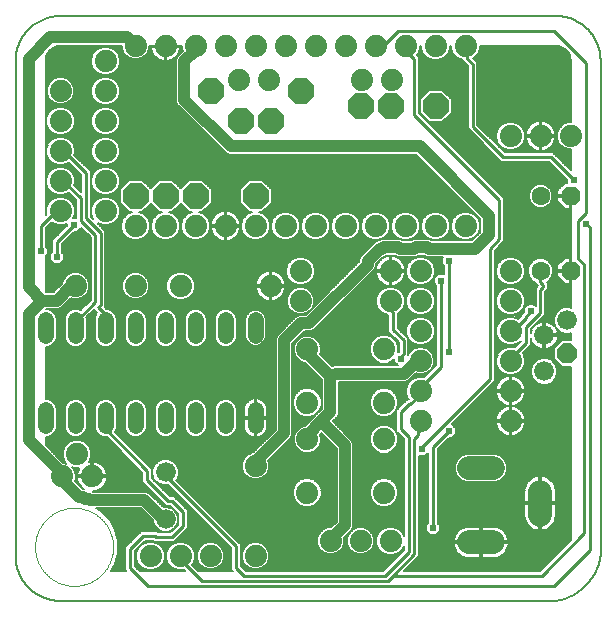
<source format=gbl>
G75*
%MOIN*%
%OFA0B0*%
%FSLAX25Y25*%
%IPPOS*%
%LPD*%
%AMOC8*
5,1,8,0,0,1.08239X$1,22.5*
%
%ADD10C,0.00600*%
%ADD11C,0.00000*%
%ADD12C,0.06300*%
%ADD13OC8,0.06300*%
%ADD14C,0.07400*%
%ADD15C,0.07874*%
%ADD16C,0.06600*%
%ADD17OC8,0.06600*%
%ADD18C,0.05200*%
%ADD19OC8,0.08500*%
%ADD20C,0.02578*%
%ADD21C,0.04000*%
%ADD22C,0.03937*%
%ADD23C,0.00984*%
%ADD24C,0.02400*%
D10*
X0078333Y0044883D02*
X0078333Y0209883D01*
X0088333Y0209883D02*
X0088409Y0210752D01*
X0088635Y0211593D01*
X0089003Y0212383D01*
X0089503Y0213097D01*
X0090119Y0213714D01*
X0090833Y0214213D01*
X0091623Y0214582D01*
X0092465Y0214807D01*
X0093333Y0214883D01*
X0113833Y0214883D01*
X0113833Y0213988D01*
X0114518Y0212334D01*
X0115784Y0211068D01*
X0117438Y0210383D01*
X0119228Y0210383D01*
X0120882Y0211068D01*
X0122148Y0212334D01*
X0122833Y0213988D01*
X0122833Y0214883D01*
X0128033Y0214883D01*
X0128033Y0214583D01*
X0128633Y0214583D01*
X0128633Y0209883D01*
X0128727Y0209883D01*
X0129504Y0210006D01*
X0130253Y0210250D01*
X0130954Y0210607D01*
X0131591Y0211070D01*
X0132147Y0211626D01*
X0132610Y0212263D01*
X0132967Y0212964D01*
X0133210Y0213712D01*
X0133333Y0214490D01*
X0133333Y0214583D01*
X0128633Y0214583D01*
X0128633Y0214883D01*
X0133833Y0214883D01*
X0133833Y0213988D01*
X0134160Y0213199D01*
X0132236Y0211274D01*
X0131815Y0210257D01*
X0131815Y0196311D01*
X0132236Y0195293D01*
X0133015Y0194515D01*
X0148517Y0179013D01*
X0149535Y0178591D01*
X0211832Y0178591D01*
X0233242Y0157181D01*
X0233242Y0152831D01*
X0230435Y0150024D01*
X0217226Y0150024D01*
X0217205Y0150045D01*
X0216187Y0150467D01*
X0211100Y0150467D01*
X0210082Y0150045D01*
X0210061Y0150024D01*
X0207482Y0150024D01*
X0207461Y0150045D01*
X0206443Y0150467D01*
X0200470Y0150467D01*
X0199452Y0150045D01*
X0199431Y0150024D01*
X0199141Y0150024D01*
X0198123Y0149602D01*
X0197345Y0148824D01*
X0193358Y0144837D01*
X0192937Y0143820D01*
X0192937Y0143087D01*
X0175070Y0125221D01*
X0173009Y0125221D01*
X0171991Y0124799D01*
X0171213Y0124020D01*
X0165455Y0118263D01*
X0165033Y0117245D01*
X0165033Y0086837D01*
X0157580Y0079383D01*
X0157438Y0079383D01*
X0155784Y0078698D01*
X0154518Y0077432D01*
X0153833Y0075778D01*
X0153833Y0073988D01*
X0154518Y0072334D01*
X0155784Y0071068D01*
X0157438Y0070383D01*
X0159228Y0070383D01*
X0160882Y0071068D01*
X0162148Y0072334D01*
X0162833Y0073988D01*
X0162833Y0075778D01*
X0162532Y0076505D01*
X0169370Y0083343D01*
X0170149Y0084122D01*
X0170570Y0085140D01*
X0170570Y0115548D01*
X0174706Y0119684D01*
X0176768Y0119684D01*
X0177785Y0120105D01*
X0197274Y0139593D01*
X0198052Y0140372D01*
X0198474Y0141390D01*
X0198474Y0142122D01*
X0200838Y0144487D01*
X0201128Y0144487D01*
X0202146Y0144908D01*
X0202167Y0144930D01*
X0204746Y0144930D01*
X0204767Y0144908D01*
X0205785Y0144487D01*
X0211758Y0144487D01*
X0212776Y0144908D01*
X0212797Y0144930D01*
X0214490Y0144930D01*
X0214511Y0144908D01*
X0215529Y0144487D01*
X0220706Y0144487D01*
X0220436Y0144217D01*
X0220436Y0142322D01*
X0221144Y0141614D01*
X0221144Y0138782D01*
X0221013Y0138913D01*
X0219118Y0138913D01*
X0217778Y0137573D01*
X0217778Y0135678D01*
X0218486Y0134970D01*
X0218486Y0108490D01*
X0214555Y0104559D01*
X0214286Y0104671D01*
X0212381Y0104671D01*
X0210621Y0103942D01*
X0209275Y0102595D01*
X0208546Y0100836D01*
X0208546Y0098931D01*
X0209275Y0097171D01*
X0209328Y0097118D01*
X0209224Y0097014D01*
X0208781Y0097014D01*
X0207856Y0096089D01*
X0205300Y0093533D01*
X0205921Y0095031D01*
X0205921Y0096936D01*
X0205192Y0098695D01*
X0203845Y0100042D01*
X0202086Y0100771D01*
X0200181Y0100771D01*
X0198421Y0100042D01*
X0197075Y0098695D01*
X0196346Y0096936D01*
X0196346Y0095031D01*
X0197075Y0093271D01*
X0198421Y0091925D01*
X0200181Y0091196D01*
X0202086Y0091196D01*
X0203845Y0091925D01*
X0205192Y0093271D01*
X0205199Y0093288D01*
X0205199Y0086479D01*
X0205192Y0086495D01*
X0203845Y0087842D01*
X0202086Y0088571D01*
X0200181Y0088571D01*
X0198421Y0087842D01*
X0197075Y0086495D01*
X0196346Y0084736D01*
X0196346Y0082831D01*
X0197075Y0081071D01*
X0198421Y0079725D01*
X0200181Y0078996D01*
X0202086Y0078996D01*
X0203845Y0079725D01*
X0205192Y0081071D01*
X0205921Y0082831D01*
X0205921Y0084736D01*
X0205279Y0086284D01*
X0206124Y0085440D01*
X0207856Y0083707D01*
X0207856Y0051474D01*
X0207392Y0052595D01*
X0206045Y0053942D01*
X0204286Y0054671D01*
X0202381Y0054671D01*
X0200621Y0053942D01*
X0199275Y0052595D01*
X0198546Y0050836D01*
X0198546Y0048931D01*
X0199275Y0047171D01*
X0200621Y0045825D01*
X0202381Y0045096D01*
X0204286Y0045096D01*
X0206045Y0045825D01*
X0207392Y0047171D01*
X0207856Y0048292D01*
X0207856Y0046925D01*
X0200814Y0039883D01*
X0155164Y0039883D01*
X0153436Y0041610D01*
X0153436Y0048697D01*
X0152511Y0049622D01*
X0131957Y0070176D01*
X0132053Y0070272D01*
X0132721Y0071885D01*
X0132721Y0073630D01*
X0132053Y0075243D01*
X0130819Y0076477D01*
X0129206Y0077145D01*
X0127461Y0077145D01*
X0125848Y0076477D01*
X0124614Y0075243D01*
X0123946Y0073630D01*
X0123946Y0071885D01*
X0124614Y0070272D01*
X0125848Y0069038D01*
X0127461Y0068370D01*
X0129206Y0068370D01*
X0129270Y0068396D01*
X0150277Y0047389D01*
X0150277Y0040302D01*
X0150696Y0039883D01*
X0139219Y0039883D01*
X0137161Y0041941D01*
X0137392Y0042171D01*
X0138121Y0043931D01*
X0138121Y0045836D01*
X0137392Y0047595D01*
X0136045Y0048942D01*
X0134286Y0049671D01*
X0132381Y0049671D01*
X0130621Y0048942D01*
X0129275Y0047595D01*
X0128546Y0045836D01*
X0128546Y0043931D01*
X0129275Y0042171D01*
X0130621Y0040825D01*
X0132381Y0040096D01*
X0134286Y0040096D01*
X0134464Y0040170D01*
X0134751Y0039883D01*
X0119730Y0039883D01*
X0118003Y0041610D01*
X0118003Y0046503D01*
X0121507Y0050007D01*
X0124185Y0050007D01*
X0124628Y0049564D01*
X0131251Y0049564D01*
X0132177Y0050489D01*
X0135720Y0054032D01*
X0135720Y0060213D01*
X0134795Y0061138D01*
X0134795Y0061138D01*
X0131251Y0064681D01*
X0129923Y0064681D01*
X0123761Y0070843D01*
X0123761Y0073943D01*
X0122836Y0074868D01*
X0111474Y0086230D01*
X0112021Y0087550D01*
X0112021Y0094217D01*
X0111459Y0095572D01*
X0110422Y0096609D01*
X0109067Y0097171D01*
X0107600Y0097171D01*
X0106245Y0096609D01*
X0105207Y0095572D01*
X0104646Y0094217D01*
X0104646Y0087550D01*
X0105207Y0086195D01*
X0106245Y0085157D01*
X0107600Y0084596D01*
X0108641Y0084596D01*
X0120602Y0072635D01*
X0120602Y0069534D01*
X0128614Y0061522D01*
X0129943Y0061522D01*
X0132561Y0058904D01*
X0132561Y0055341D01*
X0129943Y0052723D01*
X0125936Y0052723D01*
X0125493Y0053166D01*
X0120199Y0053166D01*
X0115770Y0048736D01*
X0114844Y0047811D01*
X0114844Y0040302D01*
X0115263Y0039883D01*
X0110304Y0039883D01*
X0111625Y0042171D01*
X0112633Y0045935D01*
X0112633Y0049832D01*
X0111625Y0053596D01*
X0109676Y0056971D01*
X0106921Y0059726D01*
X0105102Y0060776D01*
X0120149Y0060776D01*
X0124233Y0056692D01*
X0124233Y0056194D01*
X0124858Y0054687D01*
X0126011Y0053534D01*
X0127518Y0052909D01*
X0129149Y0052909D01*
X0130656Y0053534D01*
X0131809Y0054687D01*
X0132433Y0056194D01*
X0132433Y0057825D01*
X0131809Y0059332D01*
X0130656Y0060485D01*
X0129149Y0061109D01*
X0127647Y0061109D01*
X0122864Y0065892D01*
X0121847Y0066313D01*
X0104283Y0066313D01*
X0104262Y0066335D01*
X0104144Y0066383D01*
X0104227Y0066383D01*
X0105004Y0066506D01*
X0105753Y0066750D01*
X0106454Y0067107D01*
X0107091Y0067570D01*
X0107647Y0068126D01*
X0108110Y0068763D01*
X0108467Y0069464D01*
X0108710Y0070212D01*
X0108833Y0070990D01*
X0108833Y0071083D01*
X0104133Y0071083D01*
X0104133Y0071683D01*
X0103533Y0071683D01*
X0103533Y0071083D01*
X0098833Y0071083D01*
X0098833Y0070990D01*
X0098956Y0070212D01*
X0099200Y0069464D01*
X0099557Y0068763D01*
X0100020Y0068126D01*
X0100576Y0067570D01*
X0101086Y0067199D01*
X0100740Y0067199D01*
X0098075Y0069864D01*
X0098333Y0070488D01*
X0098333Y0072278D01*
X0097648Y0073932D01*
X0097204Y0074376D01*
X0097881Y0074096D01*
X0099624Y0074096D01*
X0099557Y0074004D01*
X0099200Y0073303D01*
X0098956Y0072554D01*
X0098833Y0071777D01*
X0098833Y0071683D01*
X0103533Y0071683D01*
X0103533Y0076383D01*
X0103440Y0076383D01*
X0102947Y0076305D01*
X0103621Y0077931D01*
X0103621Y0079836D01*
X0102892Y0081595D01*
X0101545Y0082942D01*
X0099786Y0083671D01*
X0097881Y0083671D01*
X0096121Y0082942D01*
X0094775Y0081595D01*
X0094046Y0079836D01*
X0094046Y0077931D01*
X0094775Y0076171D01*
X0095299Y0075647D01*
X0094728Y0075883D01*
X0094270Y0075883D01*
X0088333Y0081820D01*
X0088333Y0084596D01*
X0089067Y0084596D01*
X0090422Y0085157D01*
X0091459Y0086195D01*
X0092021Y0087550D01*
X0092021Y0094217D01*
X0091459Y0095572D01*
X0090422Y0096609D01*
X0089067Y0097171D01*
X0088333Y0097171D01*
X0088333Y0114596D01*
X0089067Y0114596D01*
X0090422Y0115157D01*
X0091459Y0116195D01*
X0092021Y0117550D01*
X0092021Y0124217D01*
X0091459Y0125572D01*
X0090422Y0126609D01*
X0089067Y0127171D01*
X0088333Y0127171D01*
X0088333Y0127208D01*
X0088338Y0127213D01*
X0092614Y0127213D01*
X0093632Y0127635D01*
X0096690Y0130693D01*
X0097438Y0130383D01*
X0099228Y0130383D01*
X0100882Y0131068D01*
X0102148Y0132334D01*
X0102833Y0133988D01*
X0102833Y0135778D01*
X0102148Y0137432D01*
X0100882Y0138698D01*
X0099228Y0139383D01*
X0097438Y0139383D01*
X0095784Y0138698D01*
X0094518Y0137432D01*
X0093833Y0135778D01*
X0093833Y0135667D01*
X0090917Y0132750D01*
X0088338Y0132750D01*
X0088333Y0132755D01*
X0088333Y0144719D01*
X0089036Y0145422D01*
X0089036Y0147317D01*
X0088333Y0148020D01*
X0088333Y0154136D01*
X0090322Y0156124D01*
X0090621Y0155825D01*
X0092381Y0155096D01*
X0094286Y0155096D01*
X0095534Y0155613D01*
X0095534Y0155174D01*
X0090484Y0150124D01*
X0090484Y0146253D01*
X0089776Y0145545D01*
X0089776Y0143650D01*
X0091116Y0142310D01*
X0093011Y0142310D01*
X0094351Y0143650D01*
X0094351Y0145545D01*
X0093643Y0146253D01*
X0093643Y0148816D01*
X0097768Y0152940D01*
X0098769Y0152940D01*
X0100094Y0154265D01*
X0103329Y0151030D01*
X0103329Y0130193D01*
X0099943Y0126808D01*
X0099067Y0127171D01*
X0097600Y0127171D01*
X0096245Y0126609D01*
X0095207Y0125572D01*
X0094646Y0124217D01*
X0094646Y0117550D01*
X0095207Y0116195D01*
X0096245Y0115157D01*
X0097600Y0114596D01*
X0099067Y0114596D01*
X0100422Y0115157D01*
X0101459Y0116195D01*
X0102021Y0117550D01*
X0102021Y0124217D01*
X0101962Y0124359D01*
X0104465Y0126862D01*
X0105140Y0126188D01*
X0105481Y0125846D01*
X0105207Y0125572D01*
X0104646Y0124217D01*
X0104646Y0117550D01*
X0105207Y0116195D01*
X0106245Y0115157D01*
X0107600Y0114596D01*
X0109067Y0114596D01*
X0110422Y0115157D01*
X0111459Y0116195D01*
X0112021Y0117550D01*
X0112021Y0124217D01*
X0111459Y0125572D01*
X0110422Y0126609D01*
X0109067Y0127171D01*
X0108624Y0127171D01*
X0108028Y0127767D01*
X0108259Y0127999D01*
X0108259Y0153225D01*
X0105686Y0155798D01*
X0107381Y0155096D01*
X0109286Y0155096D01*
X0111045Y0155825D01*
X0112392Y0157171D01*
X0113121Y0158931D01*
X0113121Y0160836D01*
X0112392Y0162595D01*
X0111045Y0163942D01*
X0109286Y0164671D01*
X0107381Y0164671D01*
X0105621Y0163942D01*
X0104275Y0162595D01*
X0103546Y0160836D01*
X0103546Y0158931D01*
X0104248Y0157236D01*
X0103387Y0158097D01*
X0103387Y0173156D01*
X0097972Y0178571D01*
X0098121Y0178931D01*
X0098121Y0180836D01*
X0097392Y0182595D01*
X0096045Y0183942D01*
X0094286Y0184671D01*
X0092381Y0184671D01*
X0090621Y0183942D01*
X0089275Y0182595D01*
X0088546Y0180836D01*
X0088546Y0178931D01*
X0089275Y0177171D01*
X0090621Y0175825D01*
X0092381Y0175096D01*
X0094286Y0175096D01*
X0096045Y0175825D01*
X0096148Y0175927D01*
X0100228Y0171847D01*
X0100228Y0166128D01*
X0097917Y0168439D01*
X0098121Y0168931D01*
X0098121Y0170836D01*
X0097392Y0172595D01*
X0096045Y0173942D01*
X0094286Y0174671D01*
X0092381Y0174671D01*
X0090621Y0173942D01*
X0089275Y0172595D01*
X0088546Y0170836D01*
X0088546Y0168931D01*
X0089275Y0167171D01*
X0090621Y0165825D01*
X0092381Y0165096D01*
X0094286Y0165096D01*
X0096045Y0165825D01*
X0096054Y0165834D01*
X0098457Y0163432D01*
X0098457Y0157515D01*
X0097534Y0157515D01*
X0098121Y0158931D01*
X0098121Y0160836D01*
X0097392Y0162595D01*
X0096045Y0163942D01*
X0094286Y0164671D01*
X0092381Y0164671D01*
X0090621Y0163942D01*
X0089275Y0162595D01*
X0088546Y0160836D01*
X0088546Y0158931D01*
X0088580Y0158850D01*
X0088333Y0158603D01*
X0088333Y0209883D01*
X0088347Y0210035D02*
X0103546Y0210035D01*
X0103546Y0209437D02*
X0088333Y0209437D01*
X0088333Y0208838D02*
X0103584Y0208838D01*
X0103546Y0208931D02*
X0104275Y0207171D01*
X0105621Y0205825D01*
X0107381Y0205096D01*
X0109286Y0205096D01*
X0111045Y0205825D01*
X0112392Y0207171D01*
X0113121Y0208931D01*
X0113121Y0210836D01*
X0112392Y0212595D01*
X0111045Y0213942D01*
X0109286Y0214671D01*
X0107381Y0214671D01*
X0105621Y0213942D01*
X0104275Y0212595D01*
X0103546Y0210836D01*
X0103546Y0208931D01*
X0103832Y0208240D02*
X0088333Y0208240D01*
X0088333Y0207641D02*
X0104080Y0207641D01*
X0104404Y0207043D02*
X0088333Y0207043D01*
X0088333Y0206444D02*
X0105002Y0206444D01*
X0105601Y0205846D02*
X0088333Y0205846D01*
X0088333Y0205247D02*
X0107016Y0205247D01*
X0107328Y0204649D02*
X0088333Y0204649D01*
X0088333Y0204050D02*
X0091634Y0204050D01*
X0092438Y0204383D02*
X0090784Y0203698D01*
X0089518Y0202432D01*
X0088833Y0200778D01*
X0088833Y0198988D01*
X0089518Y0197334D01*
X0090784Y0196068D01*
X0092438Y0195383D01*
X0094228Y0195383D01*
X0095882Y0196068D01*
X0097148Y0197334D01*
X0097833Y0198988D01*
X0097833Y0200778D01*
X0097148Y0202432D01*
X0095882Y0203698D01*
X0094228Y0204383D01*
X0092438Y0204383D01*
X0090538Y0203452D02*
X0088333Y0203452D01*
X0088333Y0202853D02*
X0089939Y0202853D01*
X0089445Y0202255D02*
X0088333Y0202255D01*
X0088333Y0201656D02*
X0089197Y0201656D01*
X0088949Y0201058D02*
X0088333Y0201058D01*
X0088333Y0200459D02*
X0088833Y0200459D01*
X0088833Y0199861D02*
X0088333Y0199861D01*
X0088333Y0199262D02*
X0088833Y0199262D01*
X0088968Y0198664D02*
X0088333Y0198664D01*
X0088333Y0198065D02*
X0089216Y0198065D01*
X0089464Y0197466D02*
X0088333Y0197466D01*
X0088333Y0196868D02*
X0089985Y0196868D01*
X0090583Y0196269D02*
X0088333Y0196269D01*
X0088333Y0195671D02*
X0091744Y0195671D01*
X0092381Y0194671D02*
X0090621Y0193942D01*
X0089275Y0192595D01*
X0088546Y0190836D01*
X0088546Y0188931D01*
X0089275Y0187171D01*
X0090621Y0185825D01*
X0092381Y0185096D01*
X0094286Y0185096D01*
X0096045Y0185825D01*
X0097392Y0187171D01*
X0098121Y0188931D01*
X0098121Y0190836D01*
X0097392Y0192595D01*
X0096045Y0193942D01*
X0094286Y0194671D01*
X0092381Y0194671D01*
X0091906Y0194474D02*
X0088333Y0194474D01*
X0088333Y0195072D02*
X0132457Y0195072D01*
X0132080Y0195671D02*
X0110674Y0195671D01*
X0111045Y0195825D02*
X0112392Y0197171D01*
X0113121Y0198931D01*
X0113121Y0200836D01*
X0112392Y0202595D01*
X0111045Y0203942D01*
X0109286Y0204671D01*
X0107381Y0204671D01*
X0105621Y0203942D01*
X0104275Y0202595D01*
X0103546Y0200836D01*
X0103546Y0198931D01*
X0104275Y0197171D01*
X0105621Y0195825D01*
X0107381Y0195096D01*
X0109286Y0195096D01*
X0111045Y0195825D01*
X0111490Y0196269D02*
X0131832Y0196269D01*
X0131815Y0196868D02*
X0112088Y0196868D01*
X0112514Y0197466D02*
X0131815Y0197466D01*
X0131815Y0198065D02*
X0112762Y0198065D01*
X0113010Y0198664D02*
X0131815Y0198664D01*
X0131815Y0199262D02*
X0113121Y0199262D01*
X0113121Y0199861D02*
X0131815Y0199861D01*
X0131815Y0200459D02*
X0113121Y0200459D01*
X0113029Y0201058D02*
X0131815Y0201058D01*
X0131815Y0201656D02*
X0112781Y0201656D01*
X0112533Y0202255D02*
X0131815Y0202255D01*
X0131815Y0202853D02*
X0112134Y0202853D01*
X0111535Y0203452D02*
X0131815Y0203452D01*
X0131815Y0204050D02*
X0110784Y0204050D01*
X0109339Y0204649D02*
X0131815Y0204649D01*
X0131815Y0205247D02*
X0109651Y0205247D01*
X0111066Y0205846D02*
X0131815Y0205846D01*
X0131815Y0206444D02*
X0111665Y0206444D01*
X0112263Y0207043D02*
X0131815Y0207043D01*
X0131815Y0207641D02*
X0112586Y0207641D01*
X0112834Y0208240D02*
X0131815Y0208240D01*
X0131815Y0208838D02*
X0113082Y0208838D01*
X0113121Y0209437D02*
X0131815Y0209437D01*
X0131815Y0210035D02*
X0129593Y0210035D01*
X0128633Y0210035D02*
X0128033Y0210035D01*
X0128033Y0209883D02*
X0128033Y0214583D01*
X0123333Y0214583D01*
X0123333Y0214490D01*
X0123456Y0213712D01*
X0123700Y0212964D01*
X0124057Y0212263D01*
X0124520Y0211626D01*
X0125076Y0211070D01*
X0125713Y0210607D01*
X0126414Y0210250D01*
X0127162Y0210006D01*
X0127940Y0209883D01*
X0128033Y0209883D01*
X0128033Y0210634D02*
X0128633Y0210634D01*
X0128633Y0211232D02*
X0128033Y0211232D01*
X0128033Y0211831D02*
X0128633Y0211831D01*
X0128633Y0212429D02*
X0128033Y0212429D01*
X0128033Y0213028D02*
X0128633Y0213028D01*
X0128633Y0213626D02*
X0128033Y0213626D01*
X0128033Y0214225D02*
X0128633Y0214225D01*
X0128633Y0214823D02*
X0133833Y0214823D01*
X0133833Y0214225D02*
X0133291Y0214225D01*
X0133182Y0213626D02*
X0133983Y0213626D01*
X0133990Y0213028D02*
X0132988Y0213028D01*
X0132695Y0212429D02*
X0133391Y0212429D01*
X0132793Y0211831D02*
X0132296Y0211831D01*
X0132219Y0211232D02*
X0131753Y0211232D01*
X0131971Y0210634D02*
X0130991Y0210634D01*
X0127074Y0210035D02*
X0113121Y0210035D01*
X0113121Y0210634D02*
X0116834Y0210634D01*
X0115620Y0211232D02*
X0112956Y0211232D01*
X0112709Y0211831D02*
X0115022Y0211831D01*
X0114479Y0212429D02*
X0112461Y0212429D01*
X0111959Y0213028D02*
X0114231Y0213028D01*
X0113983Y0213626D02*
X0111361Y0213626D01*
X0110362Y0214225D02*
X0113833Y0214225D01*
X0113833Y0214823D02*
X0092647Y0214823D01*
X0090858Y0214225D02*
X0106305Y0214225D01*
X0105306Y0213626D02*
X0090032Y0213626D01*
X0089454Y0213028D02*
X0104707Y0213028D01*
X0104206Y0212429D02*
X0089035Y0212429D01*
X0088746Y0211831D02*
X0103958Y0211831D01*
X0103710Y0211232D02*
X0088538Y0211232D01*
X0088399Y0210634D02*
X0103546Y0210634D01*
X0105883Y0204050D02*
X0095033Y0204050D01*
X0096129Y0203452D02*
X0105131Y0203452D01*
X0104533Y0202853D02*
X0096728Y0202853D01*
X0097222Y0202255D02*
X0104134Y0202255D01*
X0103886Y0201656D02*
X0097470Y0201656D01*
X0097718Y0201058D02*
X0103638Y0201058D01*
X0103546Y0200459D02*
X0097833Y0200459D01*
X0097833Y0199861D02*
X0103546Y0199861D01*
X0103546Y0199262D02*
X0097833Y0199262D01*
X0097699Y0198664D02*
X0103657Y0198664D01*
X0103905Y0198065D02*
X0097451Y0198065D01*
X0097203Y0197466D02*
X0104153Y0197466D01*
X0104578Y0196868D02*
X0096682Y0196868D01*
X0096083Y0196269D02*
X0105177Y0196269D01*
X0105993Y0195671D02*
X0094923Y0195671D01*
X0094761Y0194474D02*
X0106906Y0194474D01*
X0107381Y0194671D02*
X0105621Y0193942D01*
X0104275Y0192595D01*
X0103546Y0190836D01*
X0103546Y0188931D01*
X0104275Y0187171D01*
X0105621Y0185825D01*
X0107381Y0185096D01*
X0109286Y0185096D01*
X0111045Y0185825D01*
X0112392Y0187171D01*
X0113121Y0188931D01*
X0113121Y0190836D01*
X0112392Y0192595D01*
X0111045Y0193942D01*
X0109286Y0194671D01*
X0107381Y0194671D01*
X0105555Y0193875D02*
X0096112Y0193875D01*
X0096710Y0193277D02*
X0104957Y0193277D01*
X0104358Y0192678D02*
X0097309Y0192678D01*
X0097605Y0192080D02*
X0104061Y0192080D01*
X0103813Y0191481D02*
X0097853Y0191481D01*
X0098101Y0190883D02*
X0103566Y0190883D01*
X0103546Y0190284D02*
X0098121Y0190284D01*
X0098121Y0189686D02*
X0103546Y0189686D01*
X0103546Y0189087D02*
X0098121Y0189087D01*
X0097938Y0188489D02*
X0103729Y0188489D01*
X0103977Y0187890D02*
X0097690Y0187890D01*
X0097442Y0187292D02*
X0104225Y0187292D01*
X0104753Y0186693D02*
X0096914Y0186693D01*
X0096315Y0186095D02*
X0105351Y0186095D01*
X0106415Y0185496D02*
X0095252Y0185496D01*
X0095182Y0184299D02*
X0106484Y0184299D01*
X0105621Y0183942D02*
X0104275Y0182595D01*
X0103546Y0180836D01*
X0103546Y0178931D01*
X0104275Y0177171D01*
X0105621Y0175825D01*
X0107381Y0175096D01*
X0109286Y0175096D01*
X0111045Y0175825D01*
X0112392Y0177171D01*
X0113121Y0178931D01*
X0113121Y0180836D01*
X0112392Y0182595D01*
X0111045Y0183942D01*
X0109286Y0184671D01*
X0107381Y0184671D01*
X0105621Y0183942D01*
X0105380Y0183701D02*
X0096286Y0183701D01*
X0096885Y0183102D02*
X0104782Y0183102D01*
X0104237Y0182504D02*
X0097430Y0182504D01*
X0097678Y0181905D02*
X0103989Y0181905D01*
X0103741Y0181307D02*
X0097926Y0181307D01*
X0098121Y0180708D02*
X0103546Y0180708D01*
X0103546Y0180110D02*
X0098121Y0180110D01*
X0098121Y0179511D02*
X0103546Y0179511D01*
X0103554Y0178913D02*
X0098113Y0178913D01*
X0098229Y0178314D02*
X0103801Y0178314D01*
X0104049Y0177716D02*
X0098827Y0177716D01*
X0099426Y0177117D02*
X0104329Y0177117D01*
X0104928Y0176519D02*
X0100024Y0176519D01*
X0100623Y0175920D02*
X0105526Y0175920D01*
X0106836Y0175322D02*
X0101221Y0175322D01*
X0101820Y0174723D02*
X0215700Y0174723D01*
X0215102Y0175322D02*
X0109830Y0175322D01*
X0109286Y0174671D02*
X0107381Y0174671D01*
X0105621Y0173942D01*
X0104275Y0172595D01*
X0103546Y0170836D01*
X0103546Y0168931D01*
X0104275Y0167171D01*
X0105621Y0165825D01*
X0107381Y0165096D01*
X0109286Y0165096D01*
X0111045Y0165825D01*
X0112392Y0167171D01*
X0113121Y0168931D01*
X0113121Y0170836D01*
X0112392Y0172595D01*
X0111045Y0173942D01*
X0109286Y0174671D01*
X0110604Y0174125D02*
X0216299Y0174125D01*
X0216897Y0173526D02*
X0111461Y0173526D01*
X0112060Y0172928D02*
X0217496Y0172928D01*
X0218094Y0172329D02*
X0112502Y0172329D01*
X0112750Y0171731D02*
X0218693Y0171731D01*
X0219291Y0171132D02*
X0112998Y0171132D01*
X0113121Y0170533D02*
X0219890Y0170533D01*
X0220488Y0169935D02*
X0160830Y0169935D01*
X0160544Y0170221D02*
X0156123Y0170221D01*
X0152996Y0167094D01*
X0152996Y0162673D01*
X0156123Y0159546D01*
X0157080Y0159546D01*
X0155621Y0158942D01*
X0154275Y0157595D01*
X0153546Y0155836D01*
X0153546Y0153931D01*
X0154275Y0152171D01*
X0155621Y0150825D01*
X0157381Y0150096D01*
X0159286Y0150096D01*
X0161045Y0150825D01*
X0162392Y0152171D01*
X0163121Y0153931D01*
X0163121Y0155836D01*
X0162392Y0157595D01*
X0161045Y0158942D01*
X0159587Y0159546D01*
X0160544Y0159546D01*
X0163671Y0162673D01*
X0163671Y0167094D01*
X0160544Y0170221D01*
X0161428Y0169336D02*
X0221087Y0169336D01*
X0221685Y0168738D02*
X0162027Y0168738D01*
X0162625Y0168139D02*
X0222284Y0168139D01*
X0222883Y0167541D02*
X0163224Y0167541D01*
X0163671Y0166942D02*
X0223481Y0166942D01*
X0224080Y0166344D02*
X0163671Y0166344D01*
X0163671Y0165745D02*
X0224678Y0165745D01*
X0225277Y0165147D02*
X0163671Y0165147D01*
X0163671Y0164548D02*
X0225875Y0164548D01*
X0226474Y0163950D02*
X0163671Y0163950D01*
X0163671Y0163351D02*
X0227072Y0163351D01*
X0227671Y0162753D02*
X0163671Y0162753D01*
X0163153Y0162154D02*
X0228269Y0162154D01*
X0228868Y0161556D02*
X0162554Y0161556D01*
X0161956Y0160957D02*
X0229466Y0160957D01*
X0230065Y0160359D02*
X0161357Y0160359D01*
X0160759Y0159760D02*
X0230663Y0159760D01*
X0230514Y0159162D02*
X0231262Y0159162D01*
X0231045Y0158942D02*
X0229286Y0159671D01*
X0227381Y0159671D01*
X0225621Y0158942D01*
X0224275Y0157595D01*
X0223546Y0155836D01*
X0223546Y0153931D01*
X0224275Y0152171D01*
X0225621Y0150825D01*
X0227381Y0150096D01*
X0229286Y0150096D01*
X0231045Y0150825D01*
X0232392Y0152171D01*
X0233121Y0153931D01*
X0233121Y0155836D01*
X0232392Y0157595D01*
X0231045Y0158942D01*
X0231424Y0158563D02*
X0231860Y0158563D01*
X0232022Y0157965D02*
X0232459Y0157965D01*
X0232487Y0157366D02*
X0233057Y0157366D01*
X0233242Y0156768D02*
X0232735Y0156768D01*
X0232983Y0156169D02*
X0233242Y0156169D01*
X0233242Y0155571D02*
X0233121Y0155571D01*
X0233121Y0154972D02*
X0233242Y0154972D01*
X0233242Y0154374D02*
X0233121Y0154374D01*
X0233056Y0153775D02*
X0233242Y0153775D01*
X0233242Y0153177D02*
X0232808Y0153177D01*
X0232989Y0152578D02*
X0232560Y0152578D01*
X0232390Y0151980D02*
X0232200Y0151980D01*
X0231792Y0151381D02*
X0231602Y0151381D01*
X0231193Y0150783D02*
X0230943Y0150783D01*
X0230595Y0150184D02*
X0229498Y0150184D01*
X0227168Y0150184D02*
X0219498Y0150184D01*
X0219286Y0150096D02*
X0221045Y0150825D01*
X0222392Y0152171D01*
X0223121Y0153931D01*
X0223121Y0155836D01*
X0222392Y0157595D01*
X0221045Y0158942D01*
X0219286Y0159671D01*
X0217381Y0159671D01*
X0215621Y0158942D01*
X0214275Y0157595D01*
X0213546Y0155836D01*
X0213546Y0153931D01*
X0214275Y0152171D01*
X0215621Y0150825D01*
X0217381Y0150096D01*
X0219286Y0150096D01*
X0220943Y0150783D02*
X0225723Y0150783D01*
X0225065Y0151381D02*
X0221602Y0151381D01*
X0222200Y0151980D02*
X0224467Y0151980D01*
X0224106Y0152578D02*
X0222560Y0152578D01*
X0222808Y0153177D02*
X0223858Y0153177D01*
X0223610Y0153775D02*
X0223056Y0153775D01*
X0223121Y0154374D02*
X0223546Y0154374D01*
X0223546Y0154972D02*
X0223121Y0154972D01*
X0223121Y0155571D02*
X0223546Y0155571D01*
X0223684Y0156169D02*
X0222983Y0156169D01*
X0222735Y0156768D02*
X0223932Y0156768D01*
X0224180Y0157366D02*
X0222487Y0157366D01*
X0222022Y0157965D02*
X0224644Y0157965D01*
X0225243Y0158563D02*
X0221424Y0158563D01*
X0220514Y0159162D02*
X0226152Y0159162D01*
X0216152Y0159162D02*
X0210514Y0159162D01*
X0211045Y0158942D02*
X0209286Y0159671D01*
X0207381Y0159671D01*
X0205621Y0158942D01*
X0204275Y0157595D01*
X0203546Y0155836D01*
X0203546Y0153931D01*
X0204275Y0152171D01*
X0205621Y0150825D01*
X0207381Y0150096D01*
X0209286Y0150096D01*
X0211045Y0150825D01*
X0212392Y0152171D01*
X0213121Y0153931D01*
X0213121Y0155836D01*
X0212392Y0157595D01*
X0211045Y0158942D01*
X0211424Y0158563D02*
X0215243Y0158563D01*
X0214644Y0157965D02*
X0212022Y0157965D01*
X0212487Y0157366D02*
X0214180Y0157366D01*
X0213932Y0156768D02*
X0212735Y0156768D01*
X0212983Y0156169D02*
X0213684Y0156169D01*
X0213546Y0155571D02*
X0213121Y0155571D01*
X0213121Y0154972D02*
X0213546Y0154972D01*
X0213546Y0154374D02*
X0213121Y0154374D01*
X0213056Y0153775D02*
X0213610Y0153775D01*
X0213858Y0153177D02*
X0212808Y0153177D01*
X0212560Y0152578D02*
X0214106Y0152578D01*
X0214467Y0151980D02*
X0212200Y0151980D01*
X0211602Y0151381D02*
X0215065Y0151381D01*
X0215723Y0150783D02*
X0210943Y0150783D01*
X0210417Y0150184D02*
X0209498Y0150184D01*
X0207168Y0150184D02*
X0207126Y0150184D01*
X0205723Y0150783D02*
X0200943Y0150783D01*
X0201045Y0150825D02*
X0202392Y0152171D01*
X0203121Y0153931D01*
X0203121Y0155836D01*
X0202392Y0157595D01*
X0201045Y0158942D01*
X0199286Y0159671D01*
X0197381Y0159671D01*
X0195621Y0158942D01*
X0194275Y0157595D01*
X0193546Y0155836D01*
X0193546Y0153931D01*
X0194275Y0152171D01*
X0195621Y0150825D01*
X0197381Y0150096D01*
X0199286Y0150096D01*
X0201045Y0150825D01*
X0201602Y0151381D02*
X0205065Y0151381D01*
X0204467Y0151980D02*
X0202200Y0151980D01*
X0202560Y0152578D02*
X0204106Y0152578D01*
X0203858Y0153177D02*
X0202808Y0153177D01*
X0203056Y0153775D02*
X0203610Y0153775D01*
X0203546Y0154374D02*
X0203121Y0154374D01*
X0203121Y0154972D02*
X0203546Y0154972D01*
X0203546Y0155571D02*
X0203121Y0155571D01*
X0202983Y0156169D02*
X0203684Y0156169D01*
X0203932Y0156768D02*
X0202735Y0156768D01*
X0202487Y0157366D02*
X0204180Y0157366D01*
X0204644Y0157965D02*
X0202022Y0157965D01*
X0201424Y0158563D02*
X0205243Y0158563D01*
X0206152Y0159162D02*
X0200514Y0159162D01*
X0196152Y0159162D02*
X0190514Y0159162D01*
X0191045Y0158942D02*
X0189286Y0159671D01*
X0187381Y0159671D01*
X0185621Y0158942D01*
X0184275Y0157595D01*
X0183546Y0155836D01*
X0183546Y0153931D01*
X0184275Y0152171D01*
X0185621Y0150825D01*
X0187381Y0150096D01*
X0189286Y0150096D01*
X0191045Y0150825D01*
X0192392Y0152171D01*
X0193121Y0153931D01*
X0193121Y0155836D01*
X0192392Y0157595D01*
X0191045Y0158942D01*
X0191424Y0158563D02*
X0195243Y0158563D01*
X0194644Y0157965D02*
X0192022Y0157965D01*
X0192487Y0157366D02*
X0194180Y0157366D01*
X0193932Y0156768D02*
X0192735Y0156768D01*
X0192983Y0156169D02*
X0193684Y0156169D01*
X0193546Y0155571D02*
X0193121Y0155571D01*
X0193121Y0154972D02*
X0193546Y0154972D01*
X0193546Y0154374D02*
X0193121Y0154374D01*
X0193056Y0153775D02*
X0193610Y0153775D01*
X0193858Y0153177D02*
X0192808Y0153177D01*
X0192560Y0152578D02*
X0194106Y0152578D01*
X0194467Y0151980D02*
X0192200Y0151980D01*
X0191602Y0151381D02*
X0195065Y0151381D01*
X0195723Y0150783D02*
X0190943Y0150783D01*
X0189498Y0150184D02*
X0197168Y0150184D01*
X0198107Y0149586D02*
X0108259Y0149586D01*
X0108259Y0150184D02*
X0117168Y0150184D01*
X0117381Y0150096D02*
X0119286Y0150096D01*
X0121045Y0150825D01*
X0122392Y0152171D01*
X0123121Y0153931D01*
X0123121Y0155836D01*
X0122392Y0157595D01*
X0121045Y0158942D01*
X0119587Y0159546D01*
X0120544Y0159546D01*
X0123333Y0162335D01*
X0126123Y0159546D01*
X0127080Y0159546D01*
X0125621Y0158942D01*
X0124275Y0157595D01*
X0123546Y0155836D01*
X0123546Y0153931D01*
X0124275Y0152171D01*
X0125621Y0150825D01*
X0127381Y0150096D01*
X0129286Y0150096D01*
X0131045Y0150825D01*
X0132392Y0152171D01*
X0133121Y0153931D01*
X0133121Y0155836D01*
X0132392Y0157595D01*
X0131045Y0158942D01*
X0129587Y0159546D01*
X0130544Y0159546D01*
X0133333Y0162335D01*
X0136123Y0159546D01*
X0137080Y0159546D01*
X0135621Y0158942D01*
X0134275Y0157595D01*
X0133546Y0155836D01*
X0133546Y0153931D01*
X0134275Y0152171D01*
X0135621Y0150825D01*
X0137381Y0150096D01*
X0139286Y0150096D01*
X0141045Y0150825D01*
X0142392Y0152171D01*
X0143121Y0153931D01*
X0143121Y0155836D01*
X0142392Y0157595D01*
X0141045Y0158942D01*
X0139587Y0159546D01*
X0140544Y0159546D01*
X0143671Y0162673D01*
X0143671Y0167094D01*
X0140544Y0170221D01*
X0136123Y0170221D01*
X0133333Y0167432D01*
X0130544Y0170221D01*
X0126123Y0170221D01*
X0123333Y0167432D01*
X0120544Y0170221D01*
X0116123Y0170221D01*
X0112996Y0167094D01*
X0112996Y0162673D01*
X0116123Y0159546D01*
X0117080Y0159546D01*
X0115621Y0158942D01*
X0114275Y0157595D01*
X0113546Y0155836D01*
X0113546Y0153931D01*
X0114275Y0152171D01*
X0115621Y0150825D01*
X0117381Y0150096D01*
X0115723Y0150783D02*
X0108259Y0150783D01*
X0108259Y0151381D02*
X0115065Y0151381D01*
X0114467Y0151980D02*
X0108259Y0151980D01*
X0108259Y0152578D02*
X0114106Y0152578D01*
X0113858Y0153177D02*
X0108259Y0153177D01*
X0107709Y0153775D02*
X0113610Y0153775D01*
X0113546Y0154374D02*
X0107110Y0154374D01*
X0106512Y0154972D02*
X0113546Y0154972D01*
X0113546Y0155571D02*
X0110432Y0155571D01*
X0111390Y0156169D02*
X0113684Y0156169D01*
X0113932Y0156768D02*
X0111988Y0156768D01*
X0112473Y0157366D02*
X0114180Y0157366D01*
X0114644Y0157965D02*
X0112720Y0157965D01*
X0112968Y0158563D02*
X0115243Y0158563D01*
X0116152Y0159162D02*
X0113121Y0159162D01*
X0113121Y0159760D02*
X0115908Y0159760D01*
X0115310Y0160359D02*
X0113121Y0160359D01*
X0113070Y0160957D02*
X0114711Y0160957D01*
X0114113Y0161556D02*
X0112822Y0161556D01*
X0112574Y0162154D02*
X0113514Y0162154D01*
X0112996Y0162753D02*
X0112234Y0162753D01*
X0111636Y0163351D02*
X0112996Y0163351D01*
X0112996Y0163950D02*
X0111026Y0163950D01*
X0109581Y0164548D02*
X0112996Y0164548D01*
X0112996Y0165147D02*
X0109409Y0165147D01*
X0110854Y0165745D02*
X0112996Y0165745D01*
X0112996Y0166344D02*
X0111564Y0166344D01*
X0112163Y0166942D02*
X0112996Y0166942D01*
X0113443Y0167541D02*
X0112545Y0167541D01*
X0112793Y0168139D02*
X0114041Y0168139D01*
X0114640Y0168738D02*
X0113041Y0168738D01*
X0113121Y0169336D02*
X0115238Y0169336D01*
X0115837Y0169935D02*
X0113121Y0169935D01*
X0111140Y0175920D02*
X0214503Y0175920D01*
X0213905Y0176519D02*
X0111739Y0176519D01*
X0112338Y0177117D02*
X0213306Y0177117D01*
X0212708Y0177716D02*
X0112617Y0177716D01*
X0112865Y0178314D02*
X0212109Y0178314D01*
X0219336Y0186095D02*
X0230370Y0186095D01*
X0230041Y0186424D02*
X0240228Y0176237D01*
X0256173Y0176237D01*
X0262070Y0170340D01*
X0262070Y0169339D01*
X0262076Y0169333D01*
X0261490Y0169333D01*
X0258883Y0166727D01*
X0258883Y0165183D01*
X0263033Y0165183D01*
X0263033Y0164583D01*
X0263333Y0164583D01*
X0263333Y0140183D01*
X0263033Y0140183D01*
X0263033Y0139583D01*
X0263333Y0139583D01*
X0263333Y0127640D01*
X0263019Y0127771D01*
X0261273Y0127771D01*
X0259661Y0127103D01*
X0258426Y0125869D01*
X0257759Y0124256D01*
X0257759Y0122511D01*
X0258426Y0120898D01*
X0259661Y0119664D01*
X0261273Y0118996D01*
X0263019Y0118996D01*
X0263333Y0119126D01*
X0263333Y0116771D01*
X0260329Y0116771D01*
X0257759Y0114201D01*
X0257759Y0110566D01*
X0260329Y0107996D01*
X0263333Y0107996D01*
X0263333Y0050139D01*
X0253078Y0039883D01*
X0207939Y0039883D01*
X0211862Y0043806D01*
X0212787Y0044731D01*
X0212787Y0078219D01*
X0212917Y0078088D01*
X0214812Y0078088D01*
X0215829Y0079104D01*
X0215829Y0055899D01*
X0215121Y0055191D01*
X0215121Y0053296D01*
X0216461Y0051956D01*
X0218356Y0051956D01*
X0219696Y0053296D01*
X0219696Y0055191D01*
X0218988Y0055899D01*
X0218988Y0080607D01*
X0222669Y0084289D01*
X0223671Y0084289D01*
X0225010Y0085629D01*
X0225010Y0087524D01*
X0223686Y0088848D01*
X0237108Y0102270D01*
X0238033Y0103196D01*
X0238033Y0146601D01*
X0240208Y0148776D01*
X0241133Y0149702D01*
X0241133Y0164297D01*
X0212787Y0192644D01*
X0212787Y0211246D01*
X0212127Y0211906D01*
X0212392Y0212171D01*
X0213121Y0213931D01*
X0213121Y0214883D01*
X0213546Y0214883D01*
X0213546Y0213931D01*
X0214275Y0212171D01*
X0215621Y0210825D01*
X0217381Y0210096D01*
X0219286Y0210096D01*
X0221045Y0210825D01*
X0222392Y0212171D01*
X0223121Y0213931D01*
X0223121Y0214883D01*
X0223546Y0214883D01*
X0223546Y0213931D01*
X0224275Y0212171D01*
X0225621Y0210825D01*
X0227344Y0210111D01*
X0227344Y0209938D01*
X0228270Y0209012D01*
X0229116Y0208166D01*
X0229116Y0187349D01*
X0230041Y0186424D01*
X0229772Y0186693D02*
X0218737Y0186693D01*
X0218139Y0187292D02*
X0229173Y0187292D01*
X0229116Y0187890D02*
X0217540Y0187890D01*
X0216942Y0188489D02*
X0229116Y0188489D01*
X0229116Y0189087D02*
X0216343Y0189087D01*
X0216123Y0189546D02*
X0220544Y0189546D01*
X0223671Y0192673D01*
X0223671Y0197094D01*
X0220544Y0200221D01*
X0216123Y0200221D01*
X0212996Y0197094D01*
X0212996Y0192673D01*
X0216123Y0189546D01*
X0215983Y0189686D02*
X0215745Y0189686D01*
X0215384Y0190284D02*
X0215146Y0190284D01*
X0214786Y0190883D02*
X0214548Y0190883D01*
X0214187Y0191481D02*
X0213949Y0191481D01*
X0213589Y0192080D02*
X0213351Y0192080D01*
X0212996Y0192678D02*
X0212787Y0192678D01*
X0212787Y0193277D02*
X0212996Y0193277D01*
X0212996Y0193875D02*
X0212787Y0193875D01*
X0212787Y0194474D02*
X0212996Y0194474D01*
X0212996Y0195072D02*
X0212787Y0195072D01*
X0212787Y0195671D02*
X0212996Y0195671D01*
X0212996Y0196269D02*
X0212787Y0196269D01*
X0212787Y0196868D02*
X0212996Y0196868D01*
X0212787Y0197466D02*
X0213368Y0197466D01*
X0212787Y0198065D02*
X0213967Y0198065D01*
X0214565Y0198664D02*
X0212787Y0198664D01*
X0212787Y0199262D02*
X0215164Y0199262D01*
X0215762Y0199861D02*
X0212787Y0199861D01*
X0212787Y0200459D02*
X0229116Y0200459D01*
X0229116Y0199861D02*
X0220904Y0199861D01*
X0221503Y0199262D02*
X0229116Y0199262D01*
X0229116Y0198664D02*
X0222101Y0198664D01*
X0222700Y0198065D02*
X0229116Y0198065D01*
X0229116Y0197466D02*
X0223298Y0197466D01*
X0223671Y0196868D02*
X0229116Y0196868D01*
X0229116Y0196269D02*
X0223671Y0196269D01*
X0223671Y0195671D02*
X0229116Y0195671D01*
X0229116Y0195072D02*
X0223671Y0195072D01*
X0223671Y0194474D02*
X0229116Y0194474D01*
X0229116Y0193875D02*
X0223671Y0193875D01*
X0223671Y0193277D02*
X0229116Y0193277D01*
X0229116Y0192678D02*
X0223671Y0192678D01*
X0223078Y0192080D02*
X0229116Y0192080D01*
X0229116Y0191481D02*
X0222480Y0191481D01*
X0221881Y0190883D02*
X0229116Y0190883D01*
X0229116Y0190284D02*
X0221283Y0190284D01*
X0220684Y0189686D02*
X0229116Y0189686D01*
X0232275Y0189686D02*
X0251934Y0189686D01*
X0252162Y0189760D02*
X0251414Y0189517D01*
X0250713Y0189160D01*
X0250076Y0188697D01*
X0249520Y0188141D01*
X0249057Y0187504D01*
X0248700Y0186803D01*
X0248456Y0186054D01*
X0248333Y0185277D01*
X0248333Y0185183D01*
X0253033Y0185183D01*
X0253033Y0184583D01*
X0248333Y0184583D01*
X0248333Y0184490D01*
X0248456Y0183712D01*
X0248700Y0182964D01*
X0249057Y0182263D01*
X0249520Y0181626D01*
X0250076Y0181070D01*
X0250713Y0180607D01*
X0251414Y0180250D01*
X0252162Y0180006D01*
X0252940Y0179883D01*
X0253033Y0179883D01*
X0253033Y0184583D01*
X0253633Y0184583D01*
X0253633Y0179883D01*
X0253727Y0179883D01*
X0254504Y0180006D01*
X0255253Y0180250D01*
X0255954Y0180607D01*
X0256591Y0181070D01*
X0257147Y0181626D01*
X0257610Y0182263D01*
X0257967Y0182964D01*
X0258210Y0183712D01*
X0258333Y0184490D01*
X0258333Y0184583D01*
X0253633Y0184583D01*
X0253633Y0185183D01*
X0253033Y0185183D01*
X0253033Y0189883D01*
X0252940Y0189883D01*
X0252162Y0189760D01*
X0253033Y0189686D02*
X0253633Y0189686D01*
X0253633Y0189883D02*
X0253633Y0185183D01*
X0258333Y0185183D01*
X0258333Y0185277D01*
X0258210Y0186054D01*
X0257967Y0186803D01*
X0257610Y0187504D01*
X0257147Y0188141D01*
X0256591Y0188697D01*
X0255954Y0189160D01*
X0255253Y0189517D01*
X0254504Y0189760D01*
X0253727Y0189883D01*
X0253633Y0189883D01*
X0253633Y0189087D02*
X0253033Y0189087D01*
X0253033Y0188489D02*
X0253633Y0188489D01*
X0253633Y0187890D02*
X0253033Y0187890D01*
X0253033Y0187292D02*
X0253633Y0187292D01*
X0253633Y0186693D02*
X0253033Y0186693D01*
X0253033Y0186095D02*
X0253633Y0186095D01*
X0253633Y0185496D02*
X0253033Y0185496D01*
X0253033Y0184898D02*
X0248121Y0184898D01*
X0248121Y0185496D02*
X0248368Y0185496D01*
X0248121Y0185836D02*
X0247392Y0187595D01*
X0246045Y0188942D01*
X0244286Y0189671D01*
X0242381Y0189671D01*
X0240621Y0188942D01*
X0239275Y0187595D01*
X0238546Y0185836D01*
X0238546Y0183931D01*
X0239275Y0182171D01*
X0240621Y0180825D01*
X0242381Y0180096D01*
X0244286Y0180096D01*
X0246045Y0180825D01*
X0247392Y0182171D01*
X0248121Y0183931D01*
X0248121Y0185836D01*
X0248013Y0186095D02*
X0248470Y0186095D01*
X0248664Y0186693D02*
X0247765Y0186693D01*
X0247518Y0187292D02*
X0248949Y0187292D01*
X0249338Y0187890D02*
X0247097Y0187890D01*
X0246498Y0188489D02*
X0249868Y0188489D01*
X0250613Y0189087D02*
X0245694Y0189087D01*
X0240973Y0189087D02*
X0232275Y0189087D01*
X0232275Y0188658D02*
X0232275Y0209475D01*
X0230960Y0210790D01*
X0231045Y0210825D01*
X0232392Y0212171D01*
X0233121Y0213931D01*
X0233121Y0214883D01*
X0258333Y0214883D01*
X0259202Y0214807D01*
X0260043Y0214582D01*
X0260833Y0214213D01*
X0261547Y0213714D01*
X0262164Y0213097D01*
X0262663Y0212383D01*
X0263032Y0211593D01*
X0263257Y0210752D01*
X0263333Y0209883D01*
X0263333Y0189383D01*
X0262438Y0189383D01*
X0260784Y0188698D01*
X0259518Y0187432D01*
X0258833Y0185778D01*
X0258833Y0183988D01*
X0259518Y0182334D01*
X0260784Y0181068D01*
X0262438Y0180383D01*
X0263333Y0180383D01*
X0263333Y0173544D01*
X0258407Y0178471D01*
X0257482Y0179396D01*
X0241537Y0179396D01*
X0232275Y0188658D01*
X0232444Y0188489D02*
X0240168Y0188489D01*
X0239570Y0187890D02*
X0233042Y0187890D01*
X0233641Y0187292D02*
X0239149Y0187292D01*
X0238901Y0186693D02*
X0234239Y0186693D01*
X0234838Y0186095D02*
X0238653Y0186095D01*
X0238546Y0185496D02*
X0235436Y0185496D01*
X0236035Y0184898D02*
X0238546Y0184898D01*
X0238546Y0184299D02*
X0236633Y0184299D01*
X0237232Y0183701D02*
X0238641Y0183701D01*
X0238889Y0183102D02*
X0237830Y0183102D01*
X0238429Y0182504D02*
X0239137Y0182504D01*
X0239028Y0181905D02*
X0239541Y0181905D01*
X0239626Y0181307D02*
X0240140Y0181307D01*
X0240225Y0180708D02*
X0240903Y0180708D01*
X0240823Y0180110D02*
X0242348Y0180110D01*
X0241422Y0179511D02*
X0263333Y0179511D01*
X0263333Y0178913D02*
X0257965Y0178913D01*
X0258563Y0178314D02*
X0263333Y0178314D01*
X0263333Y0177716D02*
X0259162Y0177716D01*
X0259760Y0177117D02*
X0263333Y0177117D01*
X0263333Y0176519D02*
X0260359Y0176519D01*
X0260958Y0175920D02*
X0263333Y0175920D01*
X0263333Y0175322D02*
X0261556Y0175322D01*
X0262155Y0174723D02*
X0263333Y0174723D01*
X0263333Y0174125D02*
X0262753Y0174125D01*
X0260680Y0171731D02*
X0233700Y0171731D01*
X0233102Y0172329D02*
X0260081Y0172329D01*
X0259482Y0172928D02*
X0232503Y0172928D01*
X0231905Y0173526D02*
X0258884Y0173526D01*
X0258285Y0174125D02*
X0231306Y0174125D01*
X0230708Y0174723D02*
X0257687Y0174723D01*
X0257088Y0175322D02*
X0230109Y0175322D01*
X0229511Y0175920D02*
X0256490Y0175920D01*
X0261278Y0171132D02*
X0234299Y0171132D01*
X0234897Y0170533D02*
X0261877Y0170533D01*
X0262070Y0169935D02*
X0235496Y0169935D01*
X0236094Y0169336D02*
X0262072Y0169336D01*
X0260895Y0168738D02*
X0254349Y0168738D01*
X0254119Y0168833D02*
X0255571Y0168232D01*
X0256682Y0167121D01*
X0257283Y0165669D01*
X0257283Y0164098D01*
X0256682Y0162646D01*
X0255571Y0161535D01*
X0254119Y0160933D01*
X0252548Y0160933D01*
X0251096Y0161535D01*
X0249985Y0162646D01*
X0249383Y0164098D01*
X0249383Y0165669D01*
X0249985Y0167121D01*
X0251096Y0168232D01*
X0252548Y0168833D01*
X0254119Y0168833D01*
X0255663Y0168139D02*
X0260296Y0168139D01*
X0259698Y0167541D02*
X0256262Y0167541D01*
X0256756Y0166942D02*
X0259099Y0166942D01*
X0258883Y0166344D02*
X0257004Y0166344D01*
X0257252Y0165745D02*
X0258883Y0165745D01*
X0258883Y0164583D02*
X0258883Y0163040D01*
X0261490Y0160433D01*
X0263033Y0160433D01*
X0263033Y0164583D01*
X0258883Y0164583D01*
X0258883Y0164548D02*
X0257283Y0164548D01*
X0257283Y0165147D02*
X0263033Y0165147D01*
X0263033Y0164548D02*
X0263333Y0164548D01*
X0263333Y0163950D02*
X0263033Y0163950D01*
X0263033Y0163351D02*
X0263333Y0163351D01*
X0263333Y0162753D02*
X0263033Y0162753D01*
X0263033Y0162154D02*
X0263333Y0162154D01*
X0263333Y0161556D02*
X0263033Y0161556D01*
X0263033Y0160957D02*
X0263333Y0160957D01*
X0263333Y0160359D02*
X0241133Y0160359D01*
X0241133Y0160957D02*
X0252490Y0160957D01*
X0251075Y0161556D02*
X0241133Y0161556D01*
X0241133Y0162154D02*
X0250476Y0162154D01*
X0249940Y0162753D02*
X0241133Y0162753D01*
X0241133Y0163351D02*
X0249692Y0163351D01*
X0249445Y0163950D02*
X0241133Y0163950D01*
X0240882Y0164548D02*
X0249383Y0164548D01*
X0249383Y0165147D02*
X0240284Y0165147D01*
X0239685Y0165745D02*
X0249415Y0165745D01*
X0249663Y0166344D02*
X0239087Y0166344D01*
X0238488Y0166942D02*
X0249911Y0166942D01*
X0250405Y0167541D02*
X0237890Y0167541D01*
X0237291Y0168139D02*
X0251003Y0168139D01*
X0252317Y0168738D02*
X0236693Y0168738D01*
X0241133Y0159760D02*
X0263333Y0159760D01*
X0263333Y0159162D02*
X0241133Y0159162D01*
X0241133Y0158563D02*
X0263333Y0158563D01*
X0263333Y0157965D02*
X0241133Y0157965D01*
X0241133Y0157366D02*
X0263333Y0157366D01*
X0263333Y0156768D02*
X0241133Y0156768D01*
X0241133Y0156169D02*
X0263333Y0156169D01*
X0263333Y0155571D02*
X0241133Y0155571D01*
X0241133Y0154972D02*
X0263333Y0154972D01*
X0263333Y0154374D02*
X0241133Y0154374D01*
X0241133Y0153775D02*
X0263333Y0153775D01*
X0263333Y0153177D02*
X0241133Y0153177D01*
X0241133Y0152578D02*
X0263333Y0152578D01*
X0263333Y0151980D02*
X0241133Y0151980D01*
X0241133Y0151381D02*
X0263333Y0151381D01*
X0263333Y0150783D02*
X0241133Y0150783D01*
X0241133Y0150184D02*
X0263333Y0150184D01*
X0263333Y0149586D02*
X0241017Y0149586D01*
X0240419Y0148987D02*
X0263333Y0148987D01*
X0263333Y0148389D02*
X0239820Y0148389D01*
X0239222Y0147790D02*
X0263333Y0147790D01*
X0263333Y0147192D02*
X0238623Y0147192D01*
X0238033Y0146593D02*
X0263333Y0146593D01*
X0263333Y0145995D02*
X0238033Y0145995D01*
X0238033Y0145396D02*
X0263333Y0145396D01*
X0263333Y0144798D02*
X0238033Y0144798D01*
X0238033Y0144199D02*
X0241242Y0144199D01*
X0240621Y0143942D02*
X0239275Y0142595D01*
X0238546Y0140836D01*
X0238546Y0138931D01*
X0239275Y0137171D01*
X0240621Y0135825D01*
X0242381Y0135096D01*
X0244286Y0135096D01*
X0246045Y0135825D01*
X0247392Y0137171D01*
X0248121Y0138931D01*
X0248121Y0140836D01*
X0247392Y0142595D01*
X0246045Y0143942D01*
X0244286Y0144671D01*
X0242381Y0144671D01*
X0240621Y0143942D01*
X0240280Y0143600D02*
X0238033Y0143600D01*
X0238033Y0143002D02*
X0239682Y0143002D01*
X0239195Y0142403D02*
X0238033Y0142403D01*
X0238033Y0141805D02*
X0238947Y0141805D01*
X0238700Y0141206D02*
X0238033Y0141206D01*
X0238033Y0140608D02*
X0238546Y0140608D01*
X0238546Y0140009D02*
X0238033Y0140009D01*
X0238033Y0139411D02*
X0238546Y0139411D01*
X0238595Y0138812D02*
X0238033Y0138812D01*
X0238033Y0138214D02*
X0238843Y0138214D01*
X0239091Y0137615D02*
X0238033Y0137615D01*
X0238033Y0137017D02*
X0239429Y0137017D01*
X0240028Y0136418D02*
X0238033Y0136418D01*
X0238033Y0135820D02*
X0240633Y0135820D01*
X0242078Y0135221D02*
X0238033Y0135221D01*
X0238033Y0134623D02*
X0242265Y0134623D01*
X0242381Y0134671D02*
X0240621Y0133942D01*
X0239275Y0132595D01*
X0238546Y0130836D01*
X0238546Y0128931D01*
X0239275Y0127171D01*
X0240621Y0125825D01*
X0242381Y0125096D01*
X0244286Y0125096D01*
X0246045Y0125825D01*
X0247392Y0127171D01*
X0248121Y0128931D01*
X0248121Y0130836D01*
X0247392Y0132595D01*
X0246045Y0133942D01*
X0244286Y0134671D01*
X0242381Y0134671D01*
X0240820Y0134024D02*
X0238033Y0134024D01*
X0238033Y0133426D02*
X0240105Y0133426D01*
X0239507Y0132827D02*
X0238033Y0132827D01*
X0238033Y0132229D02*
X0239123Y0132229D01*
X0238875Y0131630D02*
X0238033Y0131630D01*
X0238033Y0131032D02*
X0238627Y0131032D01*
X0238546Y0130433D02*
X0238033Y0130433D01*
X0238033Y0129835D02*
X0238546Y0129835D01*
X0238546Y0129236D02*
X0238033Y0129236D01*
X0238033Y0128638D02*
X0238667Y0128638D01*
X0238915Y0128039D02*
X0238033Y0128039D01*
X0238033Y0127441D02*
X0239163Y0127441D01*
X0239604Y0126842D02*
X0238033Y0126842D01*
X0238033Y0126244D02*
X0240203Y0126244D01*
X0241055Y0125645D02*
X0238033Y0125645D01*
X0238033Y0125047D02*
X0246833Y0125047D01*
X0246833Y0124878D02*
X0245940Y0123985D01*
X0244286Y0124671D01*
X0242381Y0124671D01*
X0240621Y0123942D01*
X0239275Y0122595D01*
X0238546Y0120836D01*
X0238546Y0118931D01*
X0239275Y0117171D01*
X0240621Y0115825D01*
X0242381Y0115096D01*
X0244286Y0115096D01*
X0246045Y0115825D01*
X0246833Y0116612D01*
X0246833Y0116463D01*
X0244819Y0114450D01*
X0244286Y0114671D01*
X0242381Y0114671D01*
X0240621Y0113942D01*
X0239275Y0112595D01*
X0238546Y0110836D01*
X0238546Y0108931D01*
X0239275Y0107171D01*
X0240621Y0105825D01*
X0242381Y0105096D01*
X0244286Y0105096D01*
X0246045Y0105825D01*
X0247392Y0107171D01*
X0248121Y0108931D01*
X0248121Y0110836D01*
X0247404Y0112566D01*
X0249992Y0115154D01*
X0249992Y0117574D01*
X0250034Y0117306D01*
X0250258Y0116618D01*
X0250586Y0115972D01*
X0251012Y0115387D01*
X0251524Y0114875D01*
X0252110Y0114449D01*
X0252755Y0114120D01*
X0253444Y0113897D01*
X0254159Y0113783D01*
X0254221Y0113783D01*
X0254221Y0118083D01*
X0254821Y0118083D01*
X0254821Y0118683D01*
X0259121Y0118683D01*
X0259121Y0118745D01*
X0259007Y0119460D01*
X0258784Y0120149D01*
X0258455Y0120794D01*
X0258029Y0121380D01*
X0257517Y0121892D01*
X0256932Y0122318D01*
X0256287Y0122646D01*
X0255598Y0122870D01*
X0254883Y0122983D01*
X0254821Y0122983D01*
X0254821Y0118683D01*
X0254221Y0118683D01*
X0254221Y0122983D01*
X0254159Y0122983D01*
X0253444Y0122870D01*
X0252755Y0122646D01*
X0252110Y0122318D01*
X0251524Y0121892D01*
X0251012Y0121380D01*
X0250586Y0120794D01*
X0250258Y0120149D01*
X0250034Y0119460D01*
X0249992Y0119193D01*
X0249992Y0120469D01*
X0254864Y0125341D01*
X0254864Y0132871D01*
X0255749Y0133757D01*
X0255749Y0135951D01*
X0255504Y0136196D01*
X0255734Y0136291D01*
X0256926Y0137483D01*
X0257571Y0139040D01*
X0257571Y0140726D01*
X0256926Y0142284D01*
X0255734Y0143476D01*
X0254176Y0144121D01*
X0252490Y0144121D01*
X0250933Y0143476D01*
X0249741Y0142284D01*
X0249096Y0140726D01*
X0249096Y0139040D01*
X0249741Y0137483D01*
X0250933Y0136291D01*
X0251705Y0135971D01*
X0251705Y0135528D01*
X0252379Y0134854D01*
X0251705Y0134179D01*
X0251705Y0128152D01*
X0251131Y0128726D01*
X0249236Y0128726D01*
X0247896Y0127386D01*
X0247896Y0126385D01*
X0247758Y0126246D01*
X0246833Y0125321D01*
X0246833Y0124878D01*
X0246403Y0124448D02*
X0244823Y0124448D01*
X0245612Y0125645D02*
X0247157Y0125645D01*
X0247755Y0126244D02*
X0246464Y0126244D01*
X0247063Y0126842D02*
X0247896Y0126842D01*
X0247951Y0127441D02*
X0247503Y0127441D01*
X0247751Y0128039D02*
X0248550Y0128039D01*
X0247999Y0128638D02*
X0249148Y0128638D01*
X0248121Y0129236D02*
X0251705Y0129236D01*
X0251705Y0128638D02*
X0251219Y0128638D01*
X0251705Y0129835D02*
X0248121Y0129835D01*
X0248121Y0130433D02*
X0251705Y0130433D01*
X0251705Y0131032D02*
X0248039Y0131032D01*
X0247792Y0131630D02*
X0251705Y0131630D01*
X0251705Y0132229D02*
X0247544Y0132229D01*
X0247160Y0132827D02*
X0251705Y0132827D01*
X0251705Y0133426D02*
X0246561Y0133426D01*
X0245846Y0134024D02*
X0251705Y0134024D01*
X0252148Y0134623D02*
X0244401Y0134623D01*
X0244588Y0135221D02*
X0252012Y0135221D01*
X0251705Y0135820D02*
X0246033Y0135820D01*
X0246639Y0136418D02*
X0250806Y0136418D01*
X0250207Y0137017D02*
X0247237Y0137017D01*
X0247576Y0137615D02*
X0249686Y0137615D01*
X0249438Y0138214D02*
X0247824Y0138214D01*
X0248072Y0138812D02*
X0249190Y0138812D01*
X0249096Y0139411D02*
X0248121Y0139411D01*
X0248121Y0140009D02*
X0249096Y0140009D01*
X0249096Y0140608D02*
X0248121Y0140608D01*
X0247967Y0141206D02*
X0249295Y0141206D01*
X0249543Y0141805D02*
X0247719Y0141805D01*
X0247471Y0142403D02*
X0249861Y0142403D01*
X0250459Y0143002D02*
X0246985Y0143002D01*
X0246387Y0143600D02*
X0251234Y0143600D01*
X0255432Y0143600D02*
X0260757Y0143600D01*
X0260159Y0143002D02*
X0256207Y0143002D01*
X0256806Y0142403D02*
X0259560Y0142403D01*
X0258962Y0141805D02*
X0257124Y0141805D01*
X0257372Y0141206D02*
X0258883Y0141206D01*
X0258883Y0141727D02*
X0258883Y0140183D01*
X0263033Y0140183D01*
X0263033Y0144333D01*
X0261490Y0144333D01*
X0258883Y0141727D01*
X0258883Y0140608D02*
X0257571Y0140608D01*
X0257571Y0140009D02*
X0263033Y0140009D01*
X0263033Y0139583D02*
X0258883Y0139583D01*
X0258883Y0138040D01*
X0261490Y0135433D01*
X0263033Y0135433D01*
X0263033Y0139583D01*
X0263033Y0139411D02*
X0263333Y0139411D01*
X0263333Y0138812D02*
X0263033Y0138812D01*
X0263033Y0138214D02*
X0263333Y0138214D01*
X0263333Y0137615D02*
X0263033Y0137615D01*
X0263033Y0137017D02*
X0263333Y0137017D01*
X0263333Y0136418D02*
X0263033Y0136418D01*
X0263033Y0135820D02*
X0263333Y0135820D01*
X0263333Y0135221D02*
X0255749Y0135221D01*
X0255749Y0134623D02*
X0263333Y0134623D01*
X0263333Y0134024D02*
X0255749Y0134024D01*
X0255419Y0133426D02*
X0263333Y0133426D01*
X0263333Y0132827D02*
X0254864Y0132827D01*
X0254864Y0132229D02*
X0263333Y0132229D01*
X0263333Y0131630D02*
X0254864Y0131630D01*
X0254864Y0131032D02*
X0263333Y0131032D01*
X0263333Y0130433D02*
X0254864Y0130433D01*
X0254864Y0129835D02*
X0263333Y0129835D01*
X0263333Y0129236D02*
X0254864Y0129236D01*
X0254864Y0128638D02*
X0263333Y0128638D01*
X0263333Y0128039D02*
X0254864Y0128039D01*
X0254864Y0127441D02*
X0260476Y0127441D01*
X0259400Y0126842D02*
X0254864Y0126842D01*
X0254864Y0126244D02*
X0258802Y0126244D01*
X0258334Y0125645D02*
X0254864Y0125645D01*
X0254569Y0125047D02*
X0258086Y0125047D01*
X0257838Y0124448D02*
X0253970Y0124448D01*
X0253372Y0123850D02*
X0257759Y0123850D01*
X0257759Y0123251D02*
X0252773Y0123251D01*
X0252774Y0122653D02*
X0252175Y0122653D01*
X0251747Y0122054D02*
X0251576Y0122054D01*
X0251088Y0121456D02*
X0250978Y0121456D01*
X0250632Y0120857D02*
X0250379Y0120857D01*
X0250313Y0120259D02*
X0249992Y0120259D01*
X0249992Y0119660D02*
X0250099Y0119660D01*
X0250047Y0117266D02*
X0249992Y0117266D01*
X0249992Y0116667D02*
X0250242Y0116667D01*
X0249992Y0116069D02*
X0250537Y0116069D01*
X0250951Y0115470D02*
X0249992Y0115470D01*
X0249709Y0114872D02*
X0251528Y0114872D01*
X0252454Y0114273D02*
X0249111Y0114273D01*
X0248512Y0113675D02*
X0257759Y0113675D01*
X0257759Y0113076D02*
X0247914Y0113076D01*
X0247440Y0112478D02*
X0257759Y0112478D01*
X0257759Y0111879D02*
X0247688Y0111879D01*
X0247936Y0111281D02*
X0257759Y0111281D01*
X0257759Y0110682D02*
X0255607Y0110682D01*
X0255393Y0110771D02*
X0253648Y0110771D01*
X0252035Y0110103D01*
X0250801Y0108869D01*
X0250133Y0107256D01*
X0250133Y0105511D01*
X0250801Y0103898D01*
X0252035Y0102664D01*
X0253648Y0101996D01*
X0255393Y0101996D01*
X0257006Y0102664D01*
X0258240Y0103898D01*
X0258908Y0105511D01*
X0258908Y0107256D01*
X0258240Y0108869D01*
X0257006Y0110103D01*
X0255393Y0110771D01*
X0257025Y0110084D02*
X0258241Y0110084D01*
X0258839Y0109485D02*
X0257623Y0109485D01*
X0258222Y0108887D02*
X0259438Y0108887D01*
X0260036Y0108288D02*
X0258481Y0108288D01*
X0258728Y0107690D02*
X0263333Y0107690D01*
X0263333Y0107091D02*
X0258908Y0107091D01*
X0258908Y0106493D02*
X0263333Y0106493D01*
X0263333Y0105894D02*
X0258908Y0105894D01*
X0258819Y0105296D02*
X0263333Y0105296D01*
X0263333Y0104697D02*
X0258571Y0104697D01*
X0258323Y0104099D02*
X0263333Y0104099D01*
X0263333Y0103500D02*
X0257842Y0103500D01*
X0257244Y0102902D02*
X0263333Y0102902D01*
X0263333Y0102303D02*
X0256135Y0102303D01*
X0252906Y0102303D02*
X0247712Y0102303D01*
X0247610Y0102504D02*
X0247147Y0103141D01*
X0246591Y0103697D01*
X0245954Y0104160D01*
X0245253Y0104517D01*
X0244504Y0104760D01*
X0243727Y0104883D01*
X0243633Y0104883D01*
X0243633Y0100183D01*
X0248333Y0100183D01*
X0248333Y0100277D01*
X0248210Y0101054D01*
X0247967Y0101803D01*
X0247610Y0102504D01*
X0247321Y0102902D02*
X0251798Y0102902D01*
X0251199Y0103500D02*
X0246787Y0103500D01*
X0246038Y0104099D02*
X0250718Y0104099D01*
X0250470Y0104697D02*
X0244698Y0104697D01*
X0244768Y0105296D02*
X0250222Y0105296D01*
X0250133Y0105894D02*
X0246115Y0105894D01*
X0246713Y0106493D02*
X0250133Y0106493D01*
X0250133Y0107091D02*
X0247312Y0107091D01*
X0247607Y0107690D02*
X0250313Y0107690D01*
X0250561Y0108288D02*
X0247854Y0108288D01*
X0248102Y0108887D02*
X0250820Y0108887D01*
X0251418Y0109485D02*
X0248121Y0109485D01*
X0248121Y0110084D02*
X0252017Y0110084D01*
X0253435Y0110682D02*
X0248121Y0110682D01*
X0245242Y0114872D02*
X0238033Y0114872D01*
X0238033Y0115470D02*
X0241477Y0115470D01*
X0241422Y0114273D02*
X0238033Y0114273D01*
X0238033Y0113675D02*
X0240355Y0113675D01*
X0239756Y0113076D02*
X0238033Y0113076D01*
X0238033Y0112478D02*
X0239226Y0112478D01*
X0238978Y0111879D02*
X0238033Y0111879D01*
X0238033Y0111281D02*
X0238730Y0111281D01*
X0238546Y0110682D02*
X0238033Y0110682D01*
X0238033Y0110084D02*
X0238546Y0110084D01*
X0238546Y0109485D02*
X0238033Y0109485D01*
X0238033Y0108887D02*
X0238564Y0108887D01*
X0238812Y0108288D02*
X0238033Y0108288D01*
X0238033Y0107690D02*
X0239060Y0107690D01*
X0239355Y0107091D02*
X0238033Y0107091D01*
X0238033Y0106493D02*
X0239953Y0106493D01*
X0240552Y0105894D02*
X0238033Y0105894D01*
X0238033Y0105296D02*
X0241899Y0105296D01*
X0242162Y0104760D02*
X0241414Y0104517D01*
X0240713Y0104160D01*
X0240076Y0103697D01*
X0239520Y0103141D01*
X0239057Y0102504D01*
X0238700Y0101803D01*
X0238456Y0101054D01*
X0238333Y0100277D01*
X0238333Y0100183D01*
X0243033Y0100183D01*
X0243033Y0099583D01*
X0243633Y0099583D01*
X0243633Y0094883D01*
X0243727Y0094883D01*
X0244504Y0094760D01*
X0245253Y0094517D01*
X0245954Y0094160D01*
X0246591Y0093697D01*
X0247147Y0093141D01*
X0247610Y0092504D01*
X0247967Y0091803D01*
X0248210Y0091054D01*
X0248333Y0090277D01*
X0248333Y0090183D01*
X0243633Y0090183D01*
X0243633Y0089583D01*
X0243633Y0084883D01*
X0243727Y0084883D01*
X0244504Y0085006D01*
X0245253Y0085250D01*
X0245954Y0085607D01*
X0246591Y0086070D01*
X0247147Y0086626D01*
X0247610Y0087263D01*
X0247967Y0087964D01*
X0248210Y0088712D01*
X0248333Y0089490D01*
X0248333Y0089583D01*
X0243633Y0089583D01*
X0243033Y0089583D01*
X0243033Y0084883D01*
X0242940Y0084883D01*
X0242162Y0085006D01*
X0241414Y0085250D01*
X0240713Y0085607D01*
X0240076Y0086070D01*
X0239520Y0086626D01*
X0239057Y0087263D01*
X0238700Y0087964D01*
X0238456Y0088712D01*
X0238333Y0089490D01*
X0238333Y0089583D01*
X0243033Y0089583D01*
X0243033Y0090183D01*
X0238333Y0090183D01*
X0238333Y0090277D01*
X0238456Y0091054D01*
X0238700Y0091803D01*
X0239057Y0092504D01*
X0239520Y0093141D01*
X0240076Y0093697D01*
X0240713Y0094160D01*
X0241414Y0094517D01*
X0242162Y0094760D01*
X0242940Y0094883D01*
X0243033Y0094883D01*
X0243033Y0090183D01*
X0243633Y0090183D01*
X0243633Y0094883D01*
X0243727Y0094883D01*
X0244504Y0095006D01*
X0245253Y0095250D01*
X0245954Y0095607D01*
X0246591Y0096070D01*
X0247147Y0096626D01*
X0247610Y0097263D01*
X0247967Y0097964D01*
X0248210Y0098712D01*
X0263333Y0098712D01*
X0263333Y0098114D02*
X0248016Y0098114D01*
X0248210Y0098712D02*
X0248333Y0099490D01*
X0248333Y0099583D01*
X0243633Y0099583D01*
X0243633Y0100183D01*
X0243033Y0100183D01*
X0243033Y0104883D01*
X0242940Y0104883D01*
X0242162Y0104760D01*
X0241969Y0104697D02*
X0238033Y0104697D01*
X0238033Y0104099D02*
X0240629Y0104099D01*
X0239879Y0103500D02*
X0238033Y0103500D01*
X0237739Y0102902D02*
X0239346Y0102902D01*
X0238955Y0102303D02*
X0237141Y0102303D01*
X0236542Y0101705D02*
X0238668Y0101705D01*
X0238473Y0101106D02*
X0235943Y0101106D01*
X0235345Y0100508D02*
X0238370Y0100508D01*
X0238333Y0099583D02*
X0238333Y0099490D01*
X0238456Y0098712D01*
X0238457Y0098712D02*
X0233549Y0098712D01*
X0232951Y0098114D02*
X0238651Y0098114D01*
X0238700Y0097964D02*
X0239057Y0097263D01*
X0239520Y0096626D01*
X0240076Y0096070D01*
X0240713Y0095607D01*
X0241414Y0095250D01*
X0242162Y0095006D01*
X0242940Y0094883D01*
X0243033Y0094883D01*
X0243033Y0099583D01*
X0238333Y0099583D01*
X0238362Y0099311D02*
X0234148Y0099311D01*
X0234746Y0099909D02*
X0243033Y0099909D01*
X0243033Y0099311D02*
X0243633Y0099311D01*
X0243633Y0099909D02*
X0263333Y0099909D01*
X0263333Y0099311D02*
X0248305Y0099311D01*
X0248297Y0100508D02*
X0263333Y0100508D01*
X0263333Y0101106D02*
X0248193Y0101106D01*
X0247999Y0101705D02*
X0263333Y0101705D01*
X0263333Y0097515D02*
X0247738Y0097515D01*
X0247358Y0096917D02*
X0263333Y0096917D01*
X0263333Y0096318D02*
X0246839Y0096318D01*
X0246109Y0095720D02*
X0263333Y0095720D01*
X0263333Y0095121D02*
X0244857Y0095121D01*
X0245236Y0094523D02*
X0263333Y0094523D01*
X0263333Y0093924D02*
X0246278Y0093924D01*
X0246962Y0093326D02*
X0263333Y0093326D01*
X0263333Y0092727D02*
X0247448Y0092727D01*
X0247801Y0092129D02*
X0263333Y0092129D01*
X0263333Y0091530D02*
X0248056Y0091530D01*
X0248230Y0090931D02*
X0263333Y0090931D01*
X0263333Y0090333D02*
X0248324Y0090333D01*
X0248277Y0089136D02*
X0263333Y0089136D01*
X0263333Y0089734D02*
X0243633Y0089734D01*
X0243633Y0089136D02*
X0243033Y0089136D01*
X0243033Y0089734D02*
X0224572Y0089734D01*
X0223973Y0089136D02*
X0238389Y0089136D01*
X0238513Y0088537D02*
X0223997Y0088537D01*
X0224595Y0087939D02*
X0238712Y0087939D01*
X0239017Y0087340D02*
X0225010Y0087340D01*
X0225010Y0086742D02*
X0239435Y0086742D01*
X0240002Y0086143D02*
X0225010Y0086143D01*
X0224927Y0085545D02*
X0240835Y0085545D01*
X0242542Y0084946D02*
X0224328Y0084946D01*
X0223730Y0084348D02*
X0263333Y0084348D01*
X0263333Y0084946D02*
X0244125Y0084946D01*
X0243633Y0084946D02*
X0243033Y0084946D01*
X0243033Y0085545D02*
X0243633Y0085545D01*
X0243633Y0086143D02*
X0243033Y0086143D01*
X0243033Y0086742D02*
X0243633Y0086742D01*
X0243633Y0087340D02*
X0243033Y0087340D01*
X0243033Y0087939D02*
X0243633Y0087939D01*
X0243633Y0088537D02*
X0243033Y0088537D01*
X0243033Y0090333D02*
X0243633Y0090333D01*
X0243633Y0090931D02*
X0243033Y0090931D01*
X0243033Y0091530D02*
X0243633Y0091530D01*
X0243633Y0092129D02*
X0243033Y0092129D01*
X0243033Y0092727D02*
X0243633Y0092727D01*
X0243633Y0093326D02*
X0243033Y0093326D01*
X0243033Y0093924D02*
X0243633Y0093924D01*
X0243633Y0094523D02*
X0243033Y0094523D01*
X0243033Y0095121D02*
X0243633Y0095121D01*
X0243633Y0095720D02*
X0243033Y0095720D01*
X0243033Y0096318D02*
X0243633Y0096318D01*
X0243633Y0096917D02*
X0243033Y0096917D01*
X0243033Y0097515D02*
X0243633Y0097515D01*
X0243633Y0098114D02*
X0243033Y0098114D01*
X0243033Y0098712D02*
X0243633Y0098712D01*
X0243633Y0100508D02*
X0243033Y0100508D01*
X0243033Y0101106D02*
X0243633Y0101106D01*
X0243633Y0101705D02*
X0243033Y0101705D01*
X0243033Y0102303D02*
X0243633Y0102303D01*
X0243633Y0102902D02*
X0243033Y0102902D01*
X0243033Y0103500D02*
X0243633Y0103500D01*
X0243633Y0104099D02*
X0243033Y0104099D01*
X0243033Y0104697D02*
X0243633Y0104697D01*
X0238456Y0098712D02*
X0238700Y0097964D01*
X0238928Y0097515D02*
X0232352Y0097515D01*
X0231754Y0096917D02*
X0239308Y0096917D01*
X0239827Y0096318D02*
X0231155Y0096318D01*
X0230557Y0095720D02*
X0240558Y0095720D01*
X0241810Y0095121D02*
X0229958Y0095121D01*
X0229360Y0094523D02*
X0241431Y0094523D01*
X0240388Y0093924D02*
X0228761Y0093924D01*
X0228163Y0093326D02*
X0239704Y0093326D01*
X0239219Y0092727D02*
X0227564Y0092727D01*
X0226966Y0092129D02*
X0238866Y0092129D01*
X0238611Y0091530D02*
X0226367Y0091530D01*
X0225769Y0090931D02*
X0238437Y0090931D01*
X0238342Y0090333D02*
X0225170Y0090333D01*
X0222130Y0083749D02*
X0263333Y0083749D01*
X0263333Y0083151D02*
X0221531Y0083151D01*
X0220933Y0082552D02*
X0263333Y0082552D01*
X0263333Y0081954D02*
X0220334Y0081954D01*
X0219736Y0081355D02*
X0263333Y0081355D01*
X0263333Y0080757D02*
X0219137Y0080757D01*
X0218988Y0080158D02*
X0263333Y0080158D01*
X0263333Y0079560D02*
X0218988Y0079560D01*
X0218988Y0078961D02*
X0263333Y0078961D01*
X0263333Y0078363D02*
X0239790Y0078363D01*
X0240111Y0078230D02*
X0238370Y0078951D01*
X0228612Y0078951D01*
X0226870Y0078230D01*
X0225538Y0076897D01*
X0224817Y0075156D01*
X0224817Y0073272D01*
X0225538Y0071531D01*
X0226870Y0070198D01*
X0228612Y0069477D01*
X0238370Y0069477D01*
X0240111Y0070198D01*
X0241444Y0071531D01*
X0242165Y0073272D01*
X0242165Y0075156D01*
X0241444Y0076897D01*
X0240111Y0078230D01*
X0240577Y0077764D02*
X0263333Y0077764D01*
X0263333Y0077166D02*
X0241175Y0077166D01*
X0241580Y0076567D02*
X0263333Y0076567D01*
X0263333Y0075969D02*
X0241828Y0075969D01*
X0242076Y0075370D02*
X0263333Y0075370D01*
X0263333Y0074772D02*
X0242165Y0074772D01*
X0242165Y0074173D02*
X0263333Y0074173D01*
X0263333Y0073575D02*
X0242165Y0073575D01*
X0242042Y0072976D02*
X0263333Y0072976D01*
X0263333Y0072378D02*
X0241794Y0072378D01*
X0241547Y0071779D02*
X0263333Y0071779D01*
X0263333Y0071181D02*
X0255211Y0071181D01*
X0255186Y0071193D02*
X0254402Y0071448D01*
X0253588Y0071577D01*
X0253476Y0071577D01*
X0253476Y0062703D01*
X0258413Y0062703D01*
X0258413Y0066752D01*
X0258284Y0067566D01*
X0258029Y0068350D01*
X0257655Y0069085D01*
X0257170Y0069752D01*
X0256588Y0070335D01*
X0255921Y0070819D01*
X0255186Y0071193D01*
X0256247Y0070582D02*
X0263333Y0070582D01*
X0263333Y0069984D02*
X0256939Y0069984D01*
X0257437Y0069385D02*
X0263333Y0069385D01*
X0263333Y0068787D02*
X0257807Y0068787D01*
X0258082Y0068188D02*
X0263333Y0068188D01*
X0263333Y0067590D02*
X0258276Y0067590D01*
X0258375Y0066991D02*
X0263333Y0066991D01*
X0263333Y0066393D02*
X0258413Y0066393D01*
X0258413Y0065794D02*
X0263333Y0065794D01*
X0263333Y0065195D02*
X0258413Y0065195D01*
X0258413Y0064597D02*
X0263333Y0064597D01*
X0263333Y0063998D02*
X0258413Y0063998D01*
X0258413Y0063400D02*
X0263333Y0063400D01*
X0263333Y0062801D02*
X0258413Y0062801D01*
X0258413Y0062103D02*
X0253476Y0062103D01*
X0253476Y0062703D01*
X0252876Y0062703D01*
X0252876Y0071577D01*
X0252764Y0071577D01*
X0251950Y0071448D01*
X0251166Y0071193D01*
X0250431Y0070819D01*
X0249764Y0070335D01*
X0249181Y0069752D01*
X0248697Y0069085D01*
X0248323Y0068350D01*
X0248068Y0067566D01*
X0247939Y0066752D01*
X0247939Y0062703D01*
X0252876Y0062703D01*
X0252876Y0062103D01*
X0253476Y0062103D01*
X0253476Y0053229D01*
X0253588Y0053229D01*
X0254402Y0053358D01*
X0255186Y0053613D01*
X0255921Y0053987D01*
X0256588Y0054471D01*
X0257170Y0055054D01*
X0257655Y0055721D01*
X0258029Y0056456D01*
X0258284Y0057240D01*
X0258413Y0058054D01*
X0258413Y0062103D01*
X0258413Y0061604D02*
X0263333Y0061604D01*
X0263333Y0061006D02*
X0258413Y0061006D01*
X0258413Y0060407D02*
X0263333Y0060407D01*
X0263333Y0059809D02*
X0258413Y0059809D01*
X0258413Y0059210D02*
X0263333Y0059210D01*
X0263333Y0058612D02*
X0258413Y0058612D01*
X0258406Y0058013D02*
X0263333Y0058013D01*
X0263333Y0057415D02*
X0258312Y0057415D01*
X0258146Y0056816D02*
X0263333Y0056816D01*
X0263333Y0056218D02*
X0257908Y0056218D01*
X0257581Y0055619D02*
X0263333Y0055619D01*
X0263333Y0055021D02*
X0257137Y0055021D01*
X0256520Y0054422D02*
X0263333Y0054422D01*
X0263333Y0053824D02*
X0255600Y0053824D01*
X0253476Y0053824D02*
X0252876Y0053824D01*
X0252876Y0053229D02*
X0252876Y0062103D01*
X0247939Y0062103D01*
X0247939Y0058054D01*
X0248068Y0057240D01*
X0248323Y0056456D01*
X0248697Y0055721D01*
X0249181Y0055054D01*
X0249764Y0054471D01*
X0250431Y0053987D01*
X0251166Y0053613D01*
X0251950Y0053358D01*
X0252764Y0053229D01*
X0252876Y0053229D01*
X0252876Y0054422D02*
X0253476Y0054422D01*
X0253476Y0055021D02*
X0252876Y0055021D01*
X0252876Y0055619D02*
X0253476Y0055619D01*
X0253476Y0056218D02*
X0252876Y0056218D01*
X0252876Y0056816D02*
X0253476Y0056816D01*
X0253476Y0057415D02*
X0252876Y0057415D01*
X0252876Y0058013D02*
X0253476Y0058013D01*
X0253476Y0058612D02*
X0252876Y0058612D01*
X0252876Y0059210D02*
X0253476Y0059210D01*
X0253476Y0059809D02*
X0252876Y0059809D01*
X0252876Y0060407D02*
X0253476Y0060407D01*
X0253476Y0061006D02*
X0252876Y0061006D01*
X0252876Y0061604D02*
X0253476Y0061604D01*
X0253476Y0062203D02*
X0263333Y0062203D01*
X0263333Y0053225D02*
X0241020Y0053225D01*
X0240839Y0053405D02*
X0240173Y0053890D01*
X0239438Y0054264D01*
X0238654Y0054519D01*
X0237840Y0054648D01*
X0233791Y0054648D01*
X0233791Y0049711D01*
X0242665Y0049711D01*
X0242665Y0049823D01*
X0242536Y0050637D01*
X0242281Y0051421D01*
X0241907Y0052156D01*
X0241422Y0052823D01*
X0240839Y0053405D01*
X0240264Y0053824D02*
X0250751Y0053824D01*
X0249832Y0054422D02*
X0238952Y0054422D01*
X0241565Y0052627D02*
X0263333Y0052627D01*
X0263333Y0052028D02*
X0241972Y0052028D01*
X0242277Y0051430D02*
X0263333Y0051430D01*
X0263333Y0050831D02*
X0242473Y0050831D01*
X0242600Y0050233D02*
X0263333Y0050233D01*
X0262829Y0049634D02*
X0233791Y0049634D01*
X0233791Y0049711D02*
X0233791Y0049111D01*
X0242665Y0049111D01*
X0242665Y0048999D01*
X0242536Y0048185D01*
X0242281Y0047401D01*
X0241907Y0046666D01*
X0241422Y0045999D01*
X0240839Y0045416D01*
X0240173Y0044932D01*
X0239438Y0044558D01*
X0238654Y0044303D01*
X0237840Y0044174D01*
X0233791Y0044174D01*
X0233791Y0049111D01*
X0233191Y0049111D01*
X0233191Y0044174D01*
X0229142Y0044174D01*
X0228327Y0044303D01*
X0227543Y0044558D01*
X0226809Y0044932D01*
X0226142Y0045416D01*
X0225559Y0045999D01*
X0225075Y0046666D01*
X0224700Y0047401D01*
X0224446Y0048185D01*
X0224317Y0048999D01*
X0224317Y0049111D01*
X0233191Y0049111D01*
X0233191Y0049711D01*
X0233191Y0054648D01*
X0229142Y0054648D01*
X0228327Y0054519D01*
X0227543Y0054264D01*
X0226809Y0053890D01*
X0226142Y0053405D01*
X0225559Y0052823D01*
X0225075Y0052156D01*
X0224700Y0051421D01*
X0224446Y0050637D01*
X0224317Y0049823D01*
X0224317Y0049711D01*
X0233191Y0049711D01*
X0233791Y0049711D01*
X0233791Y0050233D02*
X0233191Y0050233D01*
X0233191Y0050831D02*
X0233791Y0050831D01*
X0233791Y0051430D02*
X0233191Y0051430D01*
X0233191Y0052028D02*
X0233791Y0052028D01*
X0233791Y0052627D02*
X0233191Y0052627D01*
X0233191Y0053225D02*
X0233791Y0053225D01*
X0233791Y0053824D02*
X0233191Y0053824D01*
X0233191Y0054422D02*
X0233791Y0054422D01*
X0228030Y0054422D02*
X0219696Y0054422D01*
X0219696Y0053824D02*
X0226718Y0053824D01*
X0225962Y0053225D02*
X0219625Y0053225D01*
X0219026Y0052627D02*
X0225417Y0052627D01*
X0225010Y0052028D02*
X0218428Y0052028D01*
X0216389Y0052028D02*
X0212787Y0052028D01*
X0212787Y0051430D02*
X0224705Y0051430D01*
X0224509Y0050831D02*
X0212787Y0050831D01*
X0212787Y0050233D02*
X0224382Y0050233D01*
X0224317Y0049036D02*
X0212787Y0049036D01*
X0212787Y0049634D02*
X0233191Y0049634D01*
X0233191Y0049036D02*
X0233791Y0049036D01*
X0233791Y0048437D02*
X0233191Y0048437D01*
X0233191Y0047839D02*
X0233791Y0047839D01*
X0233791Y0047240D02*
X0233191Y0047240D01*
X0233191Y0046642D02*
X0233791Y0046642D01*
X0233791Y0046043D02*
X0233191Y0046043D01*
X0233191Y0045445D02*
X0233791Y0045445D01*
X0233791Y0044846D02*
X0233191Y0044846D01*
X0233191Y0044248D02*
X0233791Y0044248D01*
X0238305Y0044248D02*
X0257442Y0044248D01*
X0258041Y0044846D02*
X0240004Y0044846D01*
X0240868Y0045445D02*
X0258639Y0045445D01*
X0259238Y0046043D02*
X0241454Y0046043D01*
X0241889Y0046642D02*
X0259836Y0046642D01*
X0260435Y0047240D02*
X0242199Y0047240D01*
X0242423Y0047839D02*
X0261033Y0047839D01*
X0261632Y0048437D02*
X0242576Y0048437D01*
X0242665Y0049036D02*
X0262230Y0049036D01*
X0273333Y0044883D02*
X0273268Y0044461D01*
X0273192Y0044040D01*
X0273106Y0043622D01*
X0273010Y0043206D01*
X0272904Y0042792D01*
X0272788Y0042381D01*
X0272663Y0041972D01*
X0272527Y0041567D01*
X0272382Y0041166D01*
X0272226Y0040767D01*
X0272062Y0040373D01*
X0271888Y0039983D01*
X0271704Y0039597D01*
X0271511Y0039216D01*
X0271310Y0038840D01*
X0271099Y0038468D01*
X0270879Y0038102D01*
X0270650Y0037741D01*
X0270413Y0037386D01*
X0270167Y0037037D01*
X0269913Y0036693D01*
X0269650Y0036356D01*
X0269380Y0036025D01*
X0269101Y0035701D01*
X0268815Y0035384D01*
X0268522Y0035074D01*
X0268220Y0034771D01*
X0267912Y0034475D01*
X0267597Y0034187D01*
X0267274Y0033907D01*
X0266945Y0033634D01*
X0266610Y0033370D01*
X0266268Y0033113D01*
X0265920Y0032865D01*
X0265567Y0032626D01*
X0265207Y0032395D01*
X0264842Y0032173D01*
X0264472Y0031960D01*
X0264097Y0031755D01*
X0263717Y0031560D01*
X0263332Y0031374D01*
X0262943Y0031198D01*
X0262550Y0031031D01*
X0262153Y0030873D01*
X0261752Y0030725D01*
X0261348Y0030587D01*
X0260940Y0030459D01*
X0260530Y0030340D01*
X0260117Y0030232D01*
X0259701Y0030133D01*
X0259283Y0030045D01*
X0258863Y0029967D01*
X0258441Y0029899D01*
X0258018Y0029841D01*
X0257594Y0029793D01*
X0257168Y0029755D01*
X0256742Y0029728D01*
X0256315Y0029712D01*
X0255888Y0029705D01*
X0255461Y0029709D01*
X0255034Y0029723D01*
X0254607Y0029748D01*
X0254181Y0029782D01*
X0253757Y0029827D01*
X0253333Y0029883D01*
X0093333Y0029883D01*
X0110405Y0040058D02*
X0115088Y0040058D01*
X0114844Y0040657D02*
X0110750Y0040657D01*
X0111096Y0041255D02*
X0114844Y0041255D01*
X0114844Y0041854D02*
X0111442Y0041854D01*
X0111700Y0042452D02*
X0114844Y0042452D01*
X0114844Y0043051D02*
X0111860Y0043051D01*
X0112021Y0043649D02*
X0114844Y0043649D01*
X0114844Y0044248D02*
X0112181Y0044248D01*
X0112342Y0044846D02*
X0114844Y0044846D01*
X0114844Y0045445D02*
X0112502Y0045445D01*
X0112633Y0046043D02*
X0114844Y0046043D01*
X0114844Y0046642D02*
X0112633Y0046642D01*
X0112633Y0047240D02*
X0114844Y0047240D01*
X0114872Y0047839D02*
X0112633Y0047839D01*
X0112633Y0048437D02*
X0115470Y0048437D01*
X0116069Y0049036D02*
X0112633Y0049036D01*
X0112633Y0049634D02*
X0116667Y0049634D01*
X0117266Y0050233D02*
X0112526Y0050233D01*
X0112366Y0050831D02*
X0117864Y0050831D01*
X0118463Y0051430D02*
X0112205Y0051430D01*
X0112045Y0052028D02*
X0119061Y0052028D01*
X0119660Y0052627D02*
X0111884Y0052627D01*
X0111724Y0053225D02*
X0126755Y0053225D01*
X0125721Y0053824D02*
X0111493Y0053824D01*
X0111148Y0054422D02*
X0125122Y0054422D01*
X0124719Y0055021D02*
X0110802Y0055021D01*
X0110457Y0055619D02*
X0124471Y0055619D01*
X0124233Y0056218D02*
X0110111Y0056218D01*
X0109765Y0056816D02*
X0124109Y0056816D01*
X0123511Y0057415D02*
X0109232Y0057415D01*
X0108634Y0058013D02*
X0122912Y0058013D01*
X0122314Y0058612D02*
X0108035Y0058612D01*
X0107437Y0059210D02*
X0121715Y0059210D01*
X0121117Y0059809D02*
X0106778Y0059809D01*
X0105741Y0060407D02*
X0120518Y0060407D01*
X0124757Y0063998D02*
X0126138Y0063998D01*
X0126736Y0063400D02*
X0125356Y0063400D01*
X0125954Y0062801D02*
X0127335Y0062801D01*
X0127933Y0062203D02*
X0126553Y0062203D01*
X0127151Y0061604D02*
X0128532Y0061604D01*
X0129398Y0061006D02*
X0130459Y0061006D01*
X0130733Y0060407D02*
X0131058Y0060407D01*
X0131332Y0059809D02*
X0131656Y0059809D01*
X0131859Y0059210D02*
X0132255Y0059210D01*
X0132107Y0058612D02*
X0132561Y0058612D01*
X0132561Y0058013D02*
X0132355Y0058013D01*
X0132433Y0057415D02*
X0132561Y0057415D01*
X0132561Y0056816D02*
X0132433Y0056816D01*
X0132433Y0056218D02*
X0132561Y0056218D01*
X0132561Y0055619D02*
X0132195Y0055619D01*
X0132241Y0055021D02*
X0131947Y0055021D01*
X0131642Y0054422D02*
X0131545Y0054422D01*
X0131044Y0053824D02*
X0130946Y0053824D01*
X0130445Y0053225D02*
X0129912Y0053225D01*
X0132519Y0050831D02*
X0146835Y0050831D01*
X0147433Y0050233D02*
X0131920Y0050233D01*
X0132293Y0049634D02*
X0131322Y0049634D01*
X0130848Y0049036D02*
X0125819Y0049036D01*
X0126045Y0048942D02*
X0124286Y0049671D01*
X0122381Y0049671D01*
X0120621Y0048942D01*
X0119275Y0047595D01*
X0118546Y0045836D01*
X0118546Y0043931D01*
X0119275Y0042171D01*
X0120621Y0040825D01*
X0122381Y0040096D01*
X0124286Y0040096D01*
X0126045Y0040825D01*
X0127392Y0042171D01*
X0128121Y0043931D01*
X0128121Y0045836D01*
X0127392Y0047595D01*
X0126045Y0048942D01*
X0126550Y0048437D02*
X0130117Y0048437D01*
X0129518Y0047839D02*
X0127148Y0047839D01*
X0127539Y0047240D02*
X0129128Y0047240D01*
X0128880Y0046642D02*
X0127787Y0046642D01*
X0128035Y0046043D02*
X0128632Y0046043D01*
X0128546Y0045445D02*
X0128121Y0045445D01*
X0128121Y0044846D02*
X0128546Y0044846D01*
X0128546Y0044248D02*
X0128121Y0044248D01*
X0128004Y0043649D02*
X0128663Y0043649D01*
X0128911Y0043051D02*
X0127756Y0043051D01*
X0127508Y0042452D02*
X0129159Y0042452D01*
X0129593Y0041854D02*
X0127074Y0041854D01*
X0126475Y0041255D02*
X0130191Y0041255D01*
X0131028Y0040657D02*
X0125639Y0040657D01*
X0121028Y0040657D02*
X0118957Y0040657D01*
X0118359Y0041255D02*
X0120191Y0041255D01*
X0119593Y0041854D02*
X0118003Y0041854D01*
X0118003Y0042452D02*
X0119159Y0042452D01*
X0118911Y0043051D02*
X0118003Y0043051D01*
X0118003Y0043649D02*
X0118663Y0043649D01*
X0118546Y0044248D02*
X0118003Y0044248D01*
X0118003Y0044846D02*
X0118546Y0044846D01*
X0118546Y0045445D02*
X0118003Y0045445D01*
X0118003Y0046043D02*
X0118632Y0046043D01*
X0118880Y0046642D02*
X0118142Y0046642D01*
X0118741Y0047240D02*
X0119128Y0047240D01*
X0119339Y0047839D02*
X0119518Y0047839D01*
X0119938Y0048437D02*
X0120117Y0048437D01*
X0120536Y0049036D02*
X0120848Y0049036D01*
X0121135Y0049634D02*
X0122293Y0049634D01*
X0124374Y0049634D02*
X0124557Y0049634D01*
X0133117Y0051430D02*
X0146236Y0051430D01*
X0145638Y0052028D02*
X0133716Y0052028D01*
X0134314Y0052627D02*
X0145039Y0052627D01*
X0144441Y0053225D02*
X0134913Y0053225D01*
X0135512Y0053824D02*
X0143842Y0053824D01*
X0143244Y0054422D02*
X0135720Y0054422D01*
X0135720Y0055021D02*
X0142645Y0055021D01*
X0142047Y0055619D02*
X0135720Y0055619D01*
X0135720Y0056218D02*
X0141448Y0056218D01*
X0140850Y0056816D02*
X0135720Y0056816D01*
X0135720Y0057415D02*
X0140251Y0057415D01*
X0139653Y0058013D02*
X0135720Y0058013D01*
X0135720Y0058612D02*
X0139054Y0058612D01*
X0138456Y0059210D02*
X0135720Y0059210D01*
X0135720Y0059809D02*
X0137857Y0059809D01*
X0137259Y0060407D02*
X0135525Y0060407D01*
X0134927Y0061006D02*
X0136660Y0061006D01*
X0136062Y0061604D02*
X0134328Y0061604D01*
X0133730Y0062203D02*
X0135463Y0062203D01*
X0134864Y0062801D02*
X0133131Y0062801D01*
X0132533Y0063400D02*
X0134266Y0063400D01*
X0133667Y0063998D02*
X0131934Y0063998D01*
X0131336Y0064597D02*
X0133069Y0064597D01*
X0132470Y0065195D02*
X0129408Y0065195D01*
X0128810Y0065794D02*
X0131872Y0065794D01*
X0131273Y0066393D02*
X0128211Y0066393D01*
X0127613Y0066991D02*
X0130675Y0066991D01*
X0130076Y0067590D02*
X0127014Y0067590D01*
X0126416Y0068188D02*
X0129478Y0068188D01*
X0126455Y0068787D02*
X0125817Y0068787D01*
X0125501Y0069385D02*
X0125219Y0069385D01*
X0124902Y0069984D02*
X0124620Y0069984D01*
X0124485Y0070582D02*
X0124022Y0070582D01*
X0124238Y0071181D02*
X0123761Y0071181D01*
X0123761Y0071779D02*
X0123990Y0071779D01*
X0123946Y0072378D02*
X0123761Y0072378D01*
X0123761Y0072976D02*
X0123946Y0072976D01*
X0123946Y0073575D02*
X0123761Y0073575D01*
X0123531Y0074173D02*
X0124171Y0074173D01*
X0124419Y0074772D02*
X0122933Y0074772D01*
X0122334Y0075370D02*
X0124741Y0075370D01*
X0125340Y0075969D02*
X0121736Y0075969D01*
X0121137Y0076567D02*
X0126066Y0076567D01*
X0130600Y0076567D02*
X0154160Y0076567D01*
X0153912Y0075969D02*
X0131327Y0075969D01*
X0131925Y0075370D02*
X0153833Y0075370D01*
X0153833Y0074772D02*
X0132248Y0074772D01*
X0132496Y0074173D02*
X0153833Y0074173D01*
X0154005Y0073575D02*
X0132721Y0073575D01*
X0132721Y0072976D02*
X0154253Y0072976D01*
X0154500Y0072378D02*
X0132721Y0072378D01*
X0132677Y0071779D02*
X0155074Y0071779D01*
X0155672Y0071181D02*
X0132429Y0071181D01*
X0132181Y0070582D02*
X0156958Y0070582D01*
X0159708Y0070582D02*
X0174126Y0070582D01*
X0174581Y0070771D02*
X0172821Y0070042D01*
X0171475Y0068695D01*
X0170746Y0066936D01*
X0170746Y0065031D01*
X0171475Y0063271D01*
X0172821Y0061925D01*
X0174581Y0061196D01*
X0176486Y0061196D01*
X0178245Y0061925D01*
X0179592Y0063271D01*
X0180321Y0065031D01*
X0180321Y0066936D01*
X0179592Y0068695D01*
X0178245Y0070042D01*
X0176486Y0070771D01*
X0174581Y0070771D01*
X0172763Y0069984D02*
X0132150Y0069984D01*
X0132748Y0069385D02*
X0172165Y0069385D01*
X0171566Y0068787D02*
X0133347Y0068787D01*
X0133945Y0068188D02*
X0171265Y0068188D01*
X0171017Y0067590D02*
X0134544Y0067590D01*
X0135142Y0066991D02*
X0170769Y0066991D01*
X0170746Y0066393D02*
X0135741Y0066393D01*
X0136339Y0065794D02*
X0170746Y0065794D01*
X0170746Y0065195D02*
X0136938Y0065195D01*
X0137537Y0064597D02*
X0170926Y0064597D01*
X0171174Y0063998D02*
X0138135Y0063998D01*
X0138734Y0063400D02*
X0171422Y0063400D01*
X0171945Y0062801D02*
X0139332Y0062801D01*
X0139931Y0062203D02*
X0172543Y0062203D01*
X0173595Y0061604D02*
X0140529Y0061604D01*
X0141128Y0061006D02*
X0185407Y0061006D01*
X0185407Y0061604D02*
X0177472Y0061604D01*
X0178523Y0062203D02*
X0185407Y0062203D01*
X0185407Y0062801D02*
X0179122Y0062801D01*
X0179645Y0063400D02*
X0185407Y0063400D01*
X0185407Y0063998D02*
X0179893Y0063998D01*
X0180141Y0064597D02*
X0185407Y0064597D01*
X0185407Y0065195D02*
X0180321Y0065195D01*
X0180321Y0065794D02*
X0185407Y0065794D01*
X0185407Y0066393D02*
X0180321Y0066393D01*
X0180298Y0066991D02*
X0185407Y0066991D01*
X0185407Y0067590D02*
X0180050Y0067590D01*
X0179802Y0068188D02*
X0185407Y0068188D01*
X0185407Y0068787D02*
X0179500Y0068787D01*
X0178902Y0069385D02*
X0185407Y0069385D01*
X0185407Y0069984D02*
X0178303Y0069984D01*
X0176941Y0070582D02*
X0185407Y0070582D01*
X0185407Y0071181D02*
X0160995Y0071181D01*
X0161593Y0071779D02*
X0185407Y0071779D01*
X0185407Y0072378D02*
X0162166Y0072378D01*
X0162414Y0072976D02*
X0185407Y0072976D01*
X0185407Y0073575D02*
X0162662Y0073575D01*
X0162833Y0074173D02*
X0185407Y0074173D01*
X0185407Y0074772D02*
X0162833Y0074772D01*
X0162833Y0075370D02*
X0185407Y0075370D01*
X0185407Y0075969D02*
X0162755Y0075969D01*
X0162594Y0076567D02*
X0185407Y0076567D01*
X0185407Y0077166D02*
X0163192Y0077166D01*
X0163791Y0077764D02*
X0185407Y0077764D01*
X0185407Y0078363D02*
X0164389Y0078363D01*
X0164988Y0078961D02*
X0185407Y0078961D01*
X0185407Y0079560D02*
X0177096Y0079560D01*
X0176428Y0079283D02*
X0178082Y0079968D01*
X0179348Y0081234D01*
X0180033Y0082888D01*
X0180033Y0084678D01*
X0179766Y0085324D01*
X0180203Y0085761D01*
X0185407Y0080557D01*
X0185407Y0056276D01*
X0183515Y0054383D01*
X0182438Y0054383D01*
X0180784Y0053698D01*
X0179518Y0052432D01*
X0178833Y0050778D01*
X0178833Y0048988D01*
X0179518Y0047334D01*
X0180784Y0046068D01*
X0182438Y0045383D01*
X0184228Y0045383D01*
X0185882Y0046068D01*
X0187148Y0047334D01*
X0187833Y0048988D01*
X0187833Y0050778D01*
X0187806Y0050844D01*
X0189744Y0052782D01*
X0190523Y0053561D01*
X0190944Y0054579D01*
X0190944Y0082255D01*
X0190523Y0083272D01*
X0184119Y0089677D01*
X0184872Y0090430D01*
X0185651Y0091209D01*
X0186072Y0092226D01*
X0186072Y0102853D01*
X0208215Y0102853D01*
X0209232Y0103274D01*
X0210011Y0104053D01*
X0211662Y0105705D01*
X0212438Y0105383D01*
X0214228Y0105383D01*
X0215882Y0106068D01*
X0217148Y0107334D01*
X0217833Y0108988D01*
X0217833Y0110778D01*
X0217148Y0112432D01*
X0215882Y0113698D01*
X0214228Y0114383D01*
X0212438Y0114383D01*
X0210784Y0113698D01*
X0209518Y0112432D01*
X0209244Y0111769D01*
X0209244Y0117247D01*
X0209275Y0117171D01*
X0210621Y0115825D01*
X0212381Y0115096D01*
X0214286Y0115096D01*
X0216045Y0115825D01*
X0217392Y0117171D01*
X0218121Y0118931D01*
X0218121Y0120836D01*
X0217392Y0122595D01*
X0216045Y0123942D01*
X0214286Y0124671D01*
X0212381Y0124671D01*
X0210621Y0123942D01*
X0209275Y0122595D01*
X0208546Y0120836D01*
X0208546Y0118931D01*
X0209172Y0117421D01*
X0208318Y0118274D01*
X0205700Y0120892D01*
X0205700Y0125682D01*
X0206045Y0125825D01*
X0207392Y0127171D01*
X0208121Y0128931D01*
X0208121Y0130836D01*
X0207392Y0132595D01*
X0206045Y0133942D01*
X0204286Y0134671D01*
X0202381Y0134671D01*
X0200621Y0133942D01*
X0199275Y0132595D01*
X0198546Y0130836D01*
X0198546Y0128931D01*
X0199275Y0127171D01*
X0200621Y0125825D01*
X0202381Y0125096D01*
X0202541Y0125096D01*
X0202541Y0119583D01*
X0206085Y0116040D01*
X0206085Y0112919D01*
X0205946Y0112781D01*
X0205900Y0112781D01*
X0205921Y0112831D01*
X0205921Y0114736D01*
X0205192Y0116495D01*
X0203845Y0117842D01*
X0202086Y0118571D01*
X0200181Y0118571D01*
X0198421Y0117842D01*
X0197075Y0116495D01*
X0196346Y0114736D01*
X0196346Y0112831D01*
X0197075Y0111071D01*
X0198421Y0109725D01*
X0200181Y0108996D01*
X0202086Y0108996D01*
X0203845Y0109725D01*
X0204491Y0110370D01*
X0204491Y0109546D01*
X0205647Y0108390D01*
X0185525Y0108390D01*
X0185429Y0108422D01*
X0184977Y0108390D01*
X0184525Y0108390D01*
X0184431Y0108351D01*
X0184330Y0108344D01*
X0183925Y0108142D01*
X0183846Y0108109D01*
X0179750Y0112205D01*
X0180033Y0112888D01*
X0180033Y0114678D01*
X0179348Y0116332D01*
X0178082Y0117598D01*
X0176428Y0118283D01*
X0174638Y0118283D01*
X0172984Y0117598D01*
X0171718Y0116332D01*
X0171033Y0114678D01*
X0171033Y0112888D01*
X0171718Y0111234D01*
X0172984Y0109968D01*
X0174638Y0109283D01*
X0174841Y0109283D01*
X0180535Y0103589D01*
X0180535Y0093924D01*
X0179862Y0093924D01*
X0179937Y0093326D02*
X0179614Y0093326D01*
X0179592Y0093271D02*
X0180321Y0095031D01*
X0180321Y0096936D01*
X0179592Y0098695D01*
X0178245Y0100042D01*
X0176486Y0100771D01*
X0174581Y0100771D01*
X0172821Y0100042D01*
X0171475Y0098695D01*
X0170746Y0096936D01*
X0170746Y0095031D01*
X0171475Y0093271D01*
X0172821Y0091925D01*
X0174581Y0091196D01*
X0176486Y0091196D01*
X0178245Y0091925D01*
X0179592Y0093271D01*
X0179339Y0092727D02*
X0179047Y0092727D01*
X0178740Y0092129D02*
X0178449Y0092129D01*
X0178635Y0092024D02*
X0177856Y0091245D01*
X0174895Y0088283D01*
X0174638Y0088283D01*
X0172984Y0087598D01*
X0171718Y0086332D01*
X0171033Y0084678D01*
X0171033Y0082888D01*
X0171718Y0081234D01*
X0172984Y0079968D01*
X0174638Y0079283D01*
X0176428Y0079283D01*
X0178272Y0080158D02*
X0185407Y0080158D01*
X0185208Y0080757D02*
X0178871Y0080757D01*
X0179398Y0081355D02*
X0184609Y0081355D01*
X0184011Y0081954D02*
X0179646Y0081954D01*
X0179894Y0082552D02*
X0183412Y0082552D01*
X0182814Y0083151D02*
X0180033Y0083151D01*
X0180033Y0083749D02*
X0182215Y0083749D01*
X0181617Y0084348D02*
X0180033Y0084348D01*
X0179922Y0084946D02*
X0181018Y0084946D01*
X0180420Y0085545D02*
X0179987Y0085545D01*
X0176346Y0089734D02*
X0170570Y0089734D01*
X0170570Y0089136D02*
X0175747Y0089136D01*
X0175149Y0088537D02*
X0170570Y0088537D01*
X0170570Y0087939D02*
X0173807Y0087939D01*
X0172726Y0087340D02*
X0170570Y0087340D01*
X0170570Y0086742D02*
X0172128Y0086742D01*
X0171640Y0086143D02*
X0170570Y0086143D01*
X0170570Y0085545D02*
X0171392Y0085545D01*
X0171144Y0084946D02*
X0170490Y0084946D01*
X0170242Y0084348D02*
X0171033Y0084348D01*
X0171033Y0083749D02*
X0169776Y0083749D01*
X0169177Y0083151D02*
X0171033Y0083151D01*
X0171172Y0082552D02*
X0168579Y0082552D01*
X0167980Y0081954D02*
X0171420Y0081954D01*
X0171668Y0081355D02*
X0167382Y0081355D01*
X0166783Y0080757D02*
X0172196Y0080757D01*
X0172794Y0080158D02*
X0166185Y0080158D01*
X0165586Y0079560D02*
X0173971Y0079560D01*
X0164938Y0086742D02*
X0161916Y0086742D01*
X0161789Y0086436D02*
X0162083Y0087146D01*
X0162233Y0087899D01*
X0162233Y0090583D01*
X0158633Y0090583D01*
X0158633Y0084383D01*
X0158717Y0084383D01*
X0159471Y0084533D01*
X0160181Y0084827D01*
X0160819Y0085254D01*
X0161363Y0085797D01*
X0161789Y0086436D01*
X0161594Y0086143D02*
X0164340Y0086143D01*
X0163741Y0085545D02*
X0161110Y0085545D01*
X0160359Y0084946D02*
X0163143Y0084946D01*
X0162544Y0084348D02*
X0113357Y0084348D01*
X0113955Y0083749D02*
X0161946Y0083749D01*
X0161347Y0083151D02*
X0114554Y0083151D01*
X0115152Y0082552D02*
X0160749Y0082552D01*
X0160150Y0081954D02*
X0115751Y0081954D01*
X0116349Y0081355D02*
X0159551Y0081355D01*
X0158953Y0080757D02*
X0116948Y0080757D01*
X0117546Y0080158D02*
X0158354Y0080158D01*
X0157756Y0079560D02*
X0118145Y0079560D01*
X0118743Y0078961D02*
X0156419Y0078961D01*
X0155449Y0078363D02*
X0119342Y0078363D01*
X0119940Y0077764D02*
X0154850Y0077764D01*
X0154408Y0077166D02*
X0120539Y0077166D01*
X0118465Y0074772D02*
X0107516Y0074772D01*
X0107647Y0074641D02*
X0107091Y0075197D01*
X0106454Y0075660D01*
X0105753Y0076017D01*
X0105004Y0076260D01*
X0104227Y0076383D01*
X0104133Y0076383D01*
X0104133Y0071683D01*
X0108833Y0071683D01*
X0108833Y0071777D01*
X0108710Y0072554D01*
X0108467Y0073303D01*
X0108110Y0074004D01*
X0107647Y0074641D01*
X0107987Y0074173D02*
X0119064Y0074173D01*
X0119662Y0073575D02*
X0108328Y0073575D01*
X0108573Y0072976D02*
X0120261Y0072976D01*
X0120602Y0072378D02*
X0108738Y0072378D01*
X0108833Y0071779D02*
X0120602Y0071779D01*
X0120602Y0071181D02*
X0104133Y0071181D01*
X0104133Y0071779D02*
X0103533Y0071779D01*
X0103533Y0071181D02*
X0098333Y0071181D01*
X0098333Y0071779D02*
X0098834Y0071779D01*
X0098928Y0072378D02*
X0098292Y0072378D01*
X0098044Y0072976D02*
X0099094Y0072976D01*
X0099338Y0073575D02*
X0097796Y0073575D01*
X0097695Y0074173D02*
X0097407Y0074173D01*
X0094978Y0075969D02*
X0094185Y0075969D01*
X0094611Y0076567D02*
X0093586Y0076567D01*
X0092988Y0077166D02*
X0094363Y0077166D01*
X0094115Y0077764D02*
X0092389Y0077764D01*
X0091791Y0078363D02*
X0094046Y0078363D01*
X0094046Y0078961D02*
X0091192Y0078961D01*
X0090594Y0079560D02*
X0094046Y0079560D01*
X0094180Y0080158D02*
X0089995Y0080158D01*
X0089397Y0080757D02*
X0094428Y0080757D01*
X0094675Y0081355D02*
X0088798Y0081355D01*
X0088333Y0081954D02*
X0095133Y0081954D01*
X0095732Y0082552D02*
X0088333Y0082552D01*
X0088333Y0083151D02*
X0096626Y0083151D01*
X0097600Y0084596D02*
X0099067Y0084596D01*
X0100422Y0085157D01*
X0101459Y0086195D01*
X0102021Y0087550D01*
X0102021Y0094217D01*
X0101459Y0095572D01*
X0100422Y0096609D01*
X0099067Y0097171D01*
X0097600Y0097171D01*
X0096245Y0096609D01*
X0095207Y0095572D01*
X0094646Y0094217D01*
X0094646Y0087550D01*
X0095207Y0086195D01*
X0096245Y0085157D01*
X0097600Y0084596D01*
X0096754Y0084946D02*
X0089913Y0084946D01*
X0090810Y0085545D02*
X0095857Y0085545D01*
X0095258Y0086143D02*
X0091408Y0086143D01*
X0091686Y0086742D02*
X0094981Y0086742D01*
X0094733Y0087340D02*
X0091934Y0087340D01*
X0092021Y0087939D02*
X0094646Y0087939D01*
X0094646Y0088537D02*
X0092021Y0088537D01*
X0092021Y0089136D02*
X0094646Y0089136D01*
X0094646Y0089734D02*
X0092021Y0089734D01*
X0092021Y0090333D02*
X0094646Y0090333D01*
X0094646Y0090931D02*
X0092021Y0090931D01*
X0092021Y0091530D02*
X0094646Y0091530D01*
X0094646Y0092129D02*
X0092021Y0092129D01*
X0092021Y0092727D02*
X0094646Y0092727D01*
X0094646Y0093326D02*
X0092021Y0093326D01*
X0092021Y0093924D02*
X0094646Y0093924D01*
X0094773Y0094523D02*
X0091894Y0094523D01*
X0091646Y0095121D02*
X0095020Y0095121D01*
X0095355Y0095720D02*
X0091312Y0095720D01*
X0090713Y0096318D02*
X0095953Y0096318D01*
X0096986Y0096917D02*
X0089680Y0096917D01*
X0088333Y0097515D02*
X0165033Y0097515D01*
X0165033Y0096917D02*
X0160215Y0096917D01*
X0160181Y0096939D02*
X0159471Y0097233D01*
X0158717Y0097383D01*
X0158633Y0097383D01*
X0158633Y0091183D01*
X0162233Y0091183D01*
X0162233Y0093867D01*
X0162083Y0094621D01*
X0161789Y0095331D01*
X0161363Y0095969D01*
X0160819Y0096513D01*
X0160181Y0096939D01*
X0161014Y0096318D02*
X0165033Y0096318D01*
X0165033Y0095720D02*
X0161530Y0095720D01*
X0161876Y0095121D02*
X0165033Y0095121D01*
X0165033Y0094523D02*
X0162103Y0094523D01*
X0162222Y0093924D02*
X0165033Y0093924D01*
X0165033Y0093326D02*
X0162233Y0093326D01*
X0162233Y0092727D02*
X0165033Y0092727D01*
X0165033Y0092129D02*
X0162233Y0092129D01*
X0162233Y0091530D02*
X0165033Y0091530D01*
X0165033Y0090931D02*
X0158633Y0090931D01*
X0158633Y0091183D02*
X0158633Y0090583D01*
X0158033Y0090583D01*
X0158033Y0084383D01*
X0157949Y0084383D01*
X0157196Y0084533D01*
X0156486Y0084827D01*
X0155847Y0085254D01*
X0155304Y0085797D01*
X0154877Y0086436D01*
X0154583Y0087146D01*
X0154433Y0087899D01*
X0154433Y0090583D01*
X0158033Y0090583D01*
X0158033Y0091183D01*
X0154433Y0091183D01*
X0154433Y0093867D01*
X0154583Y0094621D01*
X0154877Y0095331D01*
X0155304Y0095969D01*
X0155847Y0096513D01*
X0156486Y0096939D01*
X0157196Y0097233D01*
X0157949Y0097383D01*
X0158033Y0097383D01*
X0158033Y0091183D01*
X0158633Y0091183D01*
X0158633Y0091530D02*
X0158033Y0091530D01*
X0158033Y0092129D02*
X0158633Y0092129D01*
X0158633Y0092727D02*
X0158033Y0092727D01*
X0158033Y0093326D02*
X0158633Y0093326D01*
X0158633Y0093924D02*
X0158033Y0093924D01*
X0158033Y0094523D02*
X0158633Y0094523D01*
X0158633Y0095121D02*
X0158033Y0095121D01*
X0158033Y0095720D02*
X0158633Y0095720D01*
X0158633Y0096318D02*
X0158033Y0096318D01*
X0158033Y0096917D02*
X0158633Y0096917D01*
X0156452Y0096917D02*
X0149680Y0096917D01*
X0149067Y0097171D02*
X0147600Y0097171D01*
X0146245Y0096609D01*
X0145207Y0095572D01*
X0144646Y0094217D01*
X0144646Y0087550D01*
X0145207Y0086195D01*
X0146245Y0085157D01*
X0147600Y0084596D01*
X0149067Y0084596D01*
X0150422Y0085157D01*
X0151459Y0086195D01*
X0152021Y0087550D01*
X0152021Y0094217D01*
X0151459Y0095572D01*
X0150422Y0096609D01*
X0149067Y0097171D01*
X0150713Y0096318D02*
X0155653Y0096318D01*
X0155137Y0095720D02*
X0151312Y0095720D01*
X0151646Y0095121D02*
X0154790Y0095121D01*
X0154564Y0094523D02*
X0151894Y0094523D01*
X0152021Y0093924D02*
X0154445Y0093924D01*
X0154433Y0093326D02*
X0152021Y0093326D01*
X0152021Y0092727D02*
X0154433Y0092727D01*
X0154433Y0092129D02*
X0152021Y0092129D01*
X0152021Y0091530D02*
X0154433Y0091530D01*
X0154433Y0090333D02*
X0152021Y0090333D01*
X0152021Y0090931D02*
X0158033Y0090931D01*
X0158033Y0090333D02*
X0158633Y0090333D01*
X0158633Y0089734D02*
X0158033Y0089734D01*
X0158033Y0089136D02*
X0158633Y0089136D01*
X0158633Y0088537D02*
X0158033Y0088537D01*
X0158033Y0087939D02*
X0158633Y0087939D01*
X0158633Y0087340D02*
X0158033Y0087340D01*
X0158033Y0086742D02*
X0158633Y0086742D01*
X0158633Y0086143D02*
X0158033Y0086143D01*
X0158033Y0085545D02*
X0158633Y0085545D01*
X0158633Y0084946D02*
X0158033Y0084946D01*
X0156308Y0084946D02*
X0149913Y0084946D01*
X0150810Y0085545D02*
X0155556Y0085545D01*
X0155073Y0086143D02*
X0151408Y0086143D01*
X0151686Y0086742D02*
X0154750Y0086742D01*
X0154544Y0087340D02*
X0151934Y0087340D01*
X0152021Y0087939D02*
X0154433Y0087939D01*
X0154433Y0088537D02*
X0152021Y0088537D01*
X0152021Y0089136D02*
X0154433Y0089136D01*
X0154433Y0089734D02*
X0152021Y0089734D01*
X0146754Y0084946D02*
X0139913Y0084946D01*
X0140422Y0085157D02*
X0141459Y0086195D01*
X0142021Y0087550D01*
X0142021Y0094217D01*
X0141459Y0095572D01*
X0140422Y0096609D01*
X0139067Y0097171D01*
X0137600Y0097171D01*
X0136245Y0096609D01*
X0135207Y0095572D01*
X0134646Y0094217D01*
X0134646Y0087550D01*
X0135207Y0086195D01*
X0136245Y0085157D01*
X0137600Y0084596D01*
X0139067Y0084596D01*
X0140422Y0085157D01*
X0140810Y0085545D02*
X0145857Y0085545D01*
X0145258Y0086143D02*
X0141408Y0086143D01*
X0141686Y0086742D02*
X0144981Y0086742D01*
X0144733Y0087340D02*
X0141934Y0087340D01*
X0142021Y0087939D02*
X0144646Y0087939D01*
X0144646Y0088537D02*
X0142021Y0088537D01*
X0142021Y0089136D02*
X0144646Y0089136D01*
X0144646Y0089734D02*
X0142021Y0089734D01*
X0142021Y0090333D02*
X0144646Y0090333D01*
X0144646Y0090931D02*
X0142021Y0090931D01*
X0142021Y0091530D02*
X0144646Y0091530D01*
X0144646Y0092129D02*
X0142021Y0092129D01*
X0142021Y0092727D02*
X0144646Y0092727D01*
X0144646Y0093326D02*
X0142021Y0093326D01*
X0142021Y0093924D02*
X0144646Y0093924D01*
X0144773Y0094523D02*
X0141894Y0094523D01*
X0141646Y0095121D02*
X0145020Y0095121D01*
X0145355Y0095720D02*
X0141312Y0095720D01*
X0140713Y0096318D02*
X0145953Y0096318D01*
X0146986Y0096917D02*
X0139680Y0096917D01*
X0136986Y0096917D02*
X0129680Y0096917D01*
X0129067Y0097171D02*
X0127600Y0097171D01*
X0126245Y0096609D01*
X0125207Y0095572D01*
X0124646Y0094217D01*
X0124646Y0087550D01*
X0125207Y0086195D01*
X0126245Y0085157D01*
X0127600Y0084596D01*
X0129067Y0084596D01*
X0130422Y0085157D01*
X0131459Y0086195D01*
X0132021Y0087550D01*
X0132021Y0094217D01*
X0131459Y0095572D01*
X0130422Y0096609D01*
X0129067Y0097171D01*
X0130713Y0096318D02*
X0135953Y0096318D01*
X0135355Y0095720D02*
X0131312Y0095720D01*
X0131646Y0095121D02*
X0135020Y0095121D01*
X0134773Y0094523D02*
X0131894Y0094523D01*
X0132021Y0093924D02*
X0134646Y0093924D01*
X0134646Y0093326D02*
X0132021Y0093326D01*
X0132021Y0092727D02*
X0134646Y0092727D01*
X0134646Y0092129D02*
X0132021Y0092129D01*
X0132021Y0091530D02*
X0134646Y0091530D01*
X0134646Y0090931D02*
X0132021Y0090931D01*
X0132021Y0090333D02*
X0134646Y0090333D01*
X0134646Y0089734D02*
X0132021Y0089734D01*
X0132021Y0089136D02*
X0134646Y0089136D01*
X0134646Y0088537D02*
X0132021Y0088537D01*
X0132021Y0087939D02*
X0134646Y0087939D01*
X0134733Y0087340D02*
X0131934Y0087340D01*
X0131686Y0086742D02*
X0134981Y0086742D01*
X0135258Y0086143D02*
X0131408Y0086143D01*
X0130810Y0085545D02*
X0135857Y0085545D01*
X0136754Y0084946D02*
X0129913Y0084946D01*
X0126754Y0084946D02*
X0119913Y0084946D01*
X0120422Y0085157D02*
X0121459Y0086195D01*
X0122021Y0087550D01*
X0122021Y0094217D01*
X0121459Y0095572D01*
X0120422Y0096609D01*
X0119067Y0097171D01*
X0117600Y0097171D01*
X0116245Y0096609D01*
X0115207Y0095572D01*
X0114646Y0094217D01*
X0114646Y0087550D01*
X0115207Y0086195D01*
X0116245Y0085157D01*
X0117600Y0084596D01*
X0119067Y0084596D01*
X0120422Y0085157D01*
X0120810Y0085545D02*
X0125857Y0085545D01*
X0125258Y0086143D02*
X0121408Y0086143D01*
X0121686Y0086742D02*
X0124981Y0086742D01*
X0124733Y0087340D02*
X0121934Y0087340D01*
X0122021Y0087939D02*
X0124646Y0087939D01*
X0124646Y0088537D02*
X0122021Y0088537D01*
X0122021Y0089136D02*
X0124646Y0089136D01*
X0124646Y0089734D02*
X0122021Y0089734D01*
X0122021Y0090333D02*
X0124646Y0090333D01*
X0124646Y0090931D02*
X0122021Y0090931D01*
X0122021Y0091530D02*
X0124646Y0091530D01*
X0124646Y0092129D02*
X0122021Y0092129D01*
X0122021Y0092727D02*
X0124646Y0092727D01*
X0124646Y0093326D02*
X0122021Y0093326D01*
X0122021Y0093924D02*
X0124646Y0093924D01*
X0124773Y0094523D02*
X0121894Y0094523D01*
X0121646Y0095121D02*
X0125020Y0095121D01*
X0125355Y0095720D02*
X0121312Y0095720D01*
X0120713Y0096318D02*
X0125953Y0096318D01*
X0126986Y0096917D02*
X0119680Y0096917D01*
X0116986Y0096917D02*
X0109680Y0096917D01*
X0110713Y0096318D02*
X0115953Y0096318D01*
X0115355Y0095720D02*
X0111312Y0095720D01*
X0111646Y0095121D02*
X0115020Y0095121D01*
X0114773Y0094523D02*
X0111894Y0094523D01*
X0112021Y0093924D02*
X0114646Y0093924D01*
X0114646Y0093326D02*
X0112021Y0093326D01*
X0112021Y0092727D02*
X0114646Y0092727D01*
X0114646Y0092129D02*
X0112021Y0092129D01*
X0112021Y0091530D02*
X0114646Y0091530D01*
X0114646Y0090931D02*
X0112021Y0090931D01*
X0112021Y0090333D02*
X0114646Y0090333D01*
X0114646Y0089734D02*
X0112021Y0089734D01*
X0112021Y0089136D02*
X0114646Y0089136D01*
X0114646Y0088537D02*
X0112021Y0088537D01*
X0112021Y0087939D02*
X0114646Y0087939D01*
X0114733Y0087340D02*
X0111934Y0087340D01*
X0111686Y0086742D02*
X0114981Y0086742D01*
X0115258Y0086143D02*
X0111561Y0086143D01*
X0112159Y0085545D02*
X0115857Y0085545D01*
X0116754Y0084946D02*
X0112758Y0084946D01*
X0110684Y0082552D02*
X0101935Y0082552D01*
X0102533Y0081954D02*
X0111283Y0081954D01*
X0111881Y0081355D02*
X0102991Y0081355D01*
X0103239Y0080757D02*
X0112480Y0080757D01*
X0113079Y0080158D02*
X0103487Y0080158D01*
X0103621Y0079560D02*
X0113677Y0079560D01*
X0114276Y0078961D02*
X0103621Y0078961D01*
X0103621Y0078363D02*
X0114874Y0078363D01*
X0115473Y0077764D02*
X0103552Y0077764D01*
X0103304Y0077166D02*
X0116071Y0077166D01*
X0116670Y0076567D02*
X0103056Y0076567D01*
X0103533Y0075969D02*
X0104133Y0075969D01*
X0104133Y0075370D02*
X0103533Y0075370D01*
X0103533Y0074772D02*
X0104133Y0074772D01*
X0104133Y0074173D02*
X0103533Y0074173D01*
X0103533Y0073575D02*
X0104133Y0073575D01*
X0104133Y0072976D02*
X0103533Y0072976D01*
X0103533Y0072378D02*
X0104133Y0072378D01*
X0105847Y0075969D02*
X0117268Y0075969D01*
X0117867Y0075370D02*
X0106852Y0075370D01*
X0108769Y0070582D02*
X0120602Y0070582D01*
X0120602Y0069984D02*
X0108636Y0069984D01*
X0108427Y0069385D02*
X0120751Y0069385D01*
X0121350Y0068787D02*
X0108122Y0068787D01*
X0107692Y0068188D02*
X0121948Y0068188D01*
X0122547Y0067590D02*
X0107111Y0067590D01*
X0106226Y0066991D02*
X0123145Y0066991D01*
X0123744Y0066393D02*
X0104285Y0066393D01*
X0100556Y0067590D02*
X0100349Y0067590D01*
X0099974Y0068188D02*
X0099751Y0068188D01*
X0099545Y0068787D02*
X0099152Y0068787D01*
X0099240Y0069385D02*
X0098554Y0069385D01*
X0098124Y0069984D02*
X0099031Y0069984D01*
X0098898Y0070582D02*
X0098333Y0070582D01*
X0101041Y0083151D02*
X0110086Y0083151D01*
X0109487Y0083749D02*
X0088333Y0083749D01*
X0088333Y0084348D02*
X0108889Y0084348D01*
X0106754Y0084946D02*
X0099913Y0084946D01*
X0100810Y0085545D02*
X0105857Y0085545D01*
X0105258Y0086143D02*
X0101408Y0086143D01*
X0101686Y0086742D02*
X0104981Y0086742D01*
X0104733Y0087340D02*
X0101934Y0087340D01*
X0102021Y0087939D02*
X0104646Y0087939D01*
X0104646Y0088537D02*
X0102021Y0088537D01*
X0102021Y0089136D02*
X0104646Y0089136D01*
X0104646Y0089734D02*
X0102021Y0089734D01*
X0102021Y0090333D02*
X0104646Y0090333D01*
X0104646Y0090931D02*
X0102021Y0090931D01*
X0102021Y0091530D02*
X0104646Y0091530D01*
X0104646Y0092129D02*
X0102021Y0092129D01*
X0102021Y0092727D02*
X0104646Y0092727D01*
X0104646Y0093326D02*
X0102021Y0093326D01*
X0102021Y0093924D02*
X0104646Y0093924D01*
X0104773Y0094523D02*
X0101894Y0094523D01*
X0101646Y0095121D02*
X0105020Y0095121D01*
X0105355Y0095720D02*
X0101312Y0095720D01*
X0100713Y0096318D02*
X0105953Y0096318D01*
X0106986Y0096917D02*
X0099680Y0096917D01*
X0088333Y0098114D02*
X0165033Y0098114D01*
X0165033Y0098712D02*
X0088333Y0098712D01*
X0088333Y0099311D02*
X0165033Y0099311D01*
X0165033Y0099909D02*
X0088333Y0099909D01*
X0088333Y0100508D02*
X0165033Y0100508D01*
X0165033Y0101106D02*
X0088333Y0101106D01*
X0088333Y0101705D02*
X0165033Y0101705D01*
X0165033Y0102303D02*
X0088333Y0102303D01*
X0088333Y0102902D02*
X0165033Y0102902D01*
X0165033Y0103500D02*
X0088333Y0103500D01*
X0088333Y0104099D02*
X0165033Y0104099D01*
X0165033Y0104697D02*
X0088333Y0104697D01*
X0088333Y0105296D02*
X0165033Y0105296D01*
X0165033Y0105894D02*
X0088333Y0105894D01*
X0088333Y0106493D02*
X0165033Y0106493D01*
X0165033Y0107091D02*
X0088333Y0107091D01*
X0088333Y0107690D02*
X0165033Y0107690D01*
X0165033Y0108288D02*
X0088333Y0108288D01*
X0088333Y0108887D02*
X0165033Y0108887D01*
X0165033Y0109485D02*
X0088333Y0109485D01*
X0088333Y0110084D02*
X0165033Y0110084D01*
X0165033Y0110682D02*
X0088333Y0110682D01*
X0088333Y0111281D02*
X0165033Y0111281D01*
X0165033Y0111879D02*
X0088333Y0111879D01*
X0088333Y0112478D02*
X0165033Y0112478D01*
X0165033Y0113076D02*
X0088333Y0113076D01*
X0088333Y0113675D02*
X0165033Y0113675D01*
X0165033Y0114273D02*
X0088333Y0114273D01*
X0089733Y0114872D02*
X0096933Y0114872D01*
X0095931Y0115470D02*
X0090735Y0115470D01*
X0091334Y0116069D02*
X0095333Y0116069D01*
X0095011Y0116667D02*
X0091655Y0116667D01*
X0091903Y0117266D02*
X0094764Y0117266D01*
X0094646Y0117864D02*
X0092021Y0117864D01*
X0092021Y0118463D02*
X0094646Y0118463D01*
X0094646Y0119062D02*
X0092021Y0119062D01*
X0092021Y0119660D02*
X0094646Y0119660D01*
X0094646Y0120259D02*
X0092021Y0120259D01*
X0092021Y0120857D02*
X0094646Y0120857D01*
X0094646Y0121456D02*
X0092021Y0121456D01*
X0092021Y0122054D02*
X0094646Y0122054D01*
X0094646Y0122653D02*
X0092021Y0122653D01*
X0092021Y0123251D02*
X0094646Y0123251D01*
X0094646Y0123850D02*
X0092021Y0123850D01*
X0091925Y0124448D02*
X0094742Y0124448D01*
X0094990Y0125047D02*
X0091677Y0125047D01*
X0091386Y0125645D02*
X0095280Y0125645D01*
X0095879Y0126244D02*
X0090788Y0126244D01*
X0089860Y0126842D02*
X0096807Y0126842D01*
X0094635Y0128638D02*
X0101773Y0128638D01*
X0102372Y0129236D02*
X0095233Y0129236D01*
X0095832Y0129835D02*
X0102970Y0129835D01*
X0103329Y0130433D02*
X0099349Y0130433D01*
X0100794Y0131032D02*
X0103329Y0131032D01*
X0103329Y0131630D02*
X0101444Y0131630D01*
X0102043Y0132229D02*
X0103329Y0132229D01*
X0103329Y0132827D02*
X0102352Y0132827D01*
X0102600Y0133426D02*
X0103329Y0133426D01*
X0103329Y0134024D02*
X0102833Y0134024D01*
X0102833Y0134623D02*
X0103329Y0134623D01*
X0103329Y0135221D02*
X0102833Y0135221D01*
X0102816Y0135820D02*
X0103329Y0135820D01*
X0103329Y0136418D02*
X0102568Y0136418D01*
X0102320Y0137017D02*
X0103329Y0137017D01*
X0103329Y0137615D02*
X0101965Y0137615D01*
X0101367Y0138214D02*
X0103329Y0138214D01*
X0103329Y0138812D02*
X0100607Y0138812D01*
X0103329Y0139411D02*
X0088333Y0139411D01*
X0088333Y0140009D02*
X0103329Y0140009D01*
X0103329Y0140608D02*
X0088333Y0140608D01*
X0088333Y0141206D02*
X0103329Y0141206D01*
X0103329Y0141805D02*
X0088333Y0141805D01*
X0088333Y0142403D02*
X0091023Y0142403D01*
X0090425Y0143002D02*
X0088333Y0143002D01*
X0088333Y0143600D02*
X0089826Y0143600D01*
X0089776Y0144199D02*
X0088333Y0144199D01*
X0088412Y0144798D02*
X0089776Y0144798D01*
X0089776Y0145396D02*
X0089010Y0145396D01*
X0089036Y0145995D02*
X0090225Y0145995D01*
X0090484Y0146593D02*
X0089036Y0146593D01*
X0089036Y0147192D02*
X0090484Y0147192D01*
X0090484Y0147790D02*
X0088563Y0147790D01*
X0088333Y0148389D02*
X0090484Y0148389D01*
X0090484Y0148987D02*
X0088333Y0148987D01*
X0088333Y0149586D02*
X0090484Y0149586D01*
X0090544Y0150184D02*
X0088333Y0150184D01*
X0088333Y0150783D02*
X0091143Y0150783D01*
X0091741Y0151381D02*
X0088333Y0151381D01*
X0088333Y0151980D02*
X0092340Y0151980D01*
X0092938Y0152578D02*
X0088333Y0152578D01*
X0088333Y0153177D02*
X0093537Y0153177D01*
X0094135Y0153775D02*
X0088333Y0153775D01*
X0088571Y0154374D02*
X0094734Y0154374D01*
X0095332Y0154972D02*
X0089170Y0154972D01*
X0089768Y0155571D02*
X0091235Y0155571D01*
X0088546Y0159162D02*
X0088333Y0159162D01*
X0088333Y0159760D02*
X0088546Y0159760D01*
X0088546Y0160359D02*
X0088333Y0160359D01*
X0088333Y0160957D02*
X0088596Y0160957D01*
X0088844Y0161556D02*
X0088333Y0161556D01*
X0088333Y0162154D02*
X0089092Y0162154D01*
X0089432Y0162753D02*
X0088333Y0162753D01*
X0088333Y0163351D02*
X0090031Y0163351D01*
X0090641Y0163950D02*
X0088333Y0163950D01*
X0088333Y0164548D02*
X0092086Y0164548D01*
X0092258Y0165147D02*
X0088333Y0165147D01*
X0088333Y0165745D02*
X0090813Y0165745D01*
X0090102Y0166344D02*
X0088333Y0166344D01*
X0088333Y0166942D02*
X0089504Y0166942D01*
X0089122Y0167541D02*
X0088333Y0167541D01*
X0088333Y0168139D02*
X0088874Y0168139D01*
X0088626Y0168738D02*
X0088333Y0168738D01*
X0088333Y0169336D02*
X0088546Y0169336D01*
X0088546Y0169935D02*
X0088333Y0169935D01*
X0088333Y0170533D02*
X0088546Y0170533D01*
X0088669Y0171132D02*
X0088333Y0171132D01*
X0088333Y0171731D02*
X0088917Y0171731D01*
X0089165Y0172329D02*
X0088333Y0172329D01*
X0088333Y0172928D02*
X0089607Y0172928D01*
X0090206Y0173526D02*
X0088333Y0173526D01*
X0088333Y0174125D02*
X0091062Y0174125D01*
X0091836Y0175322D02*
X0088333Y0175322D01*
X0088333Y0175920D02*
X0090526Y0175920D01*
X0089928Y0176519D02*
X0088333Y0176519D01*
X0088333Y0177117D02*
X0089329Y0177117D01*
X0089049Y0177716D02*
X0088333Y0177716D01*
X0088333Y0178314D02*
X0088801Y0178314D01*
X0088554Y0178913D02*
X0088333Y0178913D01*
X0088333Y0179511D02*
X0088546Y0179511D01*
X0088546Y0180110D02*
X0088333Y0180110D01*
X0088333Y0180708D02*
X0088546Y0180708D01*
X0088741Y0181307D02*
X0088333Y0181307D01*
X0088333Y0181905D02*
X0088989Y0181905D01*
X0089237Y0182504D02*
X0088333Y0182504D01*
X0088333Y0183102D02*
X0089782Y0183102D01*
X0090380Y0183701D02*
X0088333Y0183701D01*
X0088333Y0184299D02*
X0091484Y0184299D01*
X0091415Y0185496D02*
X0088333Y0185496D01*
X0088333Y0184898D02*
X0142632Y0184898D01*
X0142033Y0185496D02*
X0110252Y0185496D01*
X0110182Y0184299D02*
X0143230Y0184299D01*
X0143829Y0183701D02*
X0111286Y0183701D01*
X0111885Y0183102D02*
X0144428Y0183102D01*
X0145026Y0182504D02*
X0112430Y0182504D01*
X0112678Y0181905D02*
X0145625Y0181905D01*
X0146223Y0181307D02*
X0112926Y0181307D01*
X0113121Y0180708D02*
X0146822Y0180708D01*
X0147420Y0180110D02*
X0113121Y0180110D01*
X0113121Y0179511D02*
X0148019Y0179511D01*
X0148759Y0178913D02*
X0113113Y0178913D01*
X0111315Y0186095D02*
X0141435Y0186095D01*
X0140836Y0186693D02*
X0111914Y0186693D01*
X0112442Y0187292D02*
X0140238Y0187292D01*
X0139639Y0187890D02*
X0112690Y0187890D01*
X0112938Y0188489D02*
X0139041Y0188489D01*
X0138442Y0189087D02*
X0113121Y0189087D01*
X0113121Y0189686D02*
X0137844Y0189686D01*
X0137245Y0190284D02*
X0113121Y0190284D01*
X0113101Y0190883D02*
X0136647Y0190883D01*
X0136048Y0191481D02*
X0112853Y0191481D01*
X0112605Y0192080D02*
X0135450Y0192080D01*
X0134851Y0192678D02*
X0112309Y0192678D01*
X0111710Y0193277D02*
X0134253Y0193277D01*
X0133654Y0193875D02*
X0111112Y0193875D01*
X0109761Y0194474D02*
X0133056Y0194474D01*
X0125676Y0210634D02*
X0119833Y0210634D01*
X0121046Y0211232D02*
X0124913Y0211232D01*
X0124371Y0211831D02*
X0121645Y0211831D01*
X0122188Y0212429D02*
X0123972Y0212429D01*
X0123679Y0213028D02*
X0122435Y0213028D01*
X0122683Y0213626D02*
X0123484Y0213626D01*
X0123375Y0214225D02*
X0122833Y0214225D01*
X0122833Y0214823D02*
X0128033Y0214823D01*
X0093333Y0224883D02*
X0092971Y0224879D01*
X0092608Y0224865D01*
X0092246Y0224844D01*
X0091885Y0224813D01*
X0091525Y0224774D01*
X0091166Y0224726D01*
X0090808Y0224669D01*
X0090451Y0224604D01*
X0090096Y0224530D01*
X0089743Y0224447D01*
X0089392Y0224356D01*
X0089044Y0224257D01*
X0088698Y0224149D01*
X0088354Y0224033D01*
X0088014Y0223908D01*
X0087677Y0223776D01*
X0087343Y0223635D01*
X0087012Y0223486D01*
X0086685Y0223329D01*
X0086362Y0223165D01*
X0086043Y0222993D01*
X0085729Y0222813D01*
X0085418Y0222625D01*
X0085113Y0222430D01*
X0084812Y0222228D01*
X0084516Y0222018D01*
X0084226Y0221802D01*
X0083940Y0221578D01*
X0083660Y0221348D01*
X0083386Y0221111D01*
X0083118Y0220867D01*
X0082855Y0220617D01*
X0082599Y0220361D01*
X0082349Y0220098D01*
X0082105Y0219830D01*
X0081868Y0219556D01*
X0081638Y0219276D01*
X0081414Y0218990D01*
X0081198Y0218700D01*
X0080988Y0218404D01*
X0080786Y0218103D01*
X0080591Y0217798D01*
X0080403Y0217487D01*
X0080223Y0217173D01*
X0080051Y0216854D01*
X0079887Y0216531D01*
X0079730Y0216204D01*
X0079581Y0215873D01*
X0079440Y0215539D01*
X0079308Y0215202D01*
X0079183Y0214862D01*
X0079067Y0214518D01*
X0078959Y0214172D01*
X0078860Y0213824D01*
X0078769Y0213473D01*
X0078686Y0213120D01*
X0078612Y0212765D01*
X0078547Y0212408D01*
X0078490Y0212050D01*
X0078442Y0211691D01*
X0078403Y0211331D01*
X0078372Y0210970D01*
X0078351Y0210608D01*
X0078337Y0210245D01*
X0078333Y0209883D01*
X0088333Y0193875D02*
X0090555Y0193875D01*
X0089957Y0193277D02*
X0088333Y0193277D01*
X0088333Y0192678D02*
X0089358Y0192678D01*
X0089061Y0192080D02*
X0088333Y0192080D01*
X0088333Y0191481D02*
X0088813Y0191481D01*
X0088566Y0190883D02*
X0088333Y0190883D01*
X0088333Y0190284D02*
X0088546Y0190284D01*
X0088546Y0189686D02*
X0088333Y0189686D01*
X0088333Y0189087D02*
X0088546Y0189087D01*
X0088729Y0188489D02*
X0088333Y0188489D01*
X0088333Y0187890D02*
X0088977Y0187890D01*
X0089225Y0187292D02*
X0088333Y0187292D01*
X0088333Y0186693D02*
X0089753Y0186693D01*
X0090351Y0186095D02*
X0088333Y0186095D01*
X0088333Y0174723D02*
X0097352Y0174723D01*
X0096754Y0175322D02*
X0094830Y0175322D01*
X0095604Y0174125D02*
X0097951Y0174125D01*
X0098549Y0173526D02*
X0096461Y0173526D01*
X0097060Y0172928D02*
X0099148Y0172928D01*
X0099746Y0172329D02*
X0097502Y0172329D01*
X0097750Y0171731D02*
X0100228Y0171731D01*
X0100228Y0171132D02*
X0097998Y0171132D01*
X0098121Y0170533D02*
X0100228Y0170533D01*
X0100228Y0169935D02*
X0098121Y0169935D01*
X0098121Y0169336D02*
X0100228Y0169336D01*
X0100228Y0168738D02*
X0098041Y0168738D01*
X0098216Y0168139D02*
X0100228Y0168139D01*
X0100228Y0167541D02*
X0098815Y0167541D01*
X0099414Y0166942D02*
X0100228Y0166942D01*
X0100228Y0166344D02*
X0100012Y0166344D01*
X0097939Y0163950D02*
X0096026Y0163950D01*
X0096636Y0163351D02*
X0098457Y0163351D01*
X0098457Y0162753D02*
X0097234Y0162753D01*
X0097574Y0162154D02*
X0098457Y0162154D01*
X0098457Y0161556D02*
X0097822Y0161556D01*
X0098070Y0160957D02*
X0098457Y0160957D01*
X0098457Y0160359D02*
X0098121Y0160359D01*
X0098121Y0159760D02*
X0098457Y0159760D01*
X0098457Y0159162D02*
X0098121Y0159162D01*
X0097968Y0158563D02*
X0098457Y0158563D01*
X0098457Y0157965D02*
X0097720Y0157965D01*
X0095534Y0155571D02*
X0095432Y0155571D01*
X0097406Y0152578D02*
X0101781Y0152578D01*
X0102379Y0151980D02*
X0096807Y0151980D01*
X0096209Y0151381D02*
X0102978Y0151381D01*
X0103329Y0150783D02*
X0095610Y0150783D01*
X0095012Y0150184D02*
X0103329Y0150184D01*
X0103329Y0149586D02*
X0094413Y0149586D01*
X0093815Y0148987D02*
X0103329Y0148987D01*
X0103329Y0148389D02*
X0093643Y0148389D01*
X0093643Y0147790D02*
X0103329Y0147790D01*
X0103329Y0147192D02*
X0093643Y0147192D01*
X0093643Y0146593D02*
X0103329Y0146593D01*
X0103329Y0145995D02*
X0093902Y0145995D01*
X0094351Y0145396D02*
X0103329Y0145396D01*
X0103329Y0144798D02*
X0094351Y0144798D01*
X0094351Y0144199D02*
X0103329Y0144199D01*
X0103329Y0143600D02*
X0094301Y0143600D01*
X0093703Y0143002D02*
X0103329Y0143002D01*
X0103329Y0142403D02*
X0093104Y0142403D01*
X0096060Y0138812D02*
X0088333Y0138812D01*
X0088333Y0138214D02*
X0095300Y0138214D01*
X0094701Y0137615D02*
X0088333Y0137615D01*
X0088333Y0137017D02*
X0094346Y0137017D01*
X0094098Y0136418D02*
X0088333Y0136418D01*
X0088333Y0135820D02*
X0093850Y0135820D01*
X0093388Y0135221D02*
X0088333Y0135221D01*
X0088333Y0134623D02*
X0092789Y0134623D01*
X0092191Y0134024D02*
X0088333Y0134024D01*
X0088333Y0133426D02*
X0091592Y0133426D01*
X0090994Y0132827D02*
X0088333Y0132827D01*
X0093163Y0127441D02*
X0100576Y0127441D01*
X0101175Y0128039D02*
X0094036Y0128039D01*
X0096430Y0130433D02*
X0097318Y0130433D01*
X0099860Y0126842D02*
X0099978Y0126842D01*
X0102051Y0124448D02*
X0104742Y0124448D01*
X0104646Y0123850D02*
X0102021Y0123850D01*
X0102021Y0123251D02*
X0104646Y0123251D01*
X0104646Y0122653D02*
X0102021Y0122653D01*
X0102021Y0122054D02*
X0104646Y0122054D01*
X0104646Y0121456D02*
X0102021Y0121456D01*
X0102021Y0120857D02*
X0104646Y0120857D01*
X0104646Y0120259D02*
X0102021Y0120259D01*
X0102021Y0119660D02*
X0104646Y0119660D01*
X0104646Y0119062D02*
X0102021Y0119062D01*
X0102021Y0118463D02*
X0104646Y0118463D01*
X0104646Y0117864D02*
X0102021Y0117864D01*
X0101903Y0117266D02*
X0104764Y0117266D01*
X0105011Y0116667D02*
X0101655Y0116667D01*
X0101334Y0116069D02*
X0105333Y0116069D01*
X0105931Y0115470D02*
X0100735Y0115470D01*
X0099733Y0114872D02*
X0106933Y0114872D01*
X0109733Y0114872D02*
X0116933Y0114872D01*
X0117600Y0114596D02*
X0119067Y0114596D01*
X0120422Y0115157D01*
X0121459Y0116195D01*
X0122021Y0117550D01*
X0122021Y0124217D01*
X0121459Y0125572D01*
X0120422Y0126609D01*
X0119067Y0127171D01*
X0117600Y0127171D01*
X0116245Y0126609D01*
X0115207Y0125572D01*
X0114646Y0124217D01*
X0114646Y0117550D01*
X0115207Y0116195D01*
X0116245Y0115157D01*
X0117600Y0114596D01*
X0115931Y0115470D02*
X0110735Y0115470D01*
X0111334Y0116069D02*
X0115333Y0116069D01*
X0115011Y0116667D02*
X0111655Y0116667D01*
X0111903Y0117266D02*
X0114764Y0117266D01*
X0114646Y0117864D02*
X0112021Y0117864D01*
X0112021Y0118463D02*
X0114646Y0118463D01*
X0114646Y0119062D02*
X0112021Y0119062D01*
X0112021Y0119660D02*
X0114646Y0119660D01*
X0114646Y0120259D02*
X0112021Y0120259D01*
X0112021Y0120857D02*
X0114646Y0120857D01*
X0114646Y0121456D02*
X0112021Y0121456D01*
X0112021Y0122054D02*
X0114646Y0122054D01*
X0114646Y0122653D02*
X0112021Y0122653D01*
X0112021Y0123251D02*
X0114646Y0123251D01*
X0114646Y0123850D02*
X0112021Y0123850D01*
X0111925Y0124448D02*
X0114742Y0124448D01*
X0114990Y0125047D02*
X0111677Y0125047D01*
X0111386Y0125645D02*
X0115280Y0125645D01*
X0115879Y0126244D02*
X0110788Y0126244D01*
X0109860Y0126842D02*
X0116807Y0126842D01*
X0119860Y0126842D02*
X0126807Y0126842D01*
X0126245Y0126609D02*
X0125207Y0125572D01*
X0124646Y0124217D01*
X0124646Y0117550D01*
X0125207Y0116195D01*
X0126245Y0115157D01*
X0127600Y0114596D01*
X0129067Y0114596D01*
X0130422Y0115157D01*
X0131459Y0116195D01*
X0132021Y0117550D01*
X0132021Y0124217D01*
X0131459Y0125572D01*
X0130422Y0126609D01*
X0129067Y0127171D01*
X0127600Y0127171D01*
X0126245Y0126609D01*
X0125879Y0126244D02*
X0120788Y0126244D01*
X0121386Y0125645D02*
X0125280Y0125645D01*
X0124990Y0125047D02*
X0121677Y0125047D01*
X0121925Y0124448D02*
X0124742Y0124448D01*
X0124646Y0123850D02*
X0122021Y0123850D01*
X0122021Y0123251D02*
X0124646Y0123251D01*
X0124646Y0122653D02*
X0122021Y0122653D01*
X0122021Y0122054D02*
X0124646Y0122054D01*
X0124646Y0121456D02*
X0122021Y0121456D01*
X0122021Y0120857D02*
X0124646Y0120857D01*
X0124646Y0120259D02*
X0122021Y0120259D01*
X0122021Y0119660D02*
X0124646Y0119660D01*
X0124646Y0119062D02*
X0122021Y0119062D01*
X0122021Y0118463D02*
X0124646Y0118463D01*
X0124646Y0117864D02*
X0122021Y0117864D01*
X0121903Y0117266D02*
X0124764Y0117266D01*
X0125011Y0116667D02*
X0121655Y0116667D01*
X0121334Y0116069D02*
X0125333Y0116069D01*
X0125931Y0115470D02*
X0120735Y0115470D01*
X0119733Y0114872D02*
X0126933Y0114872D01*
X0129733Y0114872D02*
X0136933Y0114872D01*
X0137600Y0114596D02*
X0139067Y0114596D01*
X0140422Y0115157D01*
X0141459Y0116195D01*
X0142021Y0117550D01*
X0142021Y0124217D01*
X0141459Y0125572D01*
X0140422Y0126609D01*
X0139067Y0127171D01*
X0137600Y0127171D01*
X0136245Y0126609D01*
X0135207Y0125572D01*
X0134646Y0124217D01*
X0134646Y0117550D01*
X0135207Y0116195D01*
X0136245Y0115157D01*
X0137600Y0114596D01*
X0135931Y0115470D02*
X0130735Y0115470D01*
X0131334Y0116069D02*
X0135333Y0116069D01*
X0135011Y0116667D02*
X0131655Y0116667D01*
X0131903Y0117266D02*
X0134764Y0117266D01*
X0134646Y0117864D02*
X0132021Y0117864D01*
X0132021Y0118463D02*
X0134646Y0118463D01*
X0134646Y0119062D02*
X0132021Y0119062D01*
X0132021Y0119660D02*
X0134646Y0119660D01*
X0134646Y0120259D02*
X0132021Y0120259D01*
X0132021Y0120857D02*
X0134646Y0120857D01*
X0134646Y0121456D02*
X0132021Y0121456D01*
X0132021Y0122054D02*
X0134646Y0122054D01*
X0134646Y0122653D02*
X0132021Y0122653D01*
X0132021Y0123251D02*
X0134646Y0123251D01*
X0134646Y0123850D02*
X0132021Y0123850D01*
X0131925Y0124448D02*
X0134742Y0124448D01*
X0134990Y0125047D02*
X0131677Y0125047D01*
X0131386Y0125645D02*
X0135280Y0125645D01*
X0135879Y0126244D02*
X0130788Y0126244D01*
X0129860Y0126842D02*
X0136807Y0126842D01*
X0139860Y0126842D02*
X0146807Y0126842D01*
X0146245Y0126609D02*
X0145207Y0125572D01*
X0144646Y0124217D01*
X0144646Y0117550D01*
X0145207Y0116195D01*
X0146245Y0115157D01*
X0147600Y0114596D01*
X0149067Y0114596D01*
X0150422Y0115157D01*
X0151459Y0116195D01*
X0152021Y0117550D01*
X0152021Y0124217D01*
X0151459Y0125572D01*
X0150422Y0126609D01*
X0149067Y0127171D01*
X0147600Y0127171D01*
X0146245Y0126609D01*
X0145879Y0126244D02*
X0140788Y0126244D01*
X0141386Y0125645D02*
X0145280Y0125645D01*
X0144990Y0125047D02*
X0141677Y0125047D01*
X0141925Y0124448D02*
X0144742Y0124448D01*
X0144646Y0123850D02*
X0142021Y0123850D01*
X0142021Y0123251D02*
X0144646Y0123251D01*
X0144646Y0122653D02*
X0142021Y0122653D01*
X0142021Y0122054D02*
X0144646Y0122054D01*
X0144646Y0121456D02*
X0142021Y0121456D01*
X0142021Y0120857D02*
X0144646Y0120857D01*
X0144646Y0120259D02*
X0142021Y0120259D01*
X0142021Y0119660D02*
X0144646Y0119660D01*
X0144646Y0119062D02*
X0142021Y0119062D01*
X0142021Y0118463D02*
X0144646Y0118463D01*
X0144646Y0117864D02*
X0142021Y0117864D01*
X0141903Y0117266D02*
X0144764Y0117266D01*
X0145011Y0116667D02*
X0141655Y0116667D01*
X0141334Y0116069D02*
X0145333Y0116069D01*
X0145931Y0115470D02*
X0140735Y0115470D01*
X0139733Y0114872D02*
X0146933Y0114872D01*
X0149733Y0114872D02*
X0165033Y0114872D01*
X0165033Y0115470D02*
X0160329Y0115470D01*
X0160259Y0115401D02*
X0161216Y0116357D01*
X0161733Y0117607D01*
X0161733Y0124160D01*
X0161216Y0125409D01*
X0160259Y0126366D01*
X0159010Y0126883D01*
X0157657Y0126883D01*
X0156407Y0126366D01*
X0155451Y0125409D01*
X0154933Y0124160D01*
X0154933Y0117607D01*
X0155451Y0116357D01*
X0156407Y0115401D01*
X0157657Y0114883D01*
X0159010Y0114883D01*
X0160259Y0115401D01*
X0160927Y0116069D02*
X0165033Y0116069D01*
X0165033Y0116667D02*
X0161344Y0116667D01*
X0161592Y0117266D02*
X0165042Y0117266D01*
X0165290Y0117864D02*
X0161733Y0117864D01*
X0161733Y0118463D02*
X0165655Y0118463D01*
X0166254Y0119062D02*
X0161733Y0119062D01*
X0161733Y0119660D02*
X0166852Y0119660D01*
X0167451Y0120259D02*
X0161733Y0120259D01*
X0161733Y0120857D02*
X0168049Y0120857D01*
X0168648Y0121456D02*
X0161733Y0121456D01*
X0161733Y0122054D02*
X0169246Y0122054D01*
X0169845Y0122653D02*
X0161733Y0122653D01*
X0161733Y0123251D02*
X0170443Y0123251D01*
X0171042Y0123850D02*
X0161733Y0123850D01*
X0161614Y0124448D02*
X0171640Y0124448D01*
X0172589Y0125047D02*
X0161366Y0125047D01*
X0160980Y0125645D02*
X0171806Y0125645D01*
X0172438Y0125383D02*
X0174228Y0125383D01*
X0175882Y0126068D01*
X0177148Y0127334D01*
X0177833Y0128988D01*
X0177833Y0130778D01*
X0177148Y0132432D01*
X0175882Y0133698D01*
X0174228Y0134383D01*
X0172438Y0134383D01*
X0170784Y0133698D01*
X0169518Y0132432D01*
X0168833Y0130778D01*
X0168833Y0128988D01*
X0169518Y0127334D01*
X0170784Y0126068D01*
X0172438Y0125383D01*
X0170609Y0126244D02*
X0160381Y0126244D01*
X0159109Y0126842D02*
X0170011Y0126842D01*
X0169474Y0127441D02*
X0108354Y0127441D01*
X0108259Y0128039D02*
X0169226Y0128039D01*
X0168979Y0128638D02*
X0108259Y0128638D01*
X0108259Y0129236D02*
X0168833Y0129236D01*
X0168833Y0129835D02*
X0108259Y0129835D01*
X0108259Y0130433D02*
X0117318Y0130433D01*
X0117438Y0130383D02*
X0119228Y0130383D01*
X0120882Y0131068D01*
X0122148Y0132334D01*
X0122833Y0133988D01*
X0122833Y0135778D01*
X0122148Y0137432D01*
X0120882Y0138698D01*
X0119228Y0139383D01*
X0117438Y0139383D01*
X0115784Y0138698D01*
X0114518Y0137432D01*
X0113833Y0135778D01*
X0113833Y0133988D01*
X0114518Y0132334D01*
X0115784Y0131068D01*
X0117438Y0130383D01*
X0115873Y0131032D02*
X0108259Y0131032D01*
X0108259Y0131630D02*
X0115222Y0131630D01*
X0114624Y0132229D02*
X0108259Y0132229D01*
X0108259Y0132827D02*
X0114314Y0132827D01*
X0114066Y0133426D02*
X0108259Y0133426D01*
X0108259Y0134024D02*
X0113833Y0134024D01*
X0113833Y0134623D02*
X0108259Y0134623D01*
X0108259Y0135221D02*
X0113833Y0135221D01*
X0113850Y0135820D02*
X0108259Y0135820D01*
X0108259Y0136418D02*
X0114098Y0136418D01*
X0114346Y0137017D02*
X0108259Y0137017D01*
X0108259Y0137615D02*
X0114701Y0137615D01*
X0115300Y0138214D02*
X0108259Y0138214D01*
X0108259Y0138812D02*
X0116060Y0138812D01*
X0120607Y0138812D02*
X0130492Y0138812D01*
X0130621Y0138942D02*
X0129275Y0137595D01*
X0128546Y0135836D01*
X0128546Y0133931D01*
X0129275Y0132171D01*
X0130621Y0130825D01*
X0132381Y0130096D01*
X0134286Y0130096D01*
X0136045Y0130825D01*
X0137392Y0132171D01*
X0138121Y0133931D01*
X0138121Y0135836D01*
X0137392Y0137595D01*
X0136045Y0138942D01*
X0134286Y0139671D01*
X0132381Y0139671D01*
X0130621Y0138942D01*
X0129893Y0138214D02*
X0121367Y0138214D01*
X0121965Y0137615D02*
X0129295Y0137615D01*
X0129035Y0137017D02*
X0122320Y0137017D01*
X0122568Y0136418D02*
X0128787Y0136418D01*
X0128546Y0135820D02*
X0122816Y0135820D01*
X0122833Y0135221D02*
X0128546Y0135221D01*
X0128546Y0134623D02*
X0122833Y0134623D01*
X0122833Y0134024D02*
X0128546Y0134024D01*
X0128755Y0133426D02*
X0122600Y0133426D01*
X0122352Y0132827D02*
X0129003Y0132827D01*
X0129251Y0132229D02*
X0122043Y0132229D01*
X0121444Y0131630D02*
X0129816Y0131630D01*
X0130415Y0131032D02*
X0120794Y0131032D01*
X0119349Y0130433D02*
X0131567Y0130433D01*
X0135100Y0130433D02*
X0161054Y0130433D01*
X0160713Y0130607D02*
X0161414Y0130250D01*
X0162162Y0130006D01*
X0162940Y0129883D01*
X0163033Y0129883D01*
X0163033Y0134583D01*
X0163633Y0134583D01*
X0163633Y0129883D01*
X0163727Y0129883D01*
X0164504Y0130006D01*
X0165253Y0130250D01*
X0165954Y0130607D01*
X0166591Y0131070D01*
X0167147Y0131626D01*
X0167610Y0132263D01*
X0167967Y0132964D01*
X0168210Y0133712D01*
X0168333Y0134490D01*
X0168333Y0134583D01*
X0163633Y0134583D01*
X0163633Y0135183D01*
X0168333Y0135183D01*
X0168333Y0135277D01*
X0168210Y0136054D01*
X0167967Y0136803D01*
X0167610Y0137504D01*
X0167147Y0138141D01*
X0166591Y0138697D01*
X0165954Y0139160D01*
X0165253Y0139517D01*
X0164504Y0139760D01*
X0163727Y0139883D01*
X0163633Y0139883D01*
X0163633Y0135183D01*
X0163033Y0135183D01*
X0163033Y0134583D01*
X0158333Y0134583D01*
X0158333Y0134490D01*
X0158456Y0133712D01*
X0158700Y0132964D01*
X0159057Y0132263D01*
X0159520Y0131626D01*
X0160076Y0131070D01*
X0160713Y0130607D01*
X0160128Y0131032D02*
X0136252Y0131032D01*
X0136851Y0131630D02*
X0159516Y0131630D01*
X0159082Y0132229D02*
X0137416Y0132229D01*
X0137664Y0132827D02*
X0158769Y0132827D01*
X0158550Y0133426D02*
X0137911Y0133426D01*
X0138121Y0134024D02*
X0158407Y0134024D01*
X0158333Y0135183D02*
X0163033Y0135183D01*
X0163033Y0139883D01*
X0162940Y0139883D01*
X0162162Y0139760D01*
X0161414Y0139517D01*
X0160713Y0139160D01*
X0160076Y0138697D01*
X0159520Y0138141D01*
X0159057Y0137504D01*
X0158700Y0136803D01*
X0158456Y0136054D01*
X0158333Y0135277D01*
X0158333Y0135183D01*
X0158333Y0135221D02*
X0138121Y0135221D01*
X0138121Y0134623D02*
X0163033Y0134623D01*
X0163033Y0135221D02*
X0163633Y0135221D01*
X0163633Y0134623D02*
X0184473Y0134623D01*
X0185071Y0135221D02*
X0174588Y0135221D01*
X0174286Y0135096D02*
X0176045Y0135825D01*
X0177392Y0137171D01*
X0178121Y0138931D01*
X0178121Y0140836D01*
X0177392Y0142595D01*
X0176045Y0143942D01*
X0174286Y0144671D01*
X0172381Y0144671D01*
X0170621Y0143942D01*
X0169275Y0142595D01*
X0168546Y0140836D01*
X0168546Y0138931D01*
X0169275Y0137171D01*
X0170621Y0135825D01*
X0172381Y0135096D01*
X0174286Y0135096D01*
X0175095Y0134024D02*
X0183874Y0134024D01*
X0183276Y0133426D02*
X0176155Y0133426D01*
X0176753Y0132827D02*
X0182677Y0132827D01*
X0182078Y0132229D02*
X0177233Y0132229D01*
X0177480Y0131630D02*
X0181480Y0131630D01*
X0180881Y0131032D02*
X0177728Y0131032D01*
X0177833Y0130433D02*
X0180283Y0130433D01*
X0179684Y0129835D02*
X0177833Y0129835D01*
X0177833Y0129236D02*
X0179086Y0129236D01*
X0178487Y0128638D02*
X0177688Y0128638D01*
X0177889Y0128039D02*
X0177440Y0128039D01*
X0177290Y0127441D02*
X0177192Y0127441D01*
X0176692Y0126842D02*
X0176656Y0126842D01*
X0176093Y0126244D02*
X0176058Y0126244D01*
X0175495Y0125645D02*
X0174860Y0125645D01*
X0179734Y0122054D02*
X0202541Y0122054D01*
X0202541Y0121456D02*
X0179136Y0121456D01*
X0178537Y0120857D02*
X0202541Y0120857D01*
X0202541Y0120259D02*
X0177939Y0120259D01*
X0177440Y0117864D02*
X0198476Y0117864D01*
X0197846Y0117266D02*
X0178415Y0117266D01*
X0179013Y0116667D02*
X0197247Y0116667D01*
X0196898Y0116069D02*
X0179457Y0116069D01*
X0179705Y0115470D02*
X0196650Y0115470D01*
X0196402Y0114872D02*
X0179953Y0114872D01*
X0180033Y0114273D02*
X0196346Y0114273D01*
X0196346Y0113675D02*
X0180033Y0113675D01*
X0180033Y0113076D02*
X0196346Y0113076D01*
X0196492Y0112478D02*
X0179863Y0112478D01*
X0180075Y0111879D02*
X0196740Y0111879D01*
X0196988Y0111281D02*
X0180674Y0111281D01*
X0181272Y0110682D02*
X0197464Y0110682D01*
X0198062Y0110084D02*
X0181871Y0110084D01*
X0182469Y0109485D02*
X0199000Y0109485D01*
X0203267Y0109485D02*
X0204552Y0109485D01*
X0204491Y0110084D02*
X0204204Y0110084D01*
X0205150Y0108887D02*
X0183068Y0108887D01*
X0183666Y0108288D02*
X0184219Y0108288D01*
X0180026Y0104099D02*
X0170570Y0104099D01*
X0170570Y0104697D02*
X0179427Y0104697D01*
X0178828Y0105296D02*
X0170570Y0105296D01*
X0170570Y0105894D02*
X0178230Y0105894D01*
X0177631Y0106493D02*
X0170570Y0106493D01*
X0170570Y0107091D02*
X0177033Y0107091D01*
X0176434Y0107690D02*
X0170570Y0107690D01*
X0170570Y0108288D02*
X0175836Y0108288D01*
X0175237Y0108887D02*
X0170570Y0108887D01*
X0170570Y0109485D02*
X0174151Y0109485D01*
X0172869Y0110084D02*
X0170570Y0110084D01*
X0170570Y0110682D02*
X0172270Y0110682D01*
X0171699Y0111281D02*
X0170570Y0111281D01*
X0170570Y0111879D02*
X0171451Y0111879D01*
X0171203Y0112478D02*
X0170570Y0112478D01*
X0170570Y0113076D02*
X0171033Y0113076D01*
X0171033Y0113675D02*
X0170570Y0113675D01*
X0170570Y0114273D02*
X0171033Y0114273D01*
X0171113Y0114872D02*
X0170570Y0114872D01*
X0170570Y0115470D02*
X0171361Y0115470D01*
X0171609Y0116069D02*
X0171092Y0116069D01*
X0171690Y0116667D02*
X0172054Y0116667D01*
X0172289Y0117266D02*
X0172652Y0117266D01*
X0172887Y0117864D02*
X0173627Y0117864D01*
X0173486Y0118463D02*
X0199921Y0118463D01*
X0202346Y0118463D02*
X0203662Y0118463D01*
X0203791Y0117864D02*
X0204260Y0117864D01*
X0204421Y0117266D02*
X0204859Y0117266D01*
X0205020Y0116667D02*
X0205457Y0116667D01*
X0205368Y0116069D02*
X0206056Y0116069D01*
X0206085Y0115470D02*
X0205616Y0115470D01*
X0205864Y0114872D02*
X0206085Y0114872D01*
X0206085Y0114273D02*
X0205921Y0114273D01*
X0205921Y0113675D02*
X0206085Y0113675D01*
X0206085Y0113076D02*
X0205921Y0113076D01*
X0209244Y0113076D02*
X0210162Y0113076D01*
X0209564Y0112478D02*
X0209244Y0112478D01*
X0209244Y0111879D02*
X0209289Y0111879D01*
X0209244Y0113675D02*
X0210761Y0113675D01*
X0212173Y0114273D02*
X0209244Y0114273D01*
X0209244Y0114872D02*
X0218486Y0114872D01*
X0218486Y0115470D02*
X0215190Y0115470D01*
X0216289Y0116069D02*
X0218486Y0116069D01*
X0218486Y0116667D02*
X0216888Y0116667D01*
X0217431Y0117266D02*
X0218486Y0117266D01*
X0218486Y0117864D02*
X0217679Y0117864D01*
X0217927Y0118463D02*
X0218486Y0118463D01*
X0218486Y0119062D02*
X0218121Y0119062D01*
X0218121Y0119660D02*
X0218486Y0119660D01*
X0218486Y0120259D02*
X0218121Y0120259D01*
X0218112Y0120857D02*
X0218486Y0120857D01*
X0218486Y0121456D02*
X0217864Y0121456D01*
X0217616Y0122054D02*
X0218486Y0122054D01*
X0218486Y0122653D02*
X0217334Y0122653D01*
X0216736Y0123251D02*
X0218486Y0123251D01*
X0218486Y0123850D02*
X0216137Y0123850D01*
X0214823Y0124448D02*
X0218486Y0124448D01*
X0218486Y0125047D02*
X0205700Y0125047D01*
X0205700Y0125645D02*
X0211055Y0125645D01*
X0210621Y0125825D02*
X0212381Y0125096D01*
X0214286Y0125096D01*
X0216045Y0125825D01*
X0217392Y0127171D01*
X0218121Y0128931D01*
X0218121Y0130836D01*
X0217392Y0132595D01*
X0216045Y0133942D01*
X0214286Y0134671D01*
X0212381Y0134671D01*
X0210621Y0133942D01*
X0209275Y0132595D01*
X0208546Y0130836D01*
X0208546Y0128931D01*
X0209275Y0127171D01*
X0210621Y0125825D01*
X0210203Y0126244D02*
X0206464Y0126244D01*
X0207063Y0126842D02*
X0209604Y0126842D01*
X0209163Y0127441D02*
X0207503Y0127441D01*
X0207751Y0128039D02*
X0208915Y0128039D01*
X0208667Y0128638D02*
X0207999Y0128638D01*
X0208121Y0129236D02*
X0208546Y0129236D01*
X0208546Y0129835D02*
X0208121Y0129835D01*
X0208121Y0130433D02*
X0208546Y0130433D01*
X0208627Y0131032D02*
X0208039Y0131032D01*
X0207792Y0131630D02*
X0208875Y0131630D01*
X0209123Y0132229D02*
X0207544Y0132229D01*
X0207160Y0132827D02*
X0209507Y0132827D01*
X0210105Y0133426D02*
X0206561Y0133426D01*
X0205846Y0134024D02*
X0210820Y0134024D01*
X0212265Y0134623D02*
X0204401Y0134623D01*
X0204504Y0135006D02*
X0205253Y0135250D01*
X0205954Y0135607D01*
X0206591Y0136070D01*
X0207147Y0136626D01*
X0207610Y0137263D01*
X0207967Y0137964D01*
X0208210Y0138712D01*
X0208333Y0139490D01*
X0208333Y0139583D01*
X0203633Y0139583D01*
X0203633Y0134883D01*
X0203727Y0134883D01*
X0204504Y0135006D01*
X0205165Y0135221D02*
X0212078Y0135221D01*
X0212381Y0135096D02*
X0214286Y0135096D01*
X0216045Y0135825D01*
X0217392Y0137171D01*
X0218121Y0138931D01*
X0218121Y0140836D01*
X0217392Y0142595D01*
X0216045Y0143942D01*
X0214286Y0144671D01*
X0212381Y0144671D01*
X0210621Y0143942D01*
X0209275Y0142595D01*
X0208546Y0140836D01*
X0208546Y0138931D01*
X0209275Y0137171D01*
X0210621Y0135825D01*
X0212381Y0135096D01*
X0210633Y0135820D02*
X0206247Y0135820D01*
X0206939Y0136418D02*
X0210028Y0136418D01*
X0209429Y0137017D02*
X0207431Y0137017D01*
X0207789Y0137615D02*
X0209091Y0137615D01*
X0208843Y0138214D02*
X0208048Y0138214D01*
X0208226Y0138812D02*
X0208595Y0138812D01*
X0208546Y0139411D02*
X0208321Y0139411D01*
X0208546Y0140009D02*
X0203633Y0140009D01*
X0203633Y0140183D02*
X0208333Y0140183D01*
X0208333Y0140277D01*
X0208210Y0141054D01*
X0207967Y0141803D01*
X0207610Y0142504D01*
X0207147Y0143141D01*
X0206591Y0143697D01*
X0205954Y0144160D01*
X0205253Y0144517D01*
X0204504Y0144760D01*
X0203727Y0144883D01*
X0203633Y0144883D01*
X0203633Y0140183D01*
X0203633Y0139583D01*
X0203033Y0139583D01*
X0203033Y0134883D01*
X0202940Y0134883D01*
X0202162Y0135006D01*
X0201414Y0135250D01*
X0200713Y0135607D01*
X0200076Y0136070D01*
X0199520Y0136626D01*
X0199057Y0137263D01*
X0198700Y0137964D01*
X0198456Y0138712D01*
X0198333Y0139490D01*
X0198333Y0139583D01*
X0203033Y0139583D01*
X0203033Y0140183D01*
X0198333Y0140183D01*
X0198333Y0140277D01*
X0198456Y0141054D01*
X0198700Y0141803D01*
X0199057Y0142504D01*
X0199520Y0143141D01*
X0200076Y0143697D01*
X0200713Y0144160D01*
X0201414Y0144517D01*
X0202162Y0144760D01*
X0202940Y0144883D01*
X0203033Y0144883D01*
X0203033Y0140183D01*
X0203633Y0140183D01*
X0203633Y0140608D02*
X0203033Y0140608D01*
X0203033Y0141206D02*
X0203633Y0141206D01*
X0203633Y0141805D02*
X0203033Y0141805D01*
X0203033Y0142403D02*
X0203633Y0142403D01*
X0203633Y0143002D02*
X0203033Y0143002D01*
X0203033Y0143600D02*
X0203633Y0143600D01*
X0203633Y0144199D02*
X0203033Y0144199D01*
X0203033Y0144798D02*
X0203633Y0144798D01*
X0204269Y0144798D02*
X0205035Y0144798D01*
X0205877Y0144199D02*
X0211242Y0144199D01*
X0210280Y0143600D02*
X0206687Y0143600D01*
X0207248Y0143002D02*
X0209682Y0143002D01*
X0209195Y0142403D02*
X0207661Y0142403D01*
X0207966Y0141805D02*
X0208947Y0141805D01*
X0208700Y0141206D02*
X0208161Y0141206D01*
X0208281Y0140608D02*
X0208546Y0140608D01*
X0203633Y0139411D02*
X0203033Y0139411D01*
X0203033Y0140009D02*
X0197690Y0140009D01*
X0198150Y0140608D02*
X0198386Y0140608D01*
X0198398Y0141206D02*
X0198506Y0141206D01*
X0198474Y0141805D02*
X0198701Y0141805D01*
X0198755Y0142403D02*
X0199006Y0142403D01*
X0199353Y0143002D02*
X0199419Y0143002D01*
X0199952Y0143600D02*
X0199979Y0143600D01*
X0200550Y0144199D02*
X0200790Y0144199D01*
X0201878Y0144798D02*
X0202398Y0144798D01*
X0197508Y0148987D02*
X0108259Y0148987D01*
X0108259Y0148389D02*
X0196910Y0148389D01*
X0196311Y0147790D02*
X0108259Y0147790D01*
X0108259Y0147192D02*
X0195713Y0147192D01*
X0195114Y0146593D02*
X0108259Y0146593D01*
X0108259Y0145995D02*
X0194516Y0145995D01*
X0193917Y0145396D02*
X0108259Y0145396D01*
X0108259Y0144798D02*
X0193342Y0144798D01*
X0193094Y0144199D02*
X0175424Y0144199D01*
X0176387Y0143600D02*
X0192937Y0143600D01*
X0192852Y0143002D02*
X0176985Y0143002D01*
X0177471Y0142403D02*
X0192253Y0142403D01*
X0191655Y0141805D02*
X0177719Y0141805D01*
X0177967Y0141206D02*
X0191056Y0141206D01*
X0190458Y0140608D02*
X0178121Y0140608D01*
X0178121Y0140009D02*
X0189859Y0140009D01*
X0189261Y0139411D02*
X0178121Y0139411D01*
X0178072Y0138812D02*
X0188662Y0138812D01*
X0188064Y0138214D02*
X0177824Y0138214D01*
X0177576Y0137615D02*
X0187465Y0137615D01*
X0186867Y0137017D02*
X0177237Y0137017D01*
X0176639Y0136418D02*
X0186268Y0136418D01*
X0185670Y0135820D02*
X0176033Y0135820D01*
X0172078Y0135221D02*
X0168333Y0135221D01*
X0168247Y0135820D02*
X0170633Y0135820D01*
X0170028Y0136418D02*
X0168092Y0136418D01*
X0167858Y0137017D02*
X0169429Y0137017D01*
X0169091Y0137615D02*
X0167529Y0137615D01*
X0167074Y0138214D02*
X0168843Y0138214D01*
X0168595Y0138812D02*
X0166432Y0138812D01*
X0165461Y0139411D02*
X0168546Y0139411D01*
X0168546Y0140009D02*
X0108259Y0140009D01*
X0108259Y0139411D02*
X0131754Y0139411D01*
X0134913Y0139411D02*
X0161206Y0139411D01*
X0160235Y0138812D02*
X0136175Y0138812D01*
X0136773Y0138214D02*
X0159593Y0138214D01*
X0159138Y0137615D02*
X0137372Y0137615D01*
X0137631Y0137017D02*
X0158809Y0137017D01*
X0158575Y0136418D02*
X0137879Y0136418D01*
X0138121Y0135820D02*
X0158419Y0135820D01*
X0163033Y0135820D02*
X0163633Y0135820D01*
X0163633Y0136418D02*
X0163033Y0136418D01*
X0163033Y0137017D02*
X0163633Y0137017D01*
X0163633Y0137615D02*
X0163033Y0137615D01*
X0163033Y0138214D02*
X0163633Y0138214D01*
X0163633Y0138812D02*
X0163033Y0138812D01*
X0163033Y0139411D02*
X0163633Y0139411D01*
X0168546Y0140608D02*
X0108259Y0140608D01*
X0108259Y0141206D02*
X0168700Y0141206D01*
X0168947Y0141805D02*
X0108259Y0141805D01*
X0108259Y0142403D02*
X0169195Y0142403D01*
X0169682Y0143002D02*
X0108259Y0143002D01*
X0108259Y0143600D02*
X0170280Y0143600D01*
X0171242Y0144199D02*
X0108259Y0144199D01*
X0101182Y0153177D02*
X0099005Y0153177D01*
X0099604Y0153775D02*
X0100584Y0153775D01*
X0104118Y0157366D02*
X0104194Y0157366D01*
X0103946Y0157965D02*
X0103519Y0157965D01*
X0103387Y0158563D02*
X0103698Y0158563D01*
X0103546Y0159162D02*
X0103387Y0159162D01*
X0103387Y0159760D02*
X0103546Y0159760D01*
X0103546Y0160359D02*
X0103387Y0160359D01*
X0103387Y0160957D02*
X0103596Y0160957D01*
X0103387Y0161556D02*
X0103844Y0161556D01*
X0104092Y0162154D02*
X0103387Y0162154D01*
X0103387Y0162753D02*
X0104432Y0162753D01*
X0105031Y0163351D02*
X0103387Y0163351D01*
X0103387Y0163950D02*
X0105641Y0163950D01*
X0107086Y0164548D02*
X0103387Y0164548D01*
X0103387Y0165147D02*
X0107258Y0165147D01*
X0105813Y0165745D02*
X0103387Y0165745D01*
X0103387Y0166344D02*
X0105102Y0166344D01*
X0104504Y0166942D02*
X0103387Y0166942D01*
X0103387Y0167541D02*
X0104122Y0167541D01*
X0103874Y0168139D02*
X0103387Y0168139D01*
X0103387Y0168738D02*
X0103626Y0168738D01*
X0103546Y0169336D02*
X0103387Y0169336D01*
X0103387Y0169935D02*
X0103546Y0169935D01*
X0103546Y0170533D02*
X0103387Y0170533D01*
X0103387Y0171132D02*
X0103669Y0171132D01*
X0103917Y0171731D02*
X0103387Y0171731D01*
X0103387Y0172329D02*
X0104165Y0172329D01*
X0104607Y0172928D02*
X0103387Y0172928D01*
X0103017Y0173526D02*
X0105206Y0173526D01*
X0106062Y0174125D02*
X0102418Y0174125D01*
X0096155Y0175920D02*
X0096140Y0175920D01*
X0096143Y0165745D02*
X0095854Y0165745D01*
X0096741Y0165147D02*
X0094409Y0165147D01*
X0094581Y0164548D02*
X0097340Y0164548D01*
X0105913Y0155571D02*
X0106235Y0155571D01*
X0119498Y0150184D02*
X0127168Y0150184D01*
X0125723Y0150783D02*
X0120943Y0150783D01*
X0121602Y0151381D02*
X0125065Y0151381D01*
X0124467Y0151980D02*
X0122200Y0151980D01*
X0122560Y0152578D02*
X0124106Y0152578D01*
X0123858Y0153177D02*
X0122808Y0153177D01*
X0123056Y0153775D02*
X0123610Y0153775D01*
X0123546Y0154374D02*
X0123121Y0154374D01*
X0123121Y0154972D02*
X0123546Y0154972D01*
X0123546Y0155571D02*
X0123121Y0155571D01*
X0122983Y0156169D02*
X0123684Y0156169D01*
X0123932Y0156768D02*
X0122735Y0156768D01*
X0122487Y0157366D02*
X0124180Y0157366D01*
X0124644Y0157965D02*
X0122022Y0157965D01*
X0121424Y0158563D02*
X0125243Y0158563D01*
X0126152Y0159162D02*
X0120514Y0159162D01*
X0120758Y0159760D02*
X0125908Y0159760D01*
X0125310Y0160359D02*
X0121357Y0160359D01*
X0121956Y0160957D02*
X0124711Y0160957D01*
X0124113Y0161556D02*
X0122554Y0161556D01*
X0123153Y0162154D02*
X0123514Y0162154D01*
X0130514Y0159162D02*
X0136152Y0159162D01*
X0135908Y0159760D02*
X0130758Y0159760D01*
X0131357Y0160359D02*
X0135310Y0160359D01*
X0134711Y0160957D02*
X0131956Y0160957D01*
X0132554Y0161556D02*
X0134113Y0161556D01*
X0133514Y0162154D02*
X0133153Y0162154D01*
X0131424Y0158563D02*
X0135243Y0158563D01*
X0134644Y0157965D02*
X0132022Y0157965D01*
X0132487Y0157366D02*
X0134180Y0157366D01*
X0133932Y0156768D02*
X0132735Y0156768D01*
X0132983Y0156169D02*
X0133684Y0156169D01*
X0133546Y0155571D02*
X0133121Y0155571D01*
X0133121Y0154972D02*
X0133546Y0154972D01*
X0133546Y0154374D02*
X0133121Y0154374D01*
X0133056Y0153775D02*
X0133610Y0153775D01*
X0133858Y0153177D02*
X0132808Y0153177D01*
X0132560Y0152578D02*
X0134106Y0152578D01*
X0134467Y0151980D02*
X0132200Y0151980D01*
X0131602Y0151381D02*
X0135065Y0151381D01*
X0135723Y0150783D02*
X0130943Y0150783D01*
X0129498Y0150184D02*
X0137168Y0150184D01*
X0139498Y0150184D02*
X0146616Y0150184D01*
X0146414Y0150250D02*
X0147162Y0150006D01*
X0147940Y0149883D01*
X0148033Y0149883D01*
X0148033Y0154583D01*
X0143333Y0154583D01*
X0143333Y0154490D01*
X0143456Y0153712D01*
X0143700Y0152964D01*
X0144057Y0152263D01*
X0144520Y0151626D01*
X0145076Y0151070D01*
X0145713Y0150607D01*
X0146414Y0150250D01*
X0145471Y0150783D02*
X0140943Y0150783D01*
X0141602Y0151381D02*
X0144764Y0151381D01*
X0144263Y0151980D02*
X0142200Y0151980D01*
X0142560Y0152578D02*
X0143896Y0152578D01*
X0143631Y0153177D02*
X0142808Y0153177D01*
X0143056Y0153775D02*
X0143447Y0153775D01*
X0143352Y0154374D02*
X0143121Y0154374D01*
X0143121Y0154972D02*
X0148033Y0154972D01*
X0148033Y0155183D02*
X0148033Y0154583D01*
X0148633Y0154583D01*
X0148633Y0149883D01*
X0148727Y0149883D01*
X0149504Y0150006D01*
X0150253Y0150250D01*
X0150954Y0150607D01*
X0151591Y0151070D01*
X0152147Y0151626D01*
X0152610Y0152263D01*
X0152967Y0152964D01*
X0153210Y0153712D01*
X0153333Y0154490D01*
X0153333Y0154583D01*
X0148633Y0154583D01*
X0148633Y0155183D01*
X0148033Y0155183D01*
X0143333Y0155183D01*
X0143333Y0155277D01*
X0143456Y0156054D01*
X0143700Y0156803D01*
X0144057Y0157504D01*
X0144520Y0158141D01*
X0145076Y0158697D01*
X0145713Y0159160D01*
X0146414Y0159517D01*
X0147162Y0159760D01*
X0147940Y0159883D01*
X0148033Y0159883D01*
X0148033Y0155183D01*
X0148033Y0155571D02*
X0148633Y0155571D01*
X0148633Y0155183D02*
X0148633Y0159883D01*
X0148727Y0159883D01*
X0149504Y0159760D01*
X0150253Y0159517D01*
X0150954Y0159160D01*
X0151591Y0158697D01*
X0152147Y0158141D01*
X0152610Y0157504D01*
X0152967Y0156803D01*
X0153210Y0156054D01*
X0153333Y0155277D01*
X0153333Y0155183D01*
X0148633Y0155183D01*
X0148633Y0154972D02*
X0153546Y0154972D01*
X0153546Y0154374D02*
X0153315Y0154374D01*
X0153220Y0153775D02*
X0153610Y0153775D01*
X0153858Y0153177D02*
X0153036Y0153177D01*
X0152770Y0152578D02*
X0154106Y0152578D01*
X0154467Y0151980D02*
X0152404Y0151980D01*
X0151902Y0151381D02*
X0155065Y0151381D01*
X0155723Y0150783D02*
X0151196Y0150783D01*
X0150051Y0150184D02*
X0157168Y0150184D01*
X0159498Y0150184D02*
X0167168Y0150184D01*
X0167381Y0150096D02*
X0169286Y0150096D01*
X0171045Y0150825D01*
X0172392Y0152171D01*
X0173121Y0153931D01*
X0173121Y0155836D01*
X0172392Y0157595D01*
X0171045Y0158942D01*
X0169286Y0159671D01*
X0167381Y0159671D01*
X0165621Y0158942D01*
X0164275Y0157595D01*
X0163546Y0155836D01*
X0163546Y0153931D01*
X0164275Y0152171D01*
X0165621Y0150825D01*
X0167381Y0150096D01*
X0165723Y0150783D02*
X0160943Y0150783D01*
X0161602Y0151381D02*
X0165065Y0151381D01*
X0164467Y0151980D02*
X0162200Y0151980D01*
X0162560Y0152578D02*
X0164106Y0152578D01*
X0163858Y0153177D02*
X0162808Y0153177D01*
X0163056Y0153775D02*
X0163610Y0153775D01*
X0163546Y0154374D02*
X0163121Y0154374D01*
X0163121Y0154972D02*
X0163546Y0154972D01*
X0163546Y0155571D02*
X0163121Y0155571D01*
X0162983Y0156169D02*
X0163684Y0156169D01*
X0163932Y0156768D02*
X0162735Y0156768D01*
X0162487Y0157366D02*
X0164180Y0157366D01*
X0164644Y0157965D02*
X0162022Y0157965D01*
X0161424Y0158563D02*
X0165243Y0158563D01*
X0166152Y0159162D02*
X0160514Y0159162D01*
X0156152Y0159162D02*
X0150950Y0159162D01*
X0151724Y0158563D02*
X0155243Y0158563D01*
X0154644Y0157965D02*
X0152275Y0157965D01*
X0152680Y0157366D02*
X0154180Y0157366D01*
X0153932Y0156768D02*
X0152978Y0156768D01*
X0153173Y0156169D02*
X0153684Y0156169D01*
X0153546Y0155571D02*
X0153287Y0155571D01*
X0148633Y0156169D02*
X0148033Y0156169D01*
X0148033Y0156768D02*
X0148633Y0156768D01*
X0148633Y0157366D02*
X0148033Y0157366D01*
X0148033Y0157965D02*
X0148633Y0157965D01*
X0148633Y0158563D02*
X0148033Y0158563D01*
X0148033Y0159162D02*
X0148633Y0159162D01*
X0148633Y0159760D02*
X0148033Y0159760D01*
X0147163Y0159760D02*
X0140759Y0159760D01*
X0140514Y0159162D02*
X0145717Y0159162D01*
X0144942Y0158563D02*
X0141424Y0158563D01*
X0142022Y0157965D02*
X0144392Y0157965D01*
X0143987Y0157366D02*
X0142487Y0157366D01*
X0142735Y0156768D02*
X0143688Y0156768D01*
X0143494Y0156169D02*
X0142983Y0156169D01*
X0143121Y0155571D02*
X0143380Y0155571D01*
X0148033Y0154374D02*
X0148633Y0154374D01*
X0148633Y0153775D02*
X0148033Y0153775D01*
X0148033Y0153177D02*
X0148633Y0153177D01*
X0148633Y0152578D02*
X0148033Y0152578D01*
X0148033Y0151980D02*
X0148633Y0151980D01*
X0148633Y0151381D02*
X0148033Y0151381D01*
X0148033Y0150783D02*
X0148633Y0150783D01*
X0148633Y0150184D02*
X0148033Y0150184D01*
X0149504Y0159760D02*
X0155908Y0159760D01*
X0155310Y0160359D02*
X0141357Y0160359D01*
X0141956Y0160957D02*
X0154711Y0160957D01*
X0154113Y0161556D02*
X0142554Y0161556D01*
X0143153Y0162154D02*
X0153514Y0162154D01*
X0152996Y0162753D02*
X0143671Y0162753D01*
X0143671Y0163351D02*
X0152996Y0163351D01*
X0152996Y0163950D02*
X0143671Y0163950D01*
X0143671Y0164548D02*
X0152996Y0164548D01*
X0152996Y0165147D02*
X0143671Y0165147D01*
X0143671Y0165745D02*
X0152996Y0165745D01*
X0152996Y0166344D02*
X0143671Y0166344D01*
X0143671Y0166942D02*
X0152996Y0166942D01*
X0153443Y0167541D02*
X0143224Y0167541D01*
X0142625Y0168139D02*
X0154041Y0168139D01*
X0154640Y0168738D02*
X0142027Y0168738D01*
X0141428Y0169336D02*
X0155238Y0169336D01*
X0155837Y0169935D02*
X0140830Y0169935D01*
X0135837Y0169935D02*
X0130830Y0169935D01*
X0131428Y0169336D02*
X0135238Y0169336D01*
X0134640Y0168738D02*
X0132027Y0168738D01*
X0132625Y0168139D02*
X0134041Y0168139D01*
X0133443Y0167541D02*
X0133224Y0167541D01*
X0125837Y0169935D02*
X0120830Y0169935D01*
X0121428Y0169336D02*
X0125238Y0169336D01*
X0124640Y0168738D02*
X0122027Y0168738D01*
X0122625Y0168139D02*
X0124041Y0168139D01*
X0123443Y0167541D02*
X0123224Y0167541D01*
X0163033Y0134024D02*
X0163633Y0134024D01*
X0163633Y0133426D02*
X0163033Y0133426D01*
X0163033Y0132827D02*
X0163633Y0132827D01*
X0163633Y0132229D02*
X0163033Y0132229D01*
X0163033Y0131630D02*
X0163633Y0131630D01*
X0163633Y0131032D02*
X0163033Y0131032D01*
X0163033Y0130433D02*
X0163633Y0130433D01*
X0165613Y0130433D02*
X0168833Y0130433D01*
X0168938Y0131032D02*
X0166539Y0131032D01*
X0167150Y0131630D02*
X0169186Y0131630D01*
X0169434Y0132229D02*
X0167585Y0132229D01*
X0167897Y0132827D02*
X0169913Y0132827D01*
X0170512Y0133426D02*
X0168117Y0133426D01*
X0168260Y0134024D02*
X0171571Y0134024D01*
X0181530Y0123850D02*
X0202541Y0123850D01*
X0202541Y0124448D02*
X0182128Y0124448D01*
X0182727Y0125047D02*
X0202541Y0125047D01*
X0201055Y0125645D02*
X0183325Y0125645D01*
X0183924Y0126244D02*
X0200203Y0126244D01*
X0199604Y0126842D02*
X0184522Y0126842D01*
X0185121Y0127441D02*
X0199163Y0127441D01*
X0198915Y0128039D02*
X0185719Y0128039D01*
X0186318Y0128638D02*
X0198667Y0128638D01*
X0198546Y0129236D02*
X0186916Y0129236D01*
X0187515Y0129835D02*
X0198546Y0129835D01*
X0198546Y0130433D02*
X0188113Y0130433D01*
X0188712Y0131032D02*
X0198627Y0131032D01*
X0198875Y0131630D02*
X0189310Y0131630D01*
X0189909Y0132229D02*
X0199123Y0132229D01*
X0199507Y0132827D02*
X0190507Y0132827D01*
X0191106Y0133426D02*
X0200105Y0133426D01*
X0200820Y0134024D02*
X0191705Y0134024D01*
X0192303Y0134623D02*
X0202265Y0134623D01*
X0201501Y0135221D02*
X0192902Y0135221D01*
X0193500Y0135820D02*
X0200420Y0135820D01*
X0199727Y0136418D02*
X0194099Y0136418D01*
X0194697Y0137017D02*
X0199236Y0137017D01*
X0198877Y0137615D02*
X0195296Y0137615D01*
X0195894Y0138214D02*
X0198618Y0138214D01*
X0198441Y0138812D02*
X0196493Y0138812D01*
X0197091Y0139411D02*
X0198346Y0139411D01*
X0203033Y0138812D02*
X0203633Y0138812D01*
X0203633Y0138214D02*
X0203033Y0138214D01*
X0203033Y0137615D02*
X0203633Y0137615D01*
X0203633Y0137017D02*
X0203033Y0137017D01*
X0203033Y0136418D02*
X0203633Y0136418D01*
X0203633Y0135820D02*
X0203033Y0135820D01*
X0203033Y0135221D02*
X0203633Y0135221D01*
X0214401Y0134623D02*
X0218486Y0134623D01*
X0218486Y0134024D02*
X0215846Y0134024D01*
X0216561Y0133426D02*
X0218486Y0133426D01*
X0218486Y0132827D02*
X0217160Y0132827D01*
X0217544Y0132229D02*
X0218486Y0132229D01*
X0218486Y0131630D02*
X0217792Y0131630D01*
X0218039Y0131032D02*
X0218486Y0131032D01*
X0218486Y0130433D02*
X0218121Y0130433D01*
X0218121Y0129835D02*
X0218486Y0129835D01*
X0218486Y0129236D02*
X0218121Y0129236D01*
X0217999Y0128638D02*
X0218486Y0128638D01*
X0218486Y0128039D02*
X0217751Y0128039D01*
X0217503Y0127441D02*
X0218486Y0127441D01*
X0218486Y0126842D02*
X0217063Y0126842D01*
X0216464Y0126244D02*
X0218486Y0126244D01*
X0218486Y0125645D02*
X0215612Y0125645D01*
X0211844Y0124448D02*
X0205700Y0124448D01*
X0205700Y0123850D02*
X0210529Y0123850D01*
X0209931Y0123251D02*
X0205700Y0123251D01*
X0205700Y0122653D02*
X0209332Y0122653D01*
X0209051Y0122054D02*
X0205700Y0122054D01*
X0205700Y0121456D02*
X0208803Y0121456D01*
X0208555Y0120857D02*
X0205735Y0120857D01*
X0206334Y0120259D02*
X0208546Y0120259D01*
X0208546Y0119660D02*
X0206932Y0119660D01*
X0207531Y0119062D02*
X0208546Y0119062D01*
X0208740Y0118463D02*
X0208129Y0118463D01*
X0208728Y0117864D02*
X0208988Y0117864D01*
X0209244Y0116667D02*
X0209779Y0116667D01*
X0209244Y0116069D02*
X0210377Y0116069D01*
X0211477Y0115470D02*
X0209244Y0115470D01*
X0214494Y0114273D02*
X0218486Y0114273D01*
X0218486Y0113675D02*
X0215906Y0113675D01*
X0216504Y0113076D02*
X0218486Y0113076D01*
X0218486Y0112478D02*
X0217103Y0112478D01*
X0217377Y0111879D02*
X0218486Y0111879D01*
X0218486Y0111281D02*
X0217625Y0111281D01*
X0217833Y0110682D02*
X0218486Y0110682D01*
X0218486Y0110084D02*
X0217833Y0110084D01*
X0217833Y0109485D02*
X0218486Y0109485D01*
X0218486Y0108887D02*
X0217791Y0108887D01*
X0217543Y0108288D02*
X0218284Y0108288D01*
X0217686Y0107690D02*
X0217295Y0107690D01*
X0217087Y0107091D02*
X0216905Y0107091D01*
X0216489Y0106493D02*
X0216307Y0106493D01*
X0215890Y0105894D02*
X0215462Y0105894D01*
X0215292Y0105296D02*
X0211254Y0105296D01*
X0210655Y0104697D02*
X0214693Y0104697D01*
X0211000Y0104099D02*
X0210056Y0104099D01*
X0210180Y0103500D02*
X0209458Y0103500D01*
X0209581Y0102902D02*
X0208332Y0102902D01*
X0209154Y0102303D02*
X0186072Y0102303D01*
X0186072Y0101705D02*
X0208906Y0101705D01*
X0208658Y0101106D02*
X0186072Y0101106D01*
X0186072Y0100508D02*
X0199546Y0100508D01*
X0198289Y0099909D02*
X0186072Y0099909D01*
X0186072Y0099311D02*
X0197690Y0099311D01*
X0197092Y0098712D02*
X0186072Y0098712D01*
X0186072Y0098114D02*
X0196834Y0098114D01*
X0196586Y0097515D02*
X0186072Y0097515D01*
X0186072Y0096917D02*
X0196346Y0096917D01*
X0196346Y0096318D02*
X0186072Y0096318D01*
X0186072Y0095720D02*
X0196346Y0095720D01*
X0196346Y0095121D02*
X0186072Y0095121D01*
X0186072Y0094523D02*
X0196557Y0094523D01*
X0196804Y0093924D02*
X0186072Y0093924D01*
X0186072Y0093326D02*
X0197052Y0093326D01*
X0197619Y0092727D02*
X0186072Y0092727D01*
X0186032Y0092129D02*
X0198218Y0092129D01*
X0199375Y0091530D02*
X0185784Y0091530D01*
X0185373Y0090931D02*
X0205199Y0090931D01*
X0205199Y0090333D02*
X0184775Y0090333D01*
X0184176Y0089734D02*
X0205199Y0089734D01*
X0205199Y0089136D02*
X0184659Y0089136D01*
X0185258Y0088537D02*
X0200101Y0088537D01*
X0198656Y0087939D02*
X0185856Y0087939D01*
X0186455Y0087340D02*
X0197920Y0087340D01*
X0197322Y0086742D02*
X0187053Y0086742D01*
X0187652Y0086143D02*
X0196929Y0086143D01*
X0196681Y0085545D02*
X0188250Y0085545D01*
X0188849Y0084946D02*
X0196433Y0084946D01*
X0196346Y0084348D02*
X0189447Y0084348D01*
X0190046Y0083749D02*
X0196346Y0083749D01*
X0196346Y0083151D02*
X0190573Y0083151D01*
X0190821Y0082552D02*
X0196461Y0082552D01*
X0196709Y0081954D02*
X0190944Y0081954D01*
X0190944Y0081355D02*
X0196957Y0081355D01*
X0197389Y0080757D02*
X0190944Y0080757D01*
X0190944Y0080158D02*
X0197988Y0080158D01*
X0198820Y0079560D02*
X0190944Y0079560D01*
X0190944Y0078961D02*
X0207856Y0078961D01*
X0207856Y0078363D02*
X0190944Y0078363D01*
X0190944Y0077764D02*
X0207856Y0077764D01*
X0207856Y0077166D02*
X0190944Y0077166D01*
X0190944Y0076567D02*
X0207856Y0076567D01*
X0207856Y0075969D02*
X0190944Y0075969D01*
X0190944Y0075370D02*
X0207856Y0075370D01*
X0207856Y0074772D02*
X0190944Y0074772D01*
X0190944Y0074173D02*
X0207856Y0074173D01*
X0207856Y0073575D02*
X0190944Y0073575D01*
X0190944Y0072976D02*
X0207856Y0072976D01*
X0207856Y0072378D02*
X0190944Y0072378D01*
X0190944Y0071779D02*
X0207856Y0071779D01*
X0207856Y0071181D02*
X0190944Y0071181D01*
X0190944Y0070582D02*
X0199726Y0070582D01*
X0200181Y0070771D02*
X0198421Y0070042D01*
X0197075Y0068695D01*
X0196346Y0066936D01*
X0196346Y0065031D01*
X0197075Y0063271D01*
X0198421Y0061925D01*
X0200181Y0061196D01*
X0202086Y0061196D01*
X0203845Y0061925D01*
X0205192Y0063271D01*
X0205921Y0065031D01*
X0205921Y0066936D01*
X0205192Y0068695D01*
X0203845Y0070042D01*
X0202086Y0070771D01*
X0200181Y0070771D01*
X0198363Y0069984D02*
X0190944Y0069984D01*
X0190944Y0069385D02*
X0197765Y0069385D01*
X0197166Y0068787D02*
X0190944Y0068787D01*
X0190944Y0068188D02*
X0196865Y0068188D01*
X0196617Y0067590D02*
X0190944Y0067590D01*
X0190944Y0066991D02*
X0196369Y0066991D01*
X0196346Y0066393D02*
X0190944Y0066393D01*
X0190944Y0065794D02*
X0196346Y0065794D01*
X0196346Y0065195D02*
X0190944Y0065195D01*
X0190944Y0064597D02*
X0196526Y0064597D01*
X0196774Y0063998D02*
X0190944Y0063998D01*
X0190944Y0063400D02*
X0197022Y0063400D01*
X0197545Y0062801D02*
X0190944Y0062801D01*
X0190944Y0062203D02*
X0198143Y0062203D01*
X0199195Y0061604D02*
X0190944Y0061604D01*
X0190944Y0061006D02*
X0207856Y0061006D01*
X0207856Y0061604D02*
X0203072Y0061604D01*
X0204123Y0062203D02*
X0207856Y0062203D01*
X0207856Y0062801D02*
X0204722Y0062801D01*
X0205245Y0063400D02*
X0207856Y0063400D01*
X0207856Y0063998D02*
X0205493Y0063998D01*
X0205741Y0064597D02*
X0207856Y0064597D01*
X0207856Y0065195D02*
X0205921Y0065195D01*
X0205921Y0065794D02*
X0207856Y0065794D01*
X0207856Y0066393D02*
X0205921Y0066393D01*
X0205898Y0066991D02*
X0207856Y0066991D01*
X0207856Y0067590D02*
X0205650Y0067590D01*
X0205402Y0068188D02*
X0207856Y0068188D01*
X0207856Y0068787D02*
X0205100Y0068787D01*
X0204502Y0069385D02*
X0207856Y0069385D01*
X0207856Y0069984D02*
X0203903Y0069984D01*
X0202541Y0070582D02*
X0207856Y0070582D01*
X0212787Y0070582D02*
X0215829Y0070582D01*
X0215829Y0069984D02*
X0212787Y0069984D01*
X0212787Y0069385D02*
X0215829Y0069385D01*
X0215829Y0068787D02*
X0212787Y0068787D01*
X0212787Y0068188D02*
X0215829Y0068188D01*
X0215829Y0067590D02*
X0212787Y0067590D01*
X0212787Y0066991D02*
X0215829Y0066991D01*
X0215829Y0066393D02*
X0212787Y0066393D01*
X0212787Y0065794D02*
X0215829Y0065794D01*
X0215829Y0065195D02*
X0212787Y0065195D01*
X0212787Y0064597D02*
X0215829Y0064597D01*
X0215829Y0063998D02*
X0212787Y0063998D01*
X0212787Y0063400D02*
X0215829Y0063400D01*
X0215829Y0062801D02*
X0212787Y0062801D01*
X0212787Y0062203D02*
X0215829Y0062203D01*
X0215829Y0061604D02*
X0212787Y0061604D01*
X0212787Y0061006D02*
X0215829Y0061006D01*
X0215829Y0060407D02*
X0212787Y0060407D01*
X0212787Y0059809D02*
X0215829Y0059809D01*
X0215829Y0059210D02*
X0212787Y0059210D01*
X0212787Y0058612D02*
X0215829Y0058612D01*
X0215829Y0058013D02*
X0212787Y0058013D01*
X0212787Y0057415D02*
X0215829Y0057415D01*
X0215829Y0056816D02*
X0212787Y0056816D01*
X0212787Y0056218D02*
X0215829Y0056218D01*
X0215549Y0055619D02*
X0212787Y0055619D01*
X0212787Y0055021D02*
X0215121Y0055021D01*
X0215121Y0054422D02*
X0212787Y0054422D01*
X0212787Y0053824D02*
X0215121Y0053824D01*
X0215192Y0053225D02*
X0212787Y0053225D01*
X0212787Y0052627D02*
X0215790Y0052627D01*
X0219696Y0055021D02*
X0249215Y0055021D01*
X0248771Y0055619D02*
X0219267Y0055619D01*
X0218988Y0056218D02*
X0248444Y0056218D01*
X0248205Y0056816D02*
X0218988Y0056816D01*
X0218988Y0057415D02*
X0248040Y0057415D01*
X0247945Y0058013D02*
X0218988Y0058013D01*
X0218988Y0058612D02*
X0247939Y0058612D01*
X0247939Y0059210D02*
X0218988Y0059210D01*
X0218988Y0059809D02*
X0247939Y0059809D01*
X0247939Y0060407D02*
X0218988Y0060407D01*
X0218988Y0061006D02*
X0247939Y0061006D01*
X0247939Y0061604D02*
X0218988Y0061604D01*
X0218988Y0062203D02*
X0252876Y0062203D01*
X0252876Y0062801D02*
X0253476Y0062801D01*
X0253476Y0063400D02*
X0252876Y0063400D01*
X0252876Y0063998D02*
X0253476Y0063998D01*
X0253476Y0064597D02*
X0252876Y0064597D01*
X0252876Y0065195D02*
X0253476Y0065195D01*
X0253476Y0065794D02*
X0252876Y0065794D01*
X0252876Y0066393D02*
X0253476Y0066393D01*
X0253476Y0066991D02*
X0252876Y0066991D01*
X0252876Y0067590D02*
X0253476Y0067590D01*
X0253476Y0068188D02*
X0252876Y0068188D01*
X0252876Y0068787D02*
X0253476Y0068787D01*
X0253476Y0069385D02*
X0252876Y0069385D01*
X0252876Y0069984D02*
X0253476Y0069984D01*
X0253476Y0070582D02*
X0252876Y0070582D01*
X0252876Y0071181D02*
X0253476Y0071181D01*
X0251141Y0071181D02*
X0241094Y0071181D01*
X0240495Y0070582D02*
X0250105Y0070582D01*
X0249413Y0069984D02*
X0239593Y0069984D01*
X0248075Y0067590D02*
X0218988Y0067590D01*
X0218988Y0068188D02*
X0248270Y0068188D01*
X0248545Y0068787D02*
X0218988Y0068787D01*
X0218988Y0069385D02*
X0248915Y0069385D01*
X0247977Y0066991D02*
X0218988Y0066991D01*
X0218988Y0066393D02*
X0247939Y0066393D01*
X0247939Y0065794D02*
X0218988Y0065794D01*
X0218988Y0065195D02*
X0247939Y0065195D01*
X0247939Y0064597D02*
X0218988Y0064597D01*
X0218988Y0063998D02*
X0247939Y0063998D01*
X0247939Y0063400D02*
X0218988Y0063400D01*
X0218988Y0062801D02*
X0247939Y0062801D01*
X0227389Y0069984D02*
X0218988Y0069984D01*
X0218988Y0070582D02*
X0226487Y0070582D01*
X0225888Y0071181D02*
X0218988Y0071181D01*
X0218988Y0071779D02*
X0225435Y0071779D01*
X0225187Y0072378D02*
X0218988Y0072378D01*
X0218988Y0072976D02*
X0224939Y0072976D01*
X0224817Y0073575D02*
X0218988Y0073575D01*
X0218988Y0074173D02*
X0224817Y0074173D01*
X0224817Y0074772D02*
X0218988Y0074772D01*
X0218988Y0075370D02*
X0224905Y0075370D01*
X0225153Y0075969D02*
X0218988Y0075969D01*
X0218988Y0076567D02*
X0225401Y0076567D01*
X0225806Y0077166D02*
X0218988Y0077166D01*
X0218988Y0077764D02*
X0226405Y0077764D01*
X0227191Y0078363D02*
X0218988Y0078363D01*
X0215829Y0078363D02*
X0215087Y0078363D01*
X0215685Y0078961D02*
X0215829Y0078961D01*
X0215829Y0077764D02*
X0212787Y0077764D01*
X0212787Y0077166D02*
X0215829Y0077166D01*
X0215829Y0076567D02*
X0212787Y0076567D01*
X0212787Y0075969D02*
X0215829Y0075969D01*
X0215829Y0075370D02*
X0212787Y0075370D01*
X0212787Y0074772D02*
X0215829Y0074772D01*
X0215829Y0074173D02*
X0212787Y0074173D01*
X0212787Y0073575D02*
X0215829Y0073575D01*
X0215829Y0072976D02*
X0212787Y0072976D01*
X0212787Y0072378D02*
X0215829Y0072378D01*
X0215829Y0071779D02*
X0212787Y0071779D01*
X0212787Y0071181D02*
X0215829Y0071181D01*
X0207856Y0079560D02*
X0203447Y0079560D01*
X0204279Y0080158D02*
X0207856Y0080158D01*
X0207856Y0080757D02*
X0204877Y0080757D01*
X0205309Y0081355D02*
X0207856Y0081355D01*
X0207856Y0081954D02*
X0205557Y0081954D01*
X0205805Y0082552D02*
X0207856Y0082552D01*
X0207856Y0083151D02*
X0205921Y0083151D01*
X0205921Y0083749D02*
X0207814Y0083749D01*
X0207216Y0084348D02*
X0205921Y0084348D01*
X0205833Y0084946D02*
X0206617Y0084946D01*
X0206019Y0085545D02*
X0205586Y0085545D01*
X0205420Y0086143D02*
X0205338Y0086143D01*
X0205199Y0086742D02*
X0204945Y0086742D01*
X0205199Y0087340D02*
X0204347Y0087340D01*
X0203611Y0087939D02*
X0205199Y0087939D01*
X0205199Y0088537D02*
X0202166Y0088537D01*
X0202892Y0091530D02*
X0205199Y0091530D01*
X0205199Y0092129D02*
X0204049Y0092129D01*
X0204647Y0092727D02*
X0205199Y0092727D01*
X0205462Y0093924D02*
X0205691Y0093924D01*
X0205710Y0094523D02*
X0206290Y0094523D01*
X0205921Y0095121D02*
X0206888Y0095121D01*
X0207487Y0095720D02*
X0205921Y0095720D01*
X0205921Y0096318D02*
X0208085Y0096318D01*
X0208684Y0096917D02*
X0205921Y0096917D01*
X0205681Y0097515D02*
X0209132Y0097515D01*
X0208885Y0098114D02*
X0205433Y0098114D01*
X0205175Y0098712D02*
X0208637Y0098712D01*
X0208546Y0099311D02*
X0204576Y0099311D01*
X0203978Y0099909D02*
X0208546Y0099909D01*
X0208546Y0100508D02*
X0202721Y0100508D01*
X0203063Y0119062D02*
X0174084Y0119062D01*
X0174683Y0119660D02*
X0202541Y0119660D01*
X0202541Y0122653D02*
X0180333Y0122653D01*
X0180931Y0123251D02*
X0202541Y0123251D01*
X0214588Y0135221D02*
X0218235Y0135221D01*
X0217778Y0135820D02*
X0216033Y0135820D01*
X0216639Y0136418D02*
X0217778Y0136418D01*
X0217778Y0137017D02*
X0217237Y0137017D01*
X0217576Y0137615D02*
X0217821Y0137615D01*
X0217824Y0138214D02*
X0218419Y0138214D01*
X0218072Y0138812D02*
X0219018Y0138812D01*
X0218121Y0139411D02*
X0221144Y0139411D01*
X0221144Y0140009D02*
X0218121Y0140009D01*
X0218121Y0140608D02*
X0221144Y0140608D01*
X0221144Y0141206D02*
X0217967Y0141206D01*
X0217719Y0141805D02*
X0220952Y0141805D01*
X0220436Y0142403D02*
X0217471Y0142403D01*
X0216985Y0143002D02*
X0220436Y0143002D01*
X0220436Y0143600D02*
X0216387Y0143600D01*
X0215424Y0144199D02*
X0220436Y0144199D01*
X0214779Y0144798D02*
X0212508Y0144798D01*
X0216870Y0150184D02*
X0217168Y0150184D01*
X0221114Y0138812D02*
X0221144Y0138812D01*
X0238033Y0124448D02*
X0241844Y0124448D01*
X0240529Y0123850D02*
X0238033Y0123850D01*
X0238033Y0123251D02*
X0239931Y0123251D01*
X0239332Y0122653D02*
X0238033Y0122653D01*
X0238033Y0122054D02*
X0239051Y0122054D01*
X0238803Y0121456D02*
X0238033Y0121456D01*
X0238033Y0120857D02*
X0238555Y0120857D01*
X0238546Y0120259D02*
X0238033Y0120259D01*
X0238033Y0119660D02*
X0238546Y0119660D01*
X0238546Y0119062D02*
X0238033Y0119062D01*
X0238033Y0118463D02*
X0238740Y0118463D01*
X0238988Y0117864D02*
X0238033Y0117864D01*
X0238033Y0117266D02*
X0239236Y0117266D01*
X0239779Y0116667D02*
X0238033Y0116667D01*
X0238033Y0116069D02*
X0240377Y0116069D01*
X0245190Y0115470D02*
X0245840Y0115470D01*
X0246289Y0116069D02*
X0246439Y0116069D01*
X0254221Y0116069D02*
X0254821Y0116069D01*
X0254821Y0116667D02*
X0254221Y0116667D01*
X0254221Y0117266D02*
X0254821Y0117266D01*
X0254821Y0117864D02*
X0254221Y0117864D01*
X0254821Y0118083D02*
X0254821Y0113783D01*
X0254883Y0113783D01*
X0255598Y0113897D01*
X0256287Y0114120D01*
X0256932Y0114449D01*
X0257517Y0114875D01*
X0258029Y0115387D01*
X0258455Y0115972D01*
X0258784Y0116618D01*
X0259007Y0117306D01*
X0259121Y0118021D01*
X0259121Y0118083D01*
X0254821Y0118083D01*
X0254821Y0118463D02*
X0263333Y0118463D01*
X0263333Y0117864D02*
X0259096Y0117864D01*
X0258994Y0117266D02*
X0263333Y0117266D01*
X0263333Y0119062D02*
X0263177Y0119062D01*
X0261115Y0119062D02*
X0259071Y0119062D01*
X0258943Y0119660D02*
X0259670Y0119660D01*
X0259066Y0120259D02*
X0258728Y0120259D01*
X0258467Y0120857D02*
X0258409Y0120857D01*
X0258196Y0121456D02*
X0257954Y0121456D01*
X0257948Y0122054D02*
X0257294Y0122054D01*
X0257759Y0122653D02*
X0256267Y0122653D01*
X0254821Y0122653D02*
X0254221Y0122653D01*
X0254221Y0122054D02*
X0254821Y0122054D01*
X0254821Y0121456D02*
X0254221Y0121456D01*
X0254221Y0120857D02*
X0254821Y0120857D01*
X0254821Y0120259D02*
X0254221Y0120259D01*
X0254221Y0119660D02*
X0254821Y0119660D01*
X0254821Y0119062D02*
X0254221Y0119062D01*
X0254221Y0115470D02*
X0254821Y0115470D01*
X0254821Y0114872D02*
X0254221Y0114872D01*
X0254221Y0114273D02*
X0254821Y0114273D01*
X0256587Y0114273D02*
X0257831Y0114273D01*
X0257514Y0114872D02*
X0258430Y0114872D01*
X0258090Y0115470D02*
X0259028Y0115470D01*
X0258504Y0116069D02*
X0259627Y0116069D01*
X0260225Y0116667D02*
X0258800Y0116667D01*
X0261104Y0135820D02*
X0255749Y0135820D01*
X0255861Y0136418D02*
X0260505Y0136418D01*
X0259907Y0137017D02*
X0256459Y0137017D01*
X0256980Y0137615D02*
X0259308Y0137615D01*
X0258883Y0138214D02*
X0257228Y0138214D01*
X0257476Y0138812D02*
X0258883Y0138812D01*
X0258883Y0139411D02*
X0257571Y0139411D01*
X0261356Y0144199D02*
X0245424Y0144199D01*
X0263033Y0144199D02*
X0263333Y0144199D01*
X0263333Y0143600D02*
X0263033Y0143600D01*
X0263033Y0143002D02*
X0263333Y0143002D01*
X0263333Y0142403D02*
X0263033Y0142403D01*
X0263033Y0141805D02*
X0263333Y0141805D01*
X0263333Y0141206D02*
X0263033Y0141206D01*
X0263033Y0140608D02*
X0263333Y0140608D01*
X0260966Y0160957D02*
X0254177Y0160957D01*
X0255592Y0161556D02*
X0260368Y0161556D01*
X0259769Y0162154D02*
X0256190Y0162154D01*
X0256726Y0162753D02*
X0259171Y0162753D01*
X0258883Y0163351D02*
X0256974Y0163351D01*
X0257222Y0163950D02*
X0258883Y0163950D01*
X0254822Y0180110D02*
X0263333Y0180110D01*
X0261654Y0180708D02*
X0256093Y0180708D01*
X0256828Y0181307D02*
X0260546Y0181307D01*
X0259947Y0181905D02*
X0257350Y0181905D01*
X0257732Y0182504D02*
X0259448Y0182504D01*
X0259200Y0183102D02*
X0258012Y0183102D01*
X0258206Y0183701D02*
X0258952Y0183701D01*
X0258833Y0184299D02*
X0258303Y0184299D01*
X0258833Y0184898D02*
X0253633Y0184898D01*
X0253633Y0184299D02*
X0253033Y0184299D01*
X0253033Y0183701D02*
X0253633Y0183701D01*
X0253633Y0183102D02*
X0253033Y0183102D01*
X0253033Y0182504D02*
X0253633Y0182504D01*
X0253633Y0181905D02*
X0253033Y0181905D01*
X0253033Y0181307D02*
X0253633Y0181307D01*
X0253633Y0180708D02*
X0253033Y0180708D01*
X0253033Y0180110D02*
X0253633Y0180110D01*
X0251845Y0180110D02*
X0244319Y0180110D01*
X0245764Y0180708D02*
X0250573Y0180708D01*
X0249839Y0181307D02*
X0246527Y0181307D01*
X0247126Y0181905D02*
X0249317Y0181905D01*
X0248934Y0182504D02*
X0247529Y0182504D01*
X0247777Y0183102D02*
X0248655Y0183102D01*
X0248460Y0183701D02*
X0248025Y0183701D01*
X0248121Y0184299D02*
X0248364Y0184299D01*
X0254733Y0189686D02*
X0263333Y0189686D01*
X0263333Y0190284D02*
X0232275Y0190284D01*
X0232275Y0190883D02*
X0263333Y0190883D01*
X0263333Y0191481D02*
X0232275Y0191481D01*
X0232275Y0192080D02*
X0263333Y0192080D01*
X0263333Y0192678D02*
X0232275Y0192678D01*
X0232275Y0193277D02*
X0263333Y0193277D01*
X0263333Y0193875D02*
X0232275Y0193875D01*
X0232275Y0194474D02*
X0263333Y0194474D01*
X0263333Y0195072D02*
X0232275Y0195072D01*
X0232275Y0195671D02*
X0263333Y0195671D01*
X0263333Y0196269D02*
X0232275Y0196269D01*
X0232275Y0196868D02*
X0263333Y0196868D01*
X0263333Y0197466D02*
X0232275Y0197466D01*
X0232275Y0198065D02*
X0263333Y0198065D01*
X0263333Y0198664D02*
X0232275Y0198664D01*
X0232275Y0199262D02*
X0263333Y0199262D01*
X0263333Y0199861D02*
X0232275Y0199861D01*
X0232275Y0200459D02*
X0263333Y0200459D01*
X0263333Y0201058D02*
X0232275Y0201058D01*
X0232275Y0201656D02*
X0263333Y0201656D01*
X0263333Y0202255D02*
X0232275Y0202255D01*
X0232275Y0202853D02*
X0263333Y0202853D01*
X0263333Y0203452D02*
X0232275Y0203452D01*
X0232275Y0204050D02*
X0263333Y0204050D01*
X0263333Y0204649D02*
X0232275Y0204649D01*
X0232275Y0205247D02*
X0263333Y0205247D01*
X0263333Y0205846D02*
X0232275Y0205846D01*
X0232275Y0206444D02*
X0263333Y0206444D01*
X0263333Y0207043D02*
X0232275Y0207043D01*
X0232275Y0207641D02*
X0263333Y0207641D01*
X0263333Y0208240D02*
X0232275Y0208240D01*
X0232275Y0208838D02*
X0263333Y0208838D01*
X0263333Y0209437D02*
X0232275Y0209437D01*
X0231714Y0210035D02*
X0263320Y0210035D01*
X0263268Y0210634D02*
X0231116Y0210634D01*
X0231453Y0211232D02*
X0263129Y0211232D01*
X0262921Y0211831D02*
X0232051Y0211831D01*
X0232499Y0212429D02*
X0262631Y0212429D01*
X0262212Y0213028D02*
X0232747Y0213028D01*
X0232994Y0213626D02*
X0261635Y0213626D01*
X0260809Y0214225D02*
X0233121Y0214225D01*
X0233121Y0214823D02*
X0259019Y0214823D01*
X0258333Y0224883D02*
X0258695Y0224879D01*
X0259058Y0224865D01*
X0259420Y0224844D01*
X0259781Y0224813D01*
X0260141Y0224774D01*
X0260500Y0224726D01*
X0260858Y0224669D01*
X0261215Y0224604D01*
X0261570Y0224530D01*
X0261923Y0224447D01*
X0262274Y0224356D01*
X0262622Y0224257D01*
X0262968Y0224149D01*
X0263312Y0224033D01*
X0263652Y0223908D01*
X0263989Y0223776D01*
X0264323Y0223635D01*
X0264654Y0223486D01*
X0264981Y0223329D01*
X0265304Y0223165D01*
X0265623Y0222993D01*
X0265937Y0222813D01*
X0266248Y0222625D01*
X0266553Y0222430D01*
X0266854Y0222228D01*
X0267150Y0222018D01*
X0267440Y0221802D01*
X0267726Y0221578D01*
X0268006Y0221348D01*
X0268280Y0221111D01*
X0268548Y0220867D01*
X0268811Y0220617D01*
X0269067Y0220361D01*
X0269317Y0220098D01*
X0269561Y0219830D01*
X0269798Y0219556D01*
X0270028Y0219276D01*
X0270252Y0218990D01*
X0270468Y0218700D01*
X0270678Y0218404D01*
X0270880Y0218103D01*
X0271075Y0217798D01*
X0271263Y0217487D01*
X0271443Y0217173D01*
X0271615Y0216854D01*
X0271779Y0216531D01*
X0271936Y0216204D01*
X0272085Y0215873D01*
X0272226Y0215539D01*
X0272358Y0215202D01*
X0272483Y0214862D01*
X0272599Y0214518D01*
X0272707Y0214172D01*
X0272806Y0213824D01*
X0272897Y0213473D01*
X0272980Y0213120D01*
X0273054Y0212765D01*
X0273119Y0212408D01*
X0273176Y0212050D01*
X0273224Y0211691D01*
X0273263Y0211331D01*
X0273294Y0210970D01*
X0273315Y0210608D01*
X0273329Y0210245D01*
X0273333Y0209883D01*
X0273333Y0044883D01*
X0256844Y0043649D02*
X0211705Y0043649D01*
X0211106Y0043051D02*
X0256245Y0043051D01*
X0255647Y0042452D02*
X0210508Y0042452D01*
X0209909Y0041854D02*
X0255048Y0041854D01*
X0254450Y0041255D02*
X0209311Y0041255D01*
X0208712Y0040657D02*
X0253851Y0040657D01*
X0253253Y0040058D02*
X0208114Y0040058D01*
X0204580Y0043649D02*
X0162693Y0043649D01*
X0162833Y0043988D02*
X0162148Y0042334D01*
X0160882Y0041068D01*
X0159228Y0040383D01*
X0157438Y0040383D01*
X0155784Y0041068D01*
X0154518Y0042334D01*
X0153833Y0043988D01*
X0153833Y0045778D01*
X0154518Y0047432D01*
X0155784Y0048698D01*
X0157438Y0049383D01*
X0159228Y0049383D01*
X0160882Y0048698D01*
X0162148Y0047432D01*
X0162833Y0045778D01*
X0162833Y0043988D01*
X0162833Y0044248D02*
X0205178Y0044248D01*
X0205777Y0044846D02*
X0162833Y0044846D01*
X0162833Y0045445D02*
X0182290Y0045445D01*
X0180845Y0046043D02*
X0162724Y0046043D01*
X0162476Y0046642D02*
X0180211Y0046642D01*
X0179613Y0047240D02*
X0162228Y0047240D01*
X0161742Y0047839D02*
X0179309Y0047839D01*
X0179062Y0048437D02*
X0161143Y0048437D01*
X0160068Y0049036D02*
X0178833Y0049036D01*
X0178833Y0049634D02*
X0152499Y0049634D01*
X0151901Y0050233D02*
X0178833Y0050233D01*
X0178855Y0050831D02*
X0151302Y0050831D01*
X0150704Y0051430D02*
X0179103Y0051430D01*
X0179351Y0052028D02*
X0150105Y0052028D01*
X0149507Y0052627D02*
X0179713Y0052627D01*
X0180311Y0053225D02*
X0148908Y0053225D01*
X0148310Y0053824D02*
X0181087Y0053824D01*
X0183554Y0054422D02*
X0147711Y0054422D01*
X0147113Y0055021D02*
X0184152Y0055021D01*
X0184751Y0055619D02*
X0146514Y0055619D01*
X0145916Y0056218D02*
X0185349Y0056218D01*
X0185407Y0056816D02*
X0145317Y0056816D01*
X0144719Y0057415D02*
X0185407Y0057415D01*
X0185407Y0058013D02*
X0144120Y0058013D01*
X0143522Y0058612D02*
X0185407Y0058612D01*
X0185407Y0059210D02*
X0142923Y0059210D01*
X0142325Y0059809D02*
X0185407Y0059809D01*
X0185407Y0060407D02*
X0141726Y0060407D01*
X0142438Y0049383D02*
X0140784Y0048698D01*
X0139518Y0047432D01*
X0138833Y0045778D01*
X0138833Y0043988D01*
X0139518Y0042334D01*
X0140784Y0041068D01*
X0142438Y0040383D01*
X0144228Y0040383D01*
X0145882Y0041068D01*
X0147148Y0042334D01*
X0147833Y0043988D01*
X0147833Y0045778D01*
X0147148Y0047432D01*
X0145882Y0048698D01*
X0144228Y0049383D01*
X0142438Y0049383D01*
X0141599Y0049036D02*
X0135819Y0049036D01*
X0136550Y0048437D02*
X0140523Y0048437D01*
X0139925Y0047839D02*
X0137148Y0047839D01*
X0137539Y0047240D02*
X0139439Y0047240D01*
X0139191Y0046642D02*
X0137787Y0046642D01*
X0138035Y0046043D02*
X0138943Y0046043D01*
X0138833Y0045445D02*
X0138121Y0045445D01*
X0138121Y0044846D02*
X0138833Y0044846D01*
X0138833Y0044248D02*
X0138121Y0044248D01*
X0138004Y0043649D02*
X0138974Y0043649D01*
X0139222Y0043051D02*
X0137756Y0043051D01*
X0137508Y0042452D02*
X0139470Y0042452D01*
X0139999Y0041854D02*
X0137248Y0041854D01*
X0137847Y0041255D02*
X0140598Y0041255D01*
X0141779Y0040657D02*
X0138445Y0040657D01*
X0139044Y0040058D02*
X0150521Y0040058D01*
X0150277Y0040657D02*
X0144888Y0040657D01*
X0146069Y0041255D02*
X0150277Y0041255D01*
X0150277Y0041854D02*
X0146668Y0041854D01*
X0147197Y0042452D02*
X0150277Y0042452D01*
X0150277Y0043051D02*
X0147445Y0043051D01*
X0147693Y0043649D02*
X0150277Y0043649D01*
X0150277Y0044248D02*
X0147833Y0044248D01*
X0147833Y0044846D02*
X0150277Y0044846D01*
X0150277Y0045445D02*
X0147833Y0045445D01*
X0147724Y0046043D02*
X0150277Y0046043D01*
X0150277Y0046642D02*
X0147476Y0046642D01*
X0147228Y0047240D02*
X0150277Y0047240D01*
X0149827Y0047839D02*
X0146742Y0047839D01*
X0146143Y0048437D02*
X0149229Y0048437D01*
X0148630Y0049036D02*
X0145068Y0049036D01*
X0148032Y0049634D02*
X0134374Y0049634D01*
X0134576Y0040058D02*
X0119556Y0040058D01*
X0093333Y0029883D02*
X0092971Y0029887D01*
X0092608Y0029901D01*
X0092246Y0029922D01*
X0091885Y0029953D01*
X0091525Y0029992D01*
X0091166Y0030040D01*
X0090808Y0030097D01*
X0090451Y0030162D01*
X0090096Y0030236D01*
X0089743Y0030319D01*
X0089392Y0030410D01*
X0089044Y0030509D01*
X0088698Y0030617D01*
X0088354Y0030733D01*
X0088014Y0030858D01*
X0087677Y0030990D01*
X0087343Y0031131D01*
X0087012Y0031280D01*
X0086685Y0031437D01*
X0086362Y0031601D01*
X0086043Y0031773D01*
X0085729Y0031953D01*
X0085418Y0032141D01*
X0085113Y0032336D01*
X0084812Y0032538D01*
X0084516Y0032748D01*
X0084226Y0032964D01*
X0083940Y0033188D01*
X0083660Y0033418D01*
X0083386Y0033655D01*
X0083118Y0033899D01*
X0082855Y0034149D01*
X0082599Y0034405D01*
X0082349Y0034668D01*
X0082105Y0034936D01*
X0081868Y0035210D01*
X0081638Y0035490D01*
X0081414Y0035776D01*
X0081198Y0036066D01*
X0080988Y0036362D01*
X0080786Y0036663D01*
X0080591Y0036968D01*
X0080403Y0037279D01*
X0080223Y0037593D01*
X0080051Y0037912D01*
X0079887Y0038235D01*
X0079730Y0038562D01*
X0079581Y0038893D01*
X0079440Y0039227D01*
X0079308Y0039564D01*
X0079183Y0039904D01*
X0079067Y0040248D01*
X0078959Y0040594D01*
X0078860Y0040942D01*
X0078769Y0041293D01*
X0078686Y0041646D01*
X0078612Y0042001D01*
X0078547Y0042358D01*
X0078490Y0042716D01*
X0078442Y0043075D01*
X0078403Y0043435D01*
X0078372Y0043796D01*
X0078351Y0044158D01*
X0078337Y0044521D01*
X0078333Y0044883D01*
X0122962Y0065794D02*
X0124342Y0065794D01*
X0124941Y0065195D02*
X0123560Y0065195D01*
X0124159Y0064597D02*
X0125539Y0064597D01*
X0153098Y0049036D02*
X0156599Y0049036D01*
X0155523Y0048437D02*
X0153436Y0048437D01*
X0153436Y0047839D02*
X0154925Y0047839D01*
X0154439Y0047240D02*
X0153436Y0047240D01*
X0153436Y0046642D02*
X0154191Y0046642D01*
X0153943Y0046043D02*
X0153436Y0046043D01*
X0153436Y0045445D02*
X0153833Y0045445D01*
X0153833Y0044846D02*
X0153436Y0044846D01*
X0153436Y0044248D02*
X0153833Y0044248D01*
X0153974Y0043649D02*
X0153436Y0043649D01*
X0153436Y0043051D02*
X0154222Y0043051D01*
X0154470Y0042452D02*
X0153436Y0042452D01*
X0153436Y0041854D02*
X0154999Y0041854D01*
X0155598Y0041255D02*
X0153792Y0041255D01*
X0154390Y0040657D02*
X0156779Y0040657D01*
X0154989Y0040058D02*
X0200989Y0040058D01*
X0201587Y0040657D02*
X0159888Y0040657D01*
X0161069Y0041255D02*
X0202186Y0041255D01*
X0202784Y0041854D02*
X0161668Y0041854D01*
X0162197Y0042452D02*
X0203383Y0042452D01*
X0203981Y0043051D02*
X0162445Y0043051D01*
X0184376Y0045445D02*
X0192290Y0045445D01*
X0192438Y0045383D02*
X0194228Y0045383D01*
X0195882Y0046068D01*
X0197148Y0047334D01*
X0197833Y0048988D01*
X0197833Y0050778D01*
X0197148Y0052432D01*
X0195882Y0053698D01*
X0194228Y0054383D01*
X0192438Y0054383D01*
X0190784Y0053698D01*
X0189518Y0052432D01*
X0188833Y0050778D01*
X0188833Y0048988D01*
X0189518Y0047334D01*
X0190784Y0046068D01*
X0192438Y0045383D01*
X0190845Y0046043D02*
X0185821Y0046043D01*
X0186456Y0046642D02*
X0190211Y0046642D01*
X0189613Y0047240D02*
X0187054Y0047240D01*
X0187357Y0047839D02*
X0189309Y0047839D01*
X0189062Y0048437D02*
X0187605Y0048437D01*
X0187833Y0049036D02*
X0188833Y0049036D01*
X0188833Y0049634D02*
X0187833Y0049634D01*
X0187833Y0050233D02*
X0188833Y0050233D01*
X0188855Y0050831D02*
X0187811Y0050831D01*
X0188391Y0051430D02*
X0189103Y0051430D01*
X0188990Y0052028D02*
X0189351Y0052028D01*
X0189588Y0052627D02*
X0189713Y0052627D01*
X0190187Y0053225D02*
X0190311Y0053225D01*
X0190632Y0053824D02*
X0191087Y0053824D01*
X0190880Y0054422D02*
X0201781Y0054422D01*
X0200503Y0053824D02*
X0195579Y0053824D01*
X0196355Y0053225D02*
X0199905Y0053225D01*
X0199306Y0052627D02*
X0196954Y0052627D01*
X0197316Y0052028D02*
X0199040Y0052028D01*
X0198792Y0051430D02*
X0197564Y0051430D01*
X0197811Y0050831D02*
X0198546Y0050831D01*
X0198546Y0050233D02*
X0197833Y0050233D01*
X0197833Y0049634D02*
X0198546Y0049634D01*
X0198546Y0049036D02*
X0197833Y0049036D01*
X0197605Y0048437D02*
X0198750Y0048437D01*
X0198998Y0047839D02*
X0197357Y0047839D01*
X0197054Y0047240D02*
X0199246Y0047240D01*
X0199805Y0046642D02*
X0196456Y0046642D01*
X0195821Y0046043D02*
X0200403Y0046043D01*
X0201539Y0045445D02*
X0194376Y0045445D01*
X0190944Y0055021D02*
X0207856Y0055021D01*
X0207856Y0055619D02*
X0190944Y0055619D01*
X0190944Y0056218D02*
X0207856Y0056218D01*
X0207856Y0056816D02*
X0190944Y0056816D01*
X0190944Y0057415D02*
X0207856Y0057415D01*
X0207856Y0058013D02*
X0190944Y0058013D01*
X0190944Y0058612D02*
X0207856Y0058612D01*
X0207856Y0059210D02*
X0190944Y0059210D01*
X0190944Y0059809D02*
X0207856Y0059809D01*
X0207856Y0060407D02*
X0190944Y0060407D01*
X0204885Y0054422D02*
X0207856Y0054422D01*
X0207856Y0053824D02*
X0206163Y0053824D01*
X0206762Y0053225D02*
X0207856Y0053225D01*
X0207856Y0052627D02*
X0207360Y0052627D01*
X0207627Y0052028D02*
X0207856Y0052028D01*
X0207856Y0047839D02*
X0207668Y0047839D01*
X0207856Y0047240D02*
X0207420Y0047240D01*
X0207572Y0046642D02*
X0206862Y0046642D01*
X0206974Y0046043D02*
X0206264Y0046043D01*
X0206375Y0045445D02*
X0205127Y0045445D01*
X0212303Y0044248D02*
X0228676Y0044248D01*
X0226977Y0044846D02*
X0212787Y0044846D01*
X0212787Y0045445D02*
X0226114Y0045445D01*
X0225527Y0046043D02*
X0212787Y0046043D01*
X0212787Y0046642D02*
X0225092Y0046642D01*
X0224782Y0047240D02*
X0212787Y0047240D01*
X0212787Y0047839D02*
X0224558Y0047839D01*
X0224406Y0048437D02*
X0212787Y0048437D01*
X0245832Y0085545D02*
X0263333Y0085545D01*
X0263333Y0086143D02*
X0246664Y0086143D01*
X0247231Y0086742D02*
X0263333Y0086742D01*
X0263333Y0087340D02*
X0247649Y0087340D01*
X0247954Y0087939D02*
X0263333Y0087939D01*
X0263333Y0088537D02*
X0248153Y0088537D01*
X0180535Y0093924D02*
X0178635Y0092024D01*
X0178635Y0092024D01*
X0178142Y0091530D02*
X0177292Y0091530D01*
X0177856Y0091245D02*
X0177856Y0091245D01*
X0177543Y0090931D02*
X0170570Y0090931D01*
X0170570Y0090333D02*
X0176945Y0090333D01*
X0173775Y0091530D02*
X0170570Y0091530D01*
X0170570Y0092129D02*
X0172618Y0092129D01*
X0172019Y0092727D02*
X0170570Y0092727D01*
X0170570Y0093326D02*
X0171452Y0093326D01*
X0171204Y0093924D02*
X0170570Y0093924D01*
X0170570Y0094523D02*
X0170957Y0094523D01*
X0170746Y0095121D02*
X0170570Y0095121D01*
X0170570Y0095720D02*
X0170746Y0095720D01*
X0170746Y0096318D02*
X0170570Y0096318D01*
X0170570Y0096917D02*
X0170746Y0096917D01*
X0170570Y0097515D02*
X0170986Y0097515D01*
X0171234Y0098114D02*
X0170570Y0098114D01*
X0170570Y0098712D02*
X0171492Y0098712D01*
X0172090Y0099311D02*
X0170570Y0099311D01*
X0170570Y0099909D02*
X0172689Y0099909D01*
X0173946Y0100508D02*
X0170570Y0100508D01*
X0170570Y0101106D02*
X0180535Y0101106D01*
X0180535Y0100508D02*
X0177121Y0100508D01*
X0178378Y0099909D02*
X0180535Y0099909D01*
X0180535Y0099311D02*
X0178976Y0099311D01*
X0179575Y0098712D02*
X0180535Y0098712D01*
X0180535Y0098114D02*
X0179833Y0098114D01*
X0180081Y0097515D02*
X0180535Y0097515D01*
X0180535Y0096917D02*
X0180321Y0096917D01*
X0180321Y0096318D02*
X0180535Y0096318D01*
X0180535Y0095720D02*
X0180321Y0095720D01*
X0180321Y0095121D02*
X0180535Y0095121D01*
X0180535Y0094523D02*
X0180110Y0094523D01*
X0180535Y0101705D02*
X0170570Y0101705D01*
X0170570Y0102303D02*
X0180535Y0102303D01*
X0180535Y0102902D02*
X0170570Y0102902D01*
X0170570Y0103500D02*
X0180535Y0103500D01*
X0165033Y0090333D02*
X0162233Y0090333D01*
X0162233Y0089734D02*
X0165033Y0089734D01*
X0165033Y0089136D02*
X0162233Y0089136D01*
X0162233Y0088537D02*
X0165033Y0088537D01*
X0165033Y0087939D02*
X0162233Y0087939D01*
X0162122Y0087340D02*
X0165033Y0087340D01*
X0156338Y0115470D02*
X0150735Y0115470D01*
X0151334Y0116069D02*
X0155739Y0116069D01*
X0155323Y0116667D02*
X0151655Y0116667D01*
X0151903Y0117266D02*
X0155075Y0117266D01*
X0154933Y0117864D02*
X0152021Y0117864D01*
X0152021Y0118463D02*
X0154933Y0118463D01*
X0154933Y0119062D02*
X0152021Y0119062D01*
X0152021Y0119660D02*
X0154933Y0119660D01*
X0154933Y0120259D02*
X0152021Y0120259D01*
X0152021Y0120857D02*
X0154933Y0120857D01*
X0154933Y0121456D02*
X0152021Y0121456D01*
X0152021Y0122054D02*
X0154933Y0122054D01*
X0154933Y0122653D02*
X0152021Y0122653D01*
X0152021Y0123251D02*
X0154933Y0123251D01*
X0154933Y0123850D02*
X0152021Y0123850D01*
X0151925Y0124448D02*
X0155053Y0124448D01*
X0155301Y0125047D02*
X0151677Y0125047D01*
X0151386Y0125645D02*
X0155687Y0125645D01*
X0156285Y0126244D02*
X0150788Y0126244D01*
X0149860Y0126842D02*
X0157558Y0126842D01*
X0169498Y0150184D02*
X0177168Y0150184D01*
X0177381Y0150096D02*
X0179286Y0150096D01*
X0181045Y0150825D01*
X0182392Y0152171D01*
X0183121Y0153931D01*
X0183121Y0155836D01*
X0182392Y0157595D01*
X0181045Y0158942D01*
X0179286Y0159671D01*
X0177381Y0159671D01*
X0175621Y0158942D01*
X0174275Y0157595D01*
X0173546Y0155836D01*
X0173546Y0153931D01*
X0174275Y0152171D01*
X0175621Y0150825D01*
X0177381Y0150096D01*
X0175723Y0150783D02*
X0170943Y0150783D01*
X0171602Y0151381D02*
X0175065Y0151381D01*
X0174467Y0151980D02*
X0172200Y0151980D01*
X0172560Y0152578D02*
X0174106Y0152578D01*
X0173858Y0153177D02*
X0172808Y0153177D01*
X0173056Y0153775D02*
X0173610Y0153775D01*
X0173546Y0154374D02*
X0173121Y0154374D01*
X0173121Y0154972D02*
X0173546Y0154972D01*
X0173546Y0155571D02*
X0173121Y0155571D01*
X0172983Y0156169D02*
X0173684Y0156169D01*
X0173932Y0156768D02*
X0172735Y0156768D01*
X0172487Y0157366D02*
X0174180Y0157366D01*
X0174644Y0157965D02*
X0172022Y0157965D01*
X0171424Y0158563D02*
X0175243Y0158563D01*
X0176152Y0159162D02*
X0170514Y0159162D01*
X0180514Y0159162D02*
X0186152Y0159162D01*
X0185243Y0158563D02*
X0181424Y0158563D01*
X0182022Y0157965D02*
X0184644Y0157965D01*
X0184180Y0157366D02*
X0182487Y0157366D01*
X0182735Y0156768D02*
X0183932Y0156768D01*
X0183684Y0156169D02*
X0182983Y0156169D01*
X0183121Y0155571D02*
X0183546Y0155571D01*
X0183546Y0154972D02*
X0183121Y0154972D01*
X0183121Y0154374D02*
X0183546Y0154374D01*
X0183610Y0153775D02*
X0183056Y0153775D01*
X0182808Y0153177D02*
X0183858Y0153177D01*
X0184106Y0152578D02*
X0182560Y0152578D01*
X0182200Y0151980D02*
X0184467Y0151980D01*
X0185065Y0151381D02*
X0181602Y0151381D01*
X0180943Y0150783D02*
X0185723Y0150783D01*
X0187168Y0150184D02*
X0179498Y0150184D01*
X0199498Y0150184D02*
X0199787Y0150184D01*
X0227715Y0177716D02*
X0238750Y0177716D01*
X0239348Y0177117D02*
X0228314Y0177117D01*
X0228912Y0176519D02*
X0239947Y0176519D01*
X0238151Y0178314D02*
X0227117Y0178314D01*
X0226518Y0178913D02*
X0237552Y0178913D01*
X0236954Y0179511D02*
X0225920Y0179511D01*
X0225321Y0180110D02*
X0236355Y0180110D01*
X0235757Y0180708D02*
X0224723Y0180708D01*
X0224124Y0181307D02*
X0235158Y0181307D01*
X0234560Y0181905D02*
X0223526Y0181905D01*
X0222927Y0182504D02*
X0233961Y0182504D01*
X0233363Y0183102D02*
X0222329Y0183102D01*
X0221730Y0183701D02*
X0232764Y0183701D01*
X0232166Y0184299D02*
X0221131Y0184299D01*
X0220533Y0184898D02*
X0231567Y0184898D01*
X0230969Y0185496D02*
X0219934Y0185496D01*
X0212787Y0201058D02*
X0229116Y0201058D01*
X0229116Y0201656D02*
X0212787Y0201656D01*
X0212787Y0202255D02*
X0229116Y0202255D01*
X0229116Y0202853D02*
X0212787Y0202853D01*
X0212787Y0203452D02*
X0229116Y0203452D01*
X0229116Y0204050D02*
X0212787Y0204050D01*
X0212787Y0204649D02*
X0229116Y0204649D01*
X0229116Y0205247D02*
X0212787Y0205247D01*
X0212787Y0205846D02*
X0229116Y0205846D01*
X0229116Y0206444D02*
X0212787Y0206444D01*
X0212787Y0207043D02*
X0229116Y0207043D01*
X0229116Y0207641D02*
X0212787Y0207641D01*
X0212787Y0208240D02*
X0229042Y0208240D01*
X0228444Y0208838D02*
X0212787Y0208838D01*
X0212787Y0209437D02*
X0227845Y0209437D01*
X0227344Y0210035D02*
X0212787Y0210035D01*
X0212787Y0210634D02*
X0216083Y0210634D01*
X0215214Y0211232D02*
X0212787Y0211232D01*
X0212202Y0211831D02*
X0214615Y0211831D01*
X0214168Y0212429D02*
X0212499Y0212429D01*
X0212747Y0213028D02*
X0213920Y0213028D01*
X0213672Y0213626D02*
X0212994Y0213626D01*
X0213121Y0214225D02*
X0213546Y0214225D01*
X0213546Y0214823D02*
X0213121Y0214823D01*
X0220584Y0210634D02*
X0226083Y0210634D01*
X0225214Y0211232D02*
X0221453Y0211232D01*
X0222051Y0211831D02*
X0224615Y0211831D01*
X0224168Y0212429D02*
X0222499Y0212429D01*
X0222747Y0213028D02*
X0223920Y0213028D01*
X0223672Y0213626D02*
X0222994Y0213626D01*
X0223121Y0214225D02*
X0223546Y0214225D01*
X0223546Y0214823D02*
X0223121Y0214823D01*
X0256054Y0189087D02*
X0261724Y0189087D01*
X0260575Y0188489D02*
X0256799Y0188489D01*
X0257329Y0187890D02*
X0259976Y0187890D01*
X0259460Y0187292D02*
X0257718Y0187292D01*
X0258003Y0186693D02*
X0259212Y0186693D01*
X0258964Y0186095D02*
X0258197Y0186095D01*
X0258299Y0185496D02*
X0258833Y0185496D01*
X0258333Y0224883D02*
X0093333Y0224883D01*
X0104445Y0126842D02*
X0104485Y0126842D01*
X0105084Y0126244D02*
X0103847Y0126244D01*
X0103248Y0125645D02*
X0105280Y0125645D01*
X0104990Y0125047D02*
X0102650Y0125047D01*
D11*
X0084833Y0047883D02*
X0084837Y0048202D01*
X0084849Y0048521D01*
X0084868Y0048839D01*
X0084896Y0049157D01*
X0084931Y0049474D01*
X0084974Y0049790D01*
X0085024Y0050106D01*
X0085083Y0050419D01*
X0085149Y0050731D01*
X0085223Y0051042D01*
X0085304Y0051350D01*
X0085393Y0051657D01*
X0085489Y0051961D01*
X0085593Y0052263D01*
X0085704Y0052562D01*
X0085823Y0052858D01*
X0085948Y0053151D01*
X0086081Y0053441D01*
X0086221Y0053728D01*
X0086368Y0054011D01*
X0086522Y0054291D01*
X0086683Y0054566D01*
X0086850Y0054838D01*
X0087024Y0055105D01*
X0087204Y0055369D01*
X0087391Y0055627D01*
X0087584Y0055881D01*
X0087784Y0056130D01*
X0087989Y0056374D01*
X0088201Y0056613D01*
X0088418Y0056847D01*
X0088641Y0057075D01*
X0088869Y0057298D01*
X0089103Y0057515D01*
X0089342Y0057727D01*
X0089586Y0057932D01*
X0089835Y0058132D01*
X0090089Y0058325D01*
X0090347Y0058512D01*
X0090611Y0058692D01*
X0090878Y0058866D01*
X0091150Y0059033D01*
X0091425Y0059194D01*
X0091705Y0059348D01*
X0091988Y0059495D01*
X0092275Y0059635D01*
X0092565Y0059768D01*
X0092858Y0059893D01*
X0093154Y0060012D01*
X0093453Y0060123D01*
X0093755Y0060227D01*
X0094059Y0060323D01*
X0094366Y0060412D01*
X0094674Y0060493D01*
X0094985Y0060567D01*
X0095297Y0060633D01*
X0095610Y0060692D01*
X0095926Y0060742D01*
X0096242Y0060785D01*
X0096559Y0060820D01*
X0096877Y0060848D01*
X0097195Y0060867D01*
X0097514Y0060879D01*
X0097833Y0060883D01*
X0098152Y0060879D01*
X0098471Y0060867D01*
X0098789Y0060848D01*
X0099107Y0060820D01*
X0099424Y0060785D01*
X0099740Y0060742D01*
X0100056Y0060692D01*
X0100369Y0060633D01*
X0100681Y0060567D01*
X0100992Y0060493D01*
X0101300Y0060412D01*
X0101607Y0060323D01*
X0101911Y0060227D01*
X0102213Y0060123D01*
X0102512Y0060012D01*
X0102808Y0059893D01*
X0103101Y0059768D01*
X0103391Y0059635D01*
X0103678Y0059495D01*
X0103961Y0059348D01*
X0104241Y0059194D01*
X0104516Y0059033D01*
X0104788Y0058866D01*
X0105055Y0058692D01*
X0105319Y0058512D01*
X0105577Y0058325D01*
X0105831Y0058132D01*
X0106080Y0057932D01*
X0106324Y0057727D01*
X0106563Y0057515D01*
X0106797Y0057298D01*
X0107025Y0057075D01*
X0107248Y0056847D01*
X0107465Y0056613D01*
X0107677Y0056374D01*
X0107882Y0056130D01*
X0108082Y0055881D01*
X0108275Y0055627D01*
X0108462Y0055369D01*
X0108642Y0055105D01*
X0108816Y0054838D01*
X0108983Y0054566D01*
X0109144Y0054291D01*
X0109298Y0054011D01*
X0109445Y0053728D01*
X0109585Y0053441D01*
X0109718Y0053151D01*
X0109843Y0052858D01*
X0109962Y0052562D01*
X0110073Y0052263D01*
X0110177Y0051961D01*
X0110273Y0051657D01*
X0110362Y0051350D01*
X0110443Y0051042D01*
X0110517Y0050731D01*
X0110583Y0050419D01*
X0110642Y0050106D01*
X0110692Y0049790D01*
X0110735Y0049474D01*
X0110770Y0049157D01*
X0110798Y0048839D01*
X0110817Y0048521D01*
X0110829Y0048202D01*
X0110833Y0047883D01*
X0110829Y0047564D01*
X0110817Y0047245D01*
X0110798Y0046927D01*
X0110770Y0046609D01*
X0110735Y0046292D01*
X0110692Y0045976D01*
X0110642Y0045660D01*
X0110583Y0045347D01*
X0110517Y0045035D01*
X0110443Y0044724D01*
X0110362Y0044416D01*
X0110273Y0044109D01*
X0110177Y0043805D01*
X0110073Y0043503D01*
X0109962Y0043204D01*
X0109843Y0042908D01*
X0109718Y0042615D01*
X0109585Y0042325D01*
X0109445Y0042038D01*
X0109298Y0041755D01*
X0109144Y0041475D01*
X0108983Y0041200D01*
X0108816Y0040928D01*
X0108642Y0040661D01*
X0108462Y0040397D01*
X0108275Y0040139D01*
X0108082Y0039885D01*
X0107882Y0039636D01*
X0107677Y0039392D01*
X0107465Y0039153D01*
X0107248Y0038919D01*
X0107025Y0038691D01*
X0106797Y0038468D01*
X0106563Y0038251D01*
X0106324Y0038039D01*
X0106080Y0037834D01*
X0105831Y0037634D01*
X0105577Y0037441D01*
X0105319Y0037254D01*
X0105055Y0037074D01*
X0104788Y0036900D01*
X0104516Y0036733D01*
X0104241Y0036572D01*
X0103961Y0036418D01*
X0103678Y0036271D01*
X0103391Y0036131D01*
X0103101Y0035998D01*
X0102808Y0035873D01*
X0102512Y0035754D01*
X0102213Y0035643D01*
X0101911Y0035539D01*
X0101607Y0035443D01*
X0101300Y0035354D01*
X0100992Y0035273D01*
X0100681Y0035199D01*
X0100369Y0035133D01*
X0100056Y0035074D01*
X0099740Y0035024D01*
X0099424Y0034981D01*
X0099107Y0034946D01*
X0098789Y0034918D01*
X0098471Y0034899D01*
X0098152Y0034887D01*
X0097833Y0034883D01*
X0097514Y0034887D01*
X0097195Y0034899D01*
X0096877Y0034918D01*
X0096559Y0034946D01*
X0096242Y0034981D01*
X0095926Y0035024D01*
X0095610Y0035074D01*
X0095297Y0035133D01*
X0094985Y0035199D01*
X0094674Y0035273D01*
X0094366Y0035354D01*
X0094059Y0035443D01*
X0093755Y0035539D01*
X0093453Y0035643D01*
X0093154Y0035754D01*
X0092858Y0035873D01*
X0092565Y0035998D01*
X0092275Y0036131D01*
X0091988Y0036271D01*
X0091705Y0036418D01*
X0091425Y0036572D01*
X0091150Y0036733D01*
X0090878Y0036900D01*
X0090611Y0037074D01*
X0090347Y0037254D01*
X0090089Y0037441D01*
X0089835Y0037634D01*
X0089586Y0037834D01*
X0089342Y0038039D01*
X0089103Y0038251D01*
X0088869Y0038468D01*
X0088641Y0038691D01*
X0088418Y0038919D01*
X0088201Y0039153D01*
X0087989Y0039392D01*
X0087784Y0039636D01*
X0087584Y0039885D01*
X0087391Y0040139D01*
X0087204Y0040397D01*
X0087024Y0040661D01*
X0086850Y0040928D01*
X0086683Y0041200D01*
X0086522Y0041475D01*
X0086368Y0041755D01*
X0086221Y0042038D01*
X0086081Y0042325D01*
X0085948Y0042615D01*
X0085823Y0042908D01*
X0085704Y0043204D01*
X0085593Y0043503D01*
X0085489Y0043805D01*
X0085393Y0044109D01*
X0085304Y0044416D01*
X0085223Y0044724D01*
X0085149Y0045035D01*
X0085083Y0045347D01*
X0085024Y0045660D01*
X0084974Y0045976D01*
X0084931Y0046292D01*
X0084896Y0046609D01*
X0084868Y0046927D01*
X0084849Y0047245D01*
X0084837Y0047564D01*
X0084833Y0047883D01*
D12*
X0253333Y0139883D03*
X0253333Y0164883D03*
D13*
X0263333Y0164883D03*
X0263333Y0139883D03*
D14*
X0243333Y0139883D03*
X0243333Y0129883D03*
X0243333Y0119883D03*
X0243333Y0109883D03*
X0243333Y0099883D03*
X0243333Y0089883D03*
X0213333Y0089883D03*
X0213333Y0099883D03*
X0213333Y0109883D03*
X0213333Y0119883D03*
X0213333Y0129883D03*
X0203333Y0129883D03*
X0203333Y0139883D03*
X0213333Y0139883D03*
X0208333Y0154883D03*
X0218333Y0154883D03*
X0228333Y0154883D03*
X0198333Y0154883D03*
X0188333Y0154883D03*
X0178333Y0154883D03*
X0168333Y0154883D03*
X0158333Y0154883D03*
X0148333Y0154883D03*
X0138333Y0154883D03*
X0128333Y0154883D03*
X0118333Y0154883D03*
X0108333Y0159883D03*
X0108333Y0169883D03*
X0108333Y0179883D03*
X0108333Y0189883D03*
X0108333Y0199883D03*
X0108333Y0209883D03*
X0118333Y0214883D03*
X0128333Y0214883D03*
X0138333Y0214883D03*
X0148333Y0214883D03*
X0158333Y0214883D03*
X0168333Y0214883D03*
X0178333Y0214883D03*
X0188333Y0214883D03*
X0198333Y0214883D03*
X0208333Y0214883D03*
X0218333Y0214883D03*
X0228333Y0214883D03*
X0203958Y0203633D03*
X0193958Y0203633D03*
X0162708Y0203633D03*
X0152708Y0203633D03*
X0093333Y0199883D03*
X0093333Y0189883D03*
X0093333Y0179883D03*
X0093333Y0169883D03*
X0093333Y0159883D03*
X0098333Y0134883D03*
X0118333Y0134883D03*
X0133333Y0134883D03*
X0163333Y0134883D03*
X0173333Y0129883D03*
X0173333Y0139883D03*
X0175533Y0113783D03*
X0175533Y0095983D03*
X0175533Y0083783D03*
X0175533Y0065983D03*
X0183333Y0049883D03*
X0193333Y0049883D03*
X0203333Y0049883D03*
X0201133Y0065983D03*
X0201133Y0083783D03*
X0201133Y0095983D03*
X0201133Y0113783D03*
X0158333Y0074883D03*
X0158333Y0044883D03*
X0143333Y0044883D03*
X0133333Y0044883D03*
X0123333Y0044883D03*
X0103833Y0071383D03*
X0098833Y0078883D03*
X0093833Y0071383D03*
X0243333Y0184883D03*
X0253333Y0184883D03*
X0263333Y0184883D03*
D15*
X0237428Y0074214D02*
X0229554Y0074214D01*
X0253176Y0066340D02*
X0253176Y0058466D01*
X0237428Y0049411D02*
X0229554Y0049411D01*
D16*
X0254521Y0106383D03*
X0254521Y0118383D03*
X0262146Y0123383D03*
X0128333Y0072757D03*
X0128333Y0057009D03*
D17*
X0262146Y0112383D03*
D18*
X0158333Y0118283D02*
X0158333Y0123483D01*
X0148333Y0123483D02*
X0148333Y0118283D01*
X0138333Y0118283D02*
X0138333Y0123483D01*
X0128333Y0123483D02*
X0128333Y0118283D01*
X0118333Y0118283D02*
X0118333Y0123483D01*
X0108333Y0123483D02*
X0108333Y0118283D01*
X0098333Y0118283D02*
X0098333Y0123483D01*
X0088333Y0123483D02*
X0088333Y0118283D01*
X0088333Y0093483D02*
X0088333Y0088283D01*
X0098333Y0088283D02*
X0098333Y0093483D01*
X0108333Y0093483D02*
X0108333Y0088283D01*
X0118333Y0088283D02*
X0118333Y0093483D01*
X0128333Y0093483D02*
X0128333Y0088283D01*
X0138333Y0088283D02*
X0138333Y0093483D01*
X0148333Y0093483D02*
X0148333Y0088283D01*
X0158333Y0088283D02*
X0158333Y0093483D01*
D19*
X0158333Y0164883D03*
X0138333Y0164883D03*
X0128333Y0164883D03*
X0118333Y0164883D03*
X0153333Y0189883D03*
X0143333Y0199883D03*
X0163333Y0189883D03*
X0173333Y0199883D03*
X0193333Y0194883D03*
X0203333Y0194883D03*
X0218333Y0194883D03*
D20*
X0243333Y0164883D03*
X0253333Y0154883D03*
D21*
X0243333Y0164883D01*
D22*
X0236010Y0158328D02*
X0212979Y0181360D01*
X0150085Y0181360D01*
X0134583Y0196862D01*
X0134583Y0209706D01*
X0138127Y0213249D01*
X0138127Y0214578D01*
X0138333Y0214883D01*
X0118333Y0214883D02*
X0115538Y0217679D01*
X0089849Y0217679D01*
X0082762Y0210592D01*
X0082762Y0134411D01*
X0087192Y0129982D01*
X0092064Y0129982D01*
X0096936Y0134854D01*
X0098264Y0134854D01*
X0098333Y0134883D01*
X0087192Y0129982D02*
X0082762Y0125553D01*
X0082762Y0083476D01*
X0093392Y0072846D01*
X0093392Y0071517D01*
X0093833Y0071383D01*
X0094721Y0069746D01*
X0094721Y0069303D01*
X0099593Y0064431D01*
X0100922Y0064431D01*
X0101365Y0063988D01*
X0102694Y0063988D01*
X0103136Y0063545D01*
X0121296Y0063545D01*
X0127940Y0056901D01*
X0128333Y0057009D01*
X0158333Y0074883D02*
X0158501Y0075060D01*
X0158501Y0076389D01*
X0167802Y0085690D01*
X0167802Y0116694D01*
X0173560Y0122452D01*
X0176217Y0122452D01*
X0195705Y0141940D01*
X0195705Y0143269D01*
X0199692Y0147255D01*
X0200577Y0147255D01*
X0201020Y0147698D01*
X0205892Y0147698D01*
X0206335Y0147255D01*
X0211207Y0147255D01*
X0211650Y0147698D01*
X0215636Y0147698D01*
X0216079Y0147255D01*
X0231581Y0147255D01*
X0236010Y0151685D01*
X0236010Y0158328D01*
X0213333Y0109883D02*
X0212979Y0109608D01*
X0211650Y0109608D01*
X0207664Y0105622D01*
X0185075Y0105622D01*
X0183304Y0104736D01*
X0175774Y0112265D01*
X0175774Y0113594D01*
X0175533Y0113783D01*
X0183304Y0104736D02*
X0183304Y0092777D01*
X0180203Y0089677D01*
X0188176Y0081704D01*
X0188176Y0055129D01*
X0183747Y0050700D01*
X0183747Y0050257D01*
X0183333Y0049883D01*
X0175533Y0083783D02*
X0175774Y0083919D01*
X0175774Y0085248D01*
X0180203Y0089677D01*
D23*
X0206778Y0087019D02*
X0209436Y0084362D01*
X0209436Y0046271D01*
X0201463Y0038299D01*
X0154514Y0038299D01*
X0151857Y0040956D01*
X0151857Y0048043D01*
X0128383Y0071517D01*
X0128383Y0072403D01*
X0128333Y0072757D01*
X0122182Y0073289D02*
X0122182Y0070188D01*
X0129268Y0063102D01*
X0130597Y0063102D01*
X0134140Y0059559D01*
X0134140Y0054686D01*
X0130597Y0051143D01*
X0125282Y0051143D01*
X0124839Y0051586D01*
X0120853Y0051586D01*
X0116424Y0047157D01*
X0116424Y0040956D01*
X0122625Y0034755D01*
X0257713Y0034755D01*
X0269672Y0046714D01*
X0269672Y0154342D01*
X0268343Y0155671D01*
X0265686Y0156557D02*
X0265686Y0144155D01*
X0267900Y0141940D01*
X0267900Y0052472D01*
X0253727Y0038299D01*
X0204564Y0038299D01*
X0204342Y0038520D01*
X0202349Y0036527D01*
X0140341Y0036527D01*
X0133698Y0043171D01*
X0133698Y0044499D01*
X0133333Y0044883D01*
X0122182Y0073289D02*
X0108451Y0087019D01*
X0108451Y0090562D01*
X0108333Y0090883D01*
X0108333Y0120883D02*
X0108009Y0121123D01*
X0108009Y0125553D01*
X0105794Y0127767D01*
X0106680Y0128653D01*
X0106680Y0152570D01*
X0101808Y0157442D01*
X0101808Y0172501D01*
X0094721Y0179588D01*
X0093392Y0179588D01*
X0093333Y0179883D01*
X0093333Y0169883D02*
X0093392Y0169844D01*
X0094278Y0169844D01*
X0100036Y0164086D01*
X0100036Y0156557D01*
X0104908Y0151685D01*
X0104908Y0129539D01*
X0098707Y0123338D01*
X0098707Y0121123D01*
X0098333Y0120883D01*
X0092064Y0144598D02*
X0092064Y0149470D01*
X0097822Y0155228D01*
X0093333Y0159883D02*
X0092949Y0159657D01*
X0091621Y0159657D01*
X0086749Y0154785D01*
X0086749Y0146370D01*
X0198333Y0214883D02*
X0198363Y0215021D01*
X0201020Y0215021D01*
X0205892Y0219893D01*
X0257713Y0219893D01*
X0268343Y0209263D01*
X0268343Y0159214D01*
X0265686Y0156557D01*
X0264357Y0170287D02*
X0256827Y0177816D01*
X0240883Y0177816D01*
X0230696Y0188003D01*
X0230696Y0208820D01*
X0228924Y0210592D01*
X0228924Y0211035D01*
X0228481Y0211478D01*
X0228481Y0214578D01*
X0228333Y0214883D01*
X0211207Y0210592D02*
X0208550Y0213249D01*
X0208550Y0214578D01*
X0208333Y0214883D01*
X0211207Y0210592D02*
X0211207Y0191990D01*
X0239554Y0163643D01*
X0239554Y0150356D01*
X0236453Y0147255D01*
X0236453Y0103850D01*
X0213865Y0081261D01*
X0213865Y0080375D01*
X0217408Y0081261D02*
X0222723Y0086576D01*
X0217408Y0081261D02*
X0217408Y0054244D01*
X0211207Y0045385D02*
X0211207Y0083919D01*
X0212536Y0085248D01*
X0212536Y0086133D01*
X0212979Y0086576D01*
X0212979Y0089677D01*
X0213333Y0089883D01*
X0209436Y0095435D02*
X0206778Y0092777D01*
X0206778Y0087019D01*
X0209436Y0095435D02*
X0209879Y0095435D01*
X0212979Y0098535D01*
X0212979Y0099864D01*
X0213333Y0099883D01*
X0213422Y0100307D01*
X0213422Y0101192D01*
X0220066Y0107836D01*
X0220066Y0136625D01*
X0222723Y0143269D02*
X0222723Y0112708D01*
X0207664Y0112265D02*
X0207221Y0111822D01*
X0207221Y0110936D01*
X0206778Y0110494D01*
X0207664Y0112265D02*
X0207664Y0116694D01*
X0204121Y0120238D01*
X0204121Y0125996D01*
X0203678Y0126438D01*
X0203678Y0129539D01*
X0203333Y0129883D01*
X0243333Y0119883D02*
X0243540Y0120238D01*
X0244426Y0120238D01*
X0248412Y0124224D01*
X0248412Y0124667D01*
X0250184Y0126438D01*
X0253284Y0125996D02*
X0248412Y0121123D01*
X0248412Y0115809D01*
X0243540Y0110936D01*
X0243540Y0110051D01*
X0243333Y0109883D01*
X0253284Y0125996D02*
X0253284Y0133525D01*
X0254170Y0134411D01*
X0254170Y0135297D01*
X0253284Y0136183D01*
X0253284Y0139726D01*
X0253333Y0139883D01*
X0211207Y0045385D02*
X0204342Y0038520D01*
D24*
X0217408Y0054244D03*
X0213865Y0080375D03*
X0222723Y0086576D03*
X0206778Y0110494D03*
X0222723Y0112708D03*
X0250184Y0126438D03*
X0222723Y0143269D03*
X0220066Y0136625D03*
X0264357Y0170287D03*
X0268343Y0155671D03*
X0097822Y0155228D03*
X0092064Y0144598D03*
X0086749Y0146370D03*
M02*

</source>
